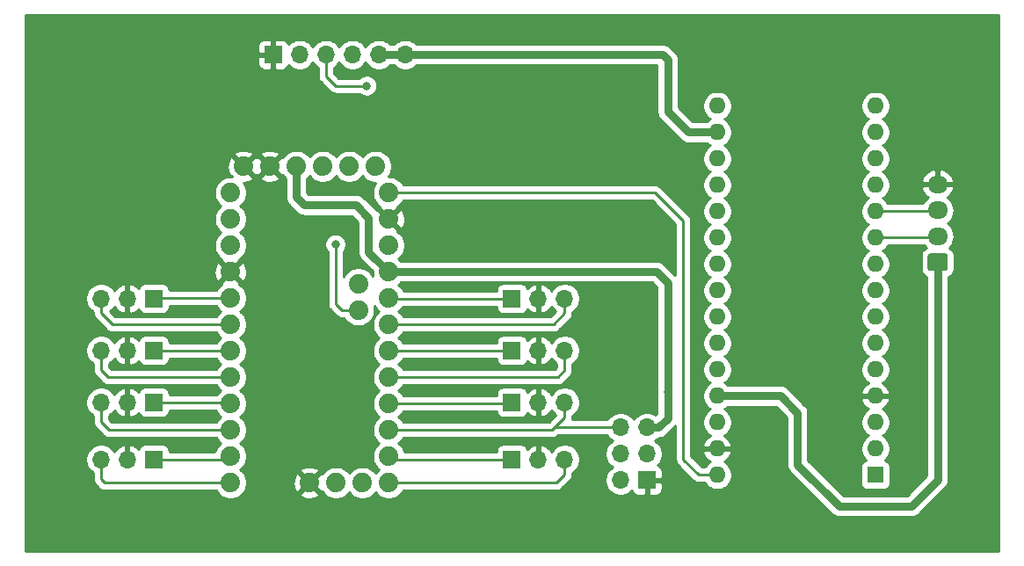
<source format=gbr>
G04 #@! TF.GenerationSoftware,KiCad,Pcbnew,5.1.10-88a1d61d58~90~ubuntu21.04.1*
G04 #@! TF.CreationDate,2021-10-08T15:30:08+02:00*
G04 #@! TF.ProjectId,BoardArduinos,426f6172-6441-4726-9475-696e6f732e6b,rev?*
G04 #@! TF.SameCoordinates,Original*
G04 #@! TF.FileFunction,Copper,L1,Top*
G04 #@! TF.FilePolarity,Positive*
%FSLAX46Y46*%
G04 Gerber Fmt 4.6, Leading zero omitted, Abs format (unit mm)*
G04 Created by KiCad (PCBNEW 5.1.10-88a1d61d58~90~ubuntu21.04.1) date 2021-10-08 15:30:08*
%MOMM*%
%LPD*%
G01*
G04 APERTURE LIST*
G04 #@! TA.AperFunction,ComponentPad*
%ADD10O,1.950000X1.700000*%
G04 #@! TD*
G04 #@! TA.AperFunction,ComponentPad*
%ADD11C,1.879600*%
G04 #@! TD*
G04 #@! TA.AperFunction,ComponentPad*
%ADD12O,1.700000X1.700000*%
G04 #@! TD*
G04 #@! TA.AperFunction,ComponentPad*
%ADD13R,1.700000X1.700000*%
G04 #@! TD*
G04 #@! TA.AperFunction,ComponentPad*
%ADD14O,1.600000X1.600000*%
G04 #@! TD*
G04 #@! TA.AperFunction,ComponentPad*
%ADD15R,1.600000X1.600000*%
G04 #@! TD*
G04 #@! TA.AperFunction,ViaPad*
%ADD16C,0.800000*%
G04 #@! TD*
G04 #@! TA.AperFunction,Conductor*
%ADD17C,0.250000*%
G04 #@! TD*
G04 #@! TA.AperFunction,Conductor*
%ADD18C,0.800000*%
G04 #@! TD*
G04 #@! TA.AperFunction,Conductor*
%ADD19C,0.254000*%
G04 #@! TD*
G04 #@! TA.AperFunction,Conductor*
%ADD20C,0.100000*%
G04 #@! TD*
G04 APERTURE END LIST*
D10*
X168500000Y-57000000D03*
X168500000Y-59500000D03*
X168500000Y-62000000D03*
G04 #@! TA.AperFunction,ComponentPad*
G36*
G01*
X169225000Y-65350000D02*
X167775000Y-65350000D01*
G75*
G02*
X167525000Y-65100000I0J250000D01*
G01*
X167525000Y-63900000D01*
G75*
G02*
X167775000Y-63650000I250000J0D01*
G01*
X169225000Y-63650000D01*
G75*
G02*
X169475000Y-63900000I0J-250000D01*
G01*
X169475000Y-65100000D01*
G75*
G02*
X169225000Y-65350000I-250000J0D01*
G01*
G37*
G04 #@! TD.AperFunction*
D11*
X108000000Y-85740000D03*
X100380000Y-57800000D03*
X100380000Y-60340000D03*
X100380000Y-62880000D03*
X100380000Y-65420000D03*
X100380000Y-67960000D03*
X100380000Y-70500000D03*
X100380000Y-73040000D03*
X100380000Y-75580000D03*
X100380000Y-78120000D03*
X100380000Y-80660000D03*
X100380000Y-83200000D03*
X100380000Y-85740000D03*
X115620000Y-85740000D03*
X115620000Y-83200000D03*
X115620000Y-80660000D03*
X115620000Y-78120000D03*
X115620000Y-75580000D03*
X115620000Y-73040000D03*
X115620000Y-70500000D03*
X115620000Y-67960000D03*
X115620000Y-65420000D03*
X115620000Y-62880000D03*
X115620000Y-60340000D03*
X115620000Y-57800000D03*
X110540000Y-85740000D03*
X113080000Y-85740000D03*
X112699000Y-66563000D03*
X112699000Y-69103000D03*
X101650000Y-55260000D03*
X104190000Y-55260000D03*
X106730000Y-55260000D03*
X109270000Y-55260000D03*
X111810000Y-55260000D03*
X114350000Y-55260000D03*
D12*
X117200000Y-44500000D03*
X114660000Y-44500000D03*
X112120000Y-44500000D03*
X109580000Y-44500000D03*
X107040000Y-44500000D03*
D13*
X104500000Y-44500000D03*
D12*
X87920000Y-83500000D03*
X90460000Y-83500000D03*
D13*
X93000000Y-83500000D03*
D12*
X87920000Y-78000000D03*
X90460000Y-78000000D03*
D13*
X93000000Y-78000000D03*
D12*
X87920000Y-73000000D03*
X90460000Y-73000000D03*
D13*
X93000000Y-73000000D03*
D12*
X87920000Y-68000000D03*
X90460000Y-68000000D03*
D13*
X93000000Y-68000000D03*
D12*
X132580000Y-73000000D03*
X130040000Y-73000000D03*
D13*
X127500000Y-73000000D03*
D12*
X132580000Y-68000000D03*
X130040000Y-68000000D03*
D13*
X127500000Y-68000000D03*
D12*
X132580000Y-78000000D03*
X130040000Y-78000000D03*
D13*
X127500000Y-78000000D03*
D12*
X132580000Y-83500000D03*
X130040000Y-83500000D03*
D13*
X127500000Y-83500000D03*
D12*
X137960000Y-80420000D03*
X140500000Y-80420000D03*
X137960000Y-82960000D03*
X140500000Y-82960000D03*
X137960000Y-85500000D03*
D13*
X140500000Y-85500000D03*
D14*
X147260000Y-49440000D03*
X162500000Y-49440000D03*
X147260000Y-85000000D03*
X162500000Y-51980000D03*
X147260000Y-82460000D03*
X162500000Y-54520000D03*
X147260000Y-79920000D03*
X162500000Y-57060000D03*
X147260000Y-77380000D03*
X162500000Y-59600000D03*
X147260000Y-74840000D03*
X162500000Y-62140000D03*
X147260000Y-72300000D03*
X162500000Y-64680000D03*
X147260000Y-69760000D03*
X162500000Y-67220000D03*
X147260000Y-67220000D03*
X162500000Y-69760000D03*
X147260000Y-64680000D03*
X162500000Y-72300000D03*
X147260000Y-62140000D03*
X162500000Y-74840000D03*
X147260000Y-59600000D03*
X162500000Y-77380000D03*
X147260000Y-57060000D03*
X162500000Y-79920000D03*
X147260000Y-54520000D03*
X162500000Y-82460000D03*
X147260000Y-51980000D03*
D15*
X162500000Y-85000000D03*
D16*
X142500000Y-77000000D03*
X113500000Y-47500000D03*
X110500000Y-62774990D03*
D17*
X145500000Y-85000000D02*
X147260000Y-85000000D01*
X144000000Y-83500000D02*
X145500000Y-85000000D01*
X144000000Y-60500000D02*
X144000000Y-83500000D01*
X141300000Y-57800000D02*
X144000000Y-60500000D01*
X115620000Y-57800000D02*
X141300000Y-57800000D01*
D18*
X115620000Y-65420000D02*
X141420000Y-65420000D01*
X142500000Y-66500000D02*
X142500000Y-77000000D01*
X141420000Y-65420000D02*
X142500000Y-66500000D01*
X142500000Y-77000000D02*
X142500000Y-79500000D01*
X141580000Y-80420000D02*
X140500000Y-80420000D01*
X142500000Y-79500000D02*
X141580000Y-80420000D01*
X113700000Y-63500000D02*
X115620000Y-65420000D01*
X113700000Y-60200000D02*
X113700000Y-63500000D01*
X112500000Y-59000000D02*
X113700000Y-60200000D01*
X107500000Y-59000000D02*
X112500000Y-59000000D01*
X106730000Y-58230000D02*
X107500000Y-59000000D01*
X106730000Y-55260000D02*
X106730000Y-58230000D01*
X168500000Y-64500000D02*
X168500000Y-85500000D01*
X168500000Y-85500000D02*
X166000000Y-88000000D01*
X166000000Y-88000000D02*
X159000000Y-88000000D01*
X159000000Y-88000000D02*
X155000000Y-84000000D01*
X155000000Y-84000000D02*
X155000000Y-79000000D01*
X153380000Y-77380000D02*
X147260000Y-77380000D01*
X155000000Y-79000000D02*
X153380000Y-77380000D01*
D17*
X168320000Y-59600000D02*
X168500000Y-59420000D01*
X162500000Y-59600000D02*
X168320000Y-59600000D01*
X168320000Y-62140000D02*
X168500000Y-61960000D01*
X162500000Y-62140000D02*
X168320000Y-62140000D01*
X113500000Y-47500000D02*
X110500000Y-47500000D01*
X109580000Y-46580000D02*
X109580000Y-44500000D01*
X110500000Y-47500000D02*
X109580000Y-46580000D01*
X110500000Y-68500000D02*
X110500000Y-62774990D01*
X111103000Y-69103000D02*
X110500000Y-68500000D01*
X112699000Y-69103000D02*
X111103000Y-69103000D01*
D18*
X114660000Y-44500000D02*
X117200000Y-44500000D01*
X147260000Y-51980000D02*
X144480000Y-51980000D01*
X144480000Y-51980000D02*
X142500000Y-50000000D01*
X142500000Y-50000000D02*
X142500000Y-45000000D01*
X142500000Y-45000000D02*
X142000000Y-44500000D01*
X117200000Y-44500000D02*
X142000000Y-44500000D01*
D17*
X127380000Y-78120000D02*
X127500000Y-78000000D01*
X115620000Y-78120000D02*
X127380000Y-78120000D01*
X132580000Y-78000000D02*
X132580000Y-79420000D01*
X131340000Y-80660000D02*
X115620000Y-80660000D01*
X137960000Y-80420000D02*
X131580000Y-80420000D01*
X131580000Y-80420000D02*
X131500000Y-80500000D01*
X131500000Y-80500000D02*
X131340000Y-80660000D01*
X132580000Y-79420000D02*
X131500000Y-80500000D01*
X115620000Y-85740000D02*
X131760000Y-85740000D01*
X132580000Y-84920000D02*
X132580000Y-83500000D01*
X131760000Y-85740000D02*
X132580000Y-84920000D01*
X115920000Y-83500000D02*
X115620000Y-83200000D01*
X127500000Y-83500000D02*
X115920000Y-83500000D01*
X132580000Y-68000000D02*
X132580000Y-69420000D01*
X131500000Y-70500000D02*
X115620000Y-70500000D01*
X132580000Y-69420000D02*
X131500000Y-70500000D01*
X115660000Y-68000000D02*
X115620000Y-67960000D01*
X127500000Y-68000000D02*
X115660000Y-68000000D01*
X132580000Y-73000000D02*
X132580000Y-74920000D01*
X131920000Y-75580000D02*
X115620000Y-75580000D01*
X132580000Y-74920000D02*
X131920000Y-75580000D01*
X115660000Y-73000000D02*
X115620000Y-73040000D01*
X127500000Y-73000000D02*
X115660000Y-73000000D01*
X87920000Y-68000000D02*
X87920000Y-69420000D01*
X89000000Y-70500000D02*
X100380000Y-70500000D01*
X87920000Y-69420000D02*
X89000000Y-70500000D01*
X93040000Y-67960000D02*
X93000000Y-68000000D01*
X100380000Y-67960000D02*
X93040000Y-67960000D01*
X87920000Y-73000000D02*
X87920000Y-74920000D01*
X88580000Y-75580000D02*
X100380000Y-75580000D01*
X87920000Y-74920000D02*
X88580000Y-75580000D01*
X100340000Y-73000000D02*
X100380000Y-73040000D01*
X93000000Y-73000000D02*
X100340000Y-73000000D01*
X87920000Y-78000000D02*
X87920000Y-79920000D01*
X88660000Y-80660000D02*
X100380000Y-80660000D01*
X87920000Y-79920000D02*
X88660000Y-80660000D01*
X100260000Y-78000000D02*
X100380000Y-78120000D01*
X93000000Y-78000000D02*
X100260000Y-78000000D01*
X87920000Y-83500000D02*
X87920000Y-85420000D01*
X88240000Y-85740000D02*
X100380000Y-85740000D01*
X87920000Y-85420000D02*
X88240000Y-85740000D01*
X100080000Y-83500000D02*
X100380000Y-83200000D01*
X93000000Y-83500000D02*
X100080000Y-83500000D01*
D19*
X174340000Y-92340000D02*
X80660000Y-92340000D01*
X80660000Y-67853740D01*
X86435000Y-67853740D01*
X86435000Y-68146260D01*
X86492068Y-68433158D01*
X86604010Y-68703411D01*
X86766525Y-68946632D01*
X86973368Y-69153475D01*
X87160001Y-69278179D01*
X87160001Y-69382668D01*
X87156324Y-69420000D01*
X87170998Y-69568985D01*
X87214454Y-69712246D01*
X87285026Y-69844276D01*
X87331854Y-69901335D01*
X87380000Y-69960001D01*
X87408998Y-69983799D01*
X88436201Y-71011003D01*
X88459999Y-71040001D01*
X88575724Y-71134974D01*
X88707753Y-71205546D01*
X88851014Y-71249003D01*
X88962667Y-71260000D01*
X88962675Y-71260000D01*
X89000000Y-71263676D01*
X89037325Y-71260000D01*
X98993819Y-71260000D01*
X99156773Y-71503877D01*
X99376123Y-71723227D01*
X99446124Y-71770000D01*
X99376123Y-71816773D01*
X99156773Y-72036123D01*
X99020546Y-72240000D01*
X94488072Y-72240000D01*
X94488072Y-72150000D01*
X94475812Y-72025518D01*
X94439502Y-71905820D01*
X94380537Y-71795506D01*
X94301185Y-71698815D01*
X94204494Y-71619463D01*
X94094180Y-71560498D01*
X93974482Y-71524188D01*
X93850000Y-71511928D01*
X92150000Y-71511928D01*
X92025518Y-71524188D01*
X91905820Y-71560498D01*
X91795506Y-71619463D01*
X91698815Y-71698815D01*
X91619463Y-71795506D01*
X91560498Y-71905820D01*
X91536034Y-71986466D01*
X91460269Y-71902412D01*
X91226920Y-71728359D01*
X90964099Y-71603175D01*
X90816890Y-71558524D01*
X90587000Y-71679845D01*
X90587000Y-72873000D01*
X90607000Y-72873000D01*
X90607000Y-73127000D01*
X90587000Y-73127000D01*
X90587000Y-74320155D01*
X90816890Y-74441476D01*
X90964099Y-74396825D01*
X91226920Y-74271641D01*
X91460269Y-74097588D01*
X91536034Y-74013534D01*
X91560498Y-74094180D01*
X91619463Y-74204494D01*
X91698815Y-74301185D01*
X91795506Y-74380537D01*
X91905820Y-74439502D01*
X92025518Y-74475812D01*
X92150000Y-74488072D01*
X93850000Y-74488072D01*
X93974482Y-74475812D01*
X94094180Y-74439502D01*
X94204494Y-74380537D01*
X94301185Y-74301185D01*
X94380537Y-74204494D01*
X94439502Y-74094180D01*
X94475812Y-73974482D01*
X94488072Y-73850000D01*
X94488072Y-73760000D01*
X98973682Y-73760000D01*
X98984430Y-73785948D01*
X99156773Y-74043877D01*
X99376123Y-74263227D01*
X99446124Y-74310000D01*
X99376123Y-74356773D01*
X99156773Y-74576123D01*
X98993819Y-74820000D01*
X88894802Y-74820000D01*
X88680000Y-74605199D01*
X88680000Y-74278178D01*
X88866632Y-74153475D01*
X89073475Y-73946632D01*
X89195195Y-73764466D01*
X89264822Y-73881355D01*
X89459731Y-74097588D01*
X89693080Y-74271641D01*
X89955901Y-74396825D01*
X90103110Y-74441476D01*
X90333000Y-74320155D01*
X90333000Y-73127000D01*
X90313000Y-73127000D01*
X90313000Y-72873000D01*
X90333000Y-72873000D01*
X90333000Y-71679845D01*
X90103110Y-71558524D01*
X89955901Y-71603175D01*
X89693080Y-71728359D01*
X89459731Y-71902412D01*
X89264822Y-72118645D01*
X89195195Y-72235534D01*
X89073475Y-72053368D01*
X88866632Y-71846525D01*
X88623411Y-71684010D01*
X88353158Y-71572068D01*
X88066260Y-71515000D01*
X87773740Y-71515000D01*
X87486842Y-71572068D01*
X87216589Y-71684010D01*
X86973368Y-71846525D01*
X86766525Y-72053368D01*
X86604010Y-72296589D01*
X86492068Y-72566842D01*
X86435000Y-72853740D01*
X86435000Y-73146260D01*
X86492068Y-73433158D01*
X86604010Y-73703411D01*
X86766525Y-73946632D01*
X86973368Y-74153475D01*
X87160001Y-74278179D01*
X87160001Y-74882668D01*
X87156324Y-74920000D01*
X87160001Y-74957333D01*
X87170998Y-75068986D01*
X87171002Y-75068998D01*
X87214454Y-75212246D01*
X87285026Y-75344276D01*
X87351190Y-75424896D01*
X87380000Y-75460001D01*
X87408998Y-75483799D01*
X88016200Y-76091002D01*
X88039999Y-76120001D01*
X88068997Y-76143799D01*
X88155723Y-76214974D01*
X88248574Y-76264604D01*
X88287753Y-76285546D01*
X88431014Y-76329003D01*
X88542667Y-76340000D01*
X88542677Y-76340000D01*
X88580000Y-76343676D01*
X88617323Y-76340000D01*
X98993819Y-76340000D01*
X99156773Y-76583877D01*
X99376123Y-76803227D01*
X99446124Y-76850000D01*
X99376123Y-76896773D01*
X99156773Y-77116123D01*
X99074001Y-77240000D01*
X94488072Y-77240000D01*
X94488072Y-77150000D01*
X94475812Y-77025518D01*
X94439502Y-76905820D01*
X94380537Y-76795506D01*
X94301185Y-76698815D01*
X94204494Y-76619463D01*
X94094180Y-76560498D01*
X93974482Y-76524188D01*
X93850000Y-76511928D01*
X92150000Y-76511928D01*
X92025518Y-76524188D01*
X91905820Y-76560498D01*
X91795506Y-76619463D01*
X91698815Y-76698815D01*
X91619463Y-76795506D01*
X91560498Y-76905820D01*
X91536034Y-76986466D01*
X91460269Y-76902412D01*
X91226920Y-76728359D01*
X90964099Y-76603175D01*
X90816890Y-76558524D01*
X90587000Y-76679845D01*
X90587000Y-77873000D01*
X90607000Y-77873000D01*
X90607000Y-78127000D01*
X90587000Y-78127000D01*
X90587000Y-79320155D01*
X90816890Y-79441476D01*
X90964099Y-79396825D01*
X91226920Y-79271641D01*
X91460269Y-79097588D01*
X91536034Y-79013534D01*
X91560498Y-79094180D01*
X91619463Y-79204494D01*
X91698815Y-79301185D01*
X91795506Y-79380537D01*
X91905820Y-79439502D01*
X92025518Y-79475812D01*
X92150000Y-79488072D01*
X93850000Y-79488072D01*
X93974482Y-79475812D01*
X94094180Y-79439502D01*
X94204494Y-79380537D01*
X94301185Y-79301185D01*
X94380537Y-79204494D01*
X94439502Y-79094180D01*
X94475812Y-78974482D01*
X94488072Y-78850000D01*
X94488072Y-78760000D01*
X98940545Y-78760000D01*
X98984430Y-78865948D01*
X99156773Y-79123877D01*
X99376123Y-79343227D01*
X99446124Y-79390000D01*
X99376123Y-79436773D01*
X99156773Y-79656123D01*
X98993819Y-79900000D01*
X88974802Y-79900000D01*
X88680000Y-79605199D01*
X88680000Y-79278178D01*
X88866632Y-79153475D01*
X89073475Y-78946632D01*
X89195195Y-78764466D01*
X89264822Y-78881355D01*
X89459731Y-79097588D01*
X89693080Y-79271641D01*
X89955901Y-79396825D01*
X90103110Y-79441476D01*
X90333000Y-79320155D01*
X90333000Y-78127000D01*
X90313000Y-78127000D01*
X90313000Y-77873000D01*
X90333000Y-77873000D01*
X90333000Y-76679845D01*
X90103110Y-76558524D01*
X89955901Y-76603175D01*
X89693080Y-76728359D01*
X89459731Y-76902412D01*
X89264822Y-77118645D01*
X89195195Y-77235534D01*
X89073475Y-77053368D01*
X88866632Y-76846525D01*
X88623411Y-76684010D01*
X88353158Y-76572068D01*
X88066260Y-76515000D01*
X87773740Y-76515000D01*
X87486842Y-76572068D01*
X87216589Y-76684010D01*
X86973368Y-76846525D01*
X86766525Y-77053368D01*
X86604010Y-77296589D01*
X86492068Y-77566842D01*
X86435000Y-77853740D01*
X86435000Y-78146260D01*
X86492068Y-78433158D01*
X86604010Y-78703411D01*
X86766525Y-78946632D01*
X86973368Y-79153475D01*
X87160001Y-79278179D01*
X87160001Y-79882668D01*
X87156324Y-79920000D01*
X87160001Y-79957333D01*
X87170245Y-80061335D01*
X87170998Y-80068985D01*
X87214454Y-80212246D01*
X87285026Y-80344276D01*
X87347172Y-80420000D01*
X87380000Y-80460001D01*
X87408998Y-80483799D01*
X88096201Y-81171002D01*
X88119999Y-81200001D01*
X88148997Y-81223799D01*
X88235723Y-81294974D01*
X88329994Y-81345363D01*
X88367753Y-81365546D01*
X88511014Y-81409003D01*
X88622667Y-81420000D01*
X88622676Y-81420000D01*
X88659999Y-81423676D01*
X88697322Y-81420000D01*
X98993819Y-81420000D01*
X99156773Y-81663877D01*
X99376123Y-81883227D01*
X99446124Y-81930000D01*
X99376123Y-81976773D01*
X99156773Y-82196123D01*
X98984430Y-82454052D01*
X98865986Y-82740000D01*
X94488072Y-82740000D01*
X94488072Y-82650000D01*
X94475812Y-82525518D01*
X94439502Y-82405820D01*
X94380537Y-82295506D01*
X94301185Y-82198815D01*
X94204494Y-82119463D01*
X94094180Y-82060498D01*
X93974482Y-82024188D01*
X93850000Y-82011928D01*
X92150000Y-82011928D01*
X92025518Y-82024188D01*
X91905820Y-82060498D01*
X91795506Y-82119463D01*
X91698815Y-82198815D01*
X91619463Y-82295506D01*
X91560498Y-82405820D01*
X91536034Y-82486466D01*
X91460269Y-82402412D01*
X91226920Y-82228359D01*
X90964099Y-82103175D01*
X90816890Y-82058524D01*
X90587000Y-82179845D01*
X90587000Y-83373000D01*
X90607000Y-83373000D01*
X90607000Y-83627000D01*
X90587000Y-83627000D01*
X90587000Y-83647000D01*
X90333000Y-83647000D01*
X90333000Y-83627000D01*
X90313000Y-83627000D01*
X90313000Y-83373000D01*
X90333000Y-83373000D01*
X90333000Y-82179845D01*
X90103110Y-82058524D01*
X89955901Y-82103175D01*
X89693080Y-82228359D01*
X89459731Y-82402412D01*
X89264822Y-82618645D01*
X89195195Y-82735534D01*
X89073475Y-82553368D01*
X88866632Y-82346525D01*
X88623411Y-82184010D01*
X88353158Y-82072068D01*
X88066260Y-82015000D01*
X87773740Y-82015000D01*
X87486842Y-82072068D01*
X87216589Y-82184010D01*
X86973368Y-82346525D01*
X86766525Y-82553368D01*
X86604010Y-82796589D01*
X86492068Y-83066842D01*
X86435000Y-83353740D01*
X86435000Y-83646260D01*
X86492068Y-83933158D01*
X86604010Y-84203411D01*
X86766525Y-84446632D01*
X86973368Y-84653475D01*
X87160001Y-84778179D01*
X87160001Y-85382668D01*
X87156324Y-85420000D01*
X87170998Y-85568985D01*
X87214454Y-85712246D01*
X87285026Y-85844276D01*
X87326740Y-85895104D01*
X87380000Y-85960001D01*
X87408998Y-85983799D01*
X87676196Y-86250997D01*
X87699999Y-86280001D01*
X87815724Y-86374974D01*
X87947753Y-86445546D01*
X88091014Y-86489003D01*
X88202667Y-86500000D01*
X88202676Y-86500000D01*
X88239999Y-86503676D01*
X88277322Y-86500000D01*
X98993819Y-86500000D01*
X99156773Y-86743877D01*
X99376123Y-86963227D01*
X99634052Y-87135570D01*
X99920648Y-87254282D01*
X100224896Y-87314800D01*
X100535104Y-87314800D01*
X100839352Y-87254282D01*
X101125948Y-87135570D01*
X101383877Y-86963227D01*
X101514628Y-86832476D01*
X107087129Y-86832476D01*
X107175623Y-87090723D01*
X107454976Y-87225597D01*
X107755275Y-87303381D01*
X108064977Y-87321084D01*
X108372184Y-87278027D01*
X108665086Y-87175865D01*
X108824377Y-87090723D01*
X108912871Y-86832476D01*
X108000000Y-85919605D01*
X107087129Y-86832476D01*
X101514628Y-86832476D01*
X101603227Y-86743877D01*
X101775570Y-86485948D01*
X101894282Y-86199352D01*
X101954800Y-85895104D01*
X101954800Y-85804977D01*
X106418916Y-85804977D01*
X106461973Y-86112184D01*
X106564135Y-86405086D01*
X106649277Y-86564377D01*
X106907524Y-86652871D01*
X107820395Y-85740000D01*
X106907524Y-84827129D01*
X106649277Y-84915623D01*
X106514403Y-85194976D01*
X106436619Y-85495275D01*
X106418916Y-85804977D01*
X101954800Y-85804977D01*
X101954800Y-85584896D01*
X101894282Y-85280648D01*
X101775570Y-84994052D01*
X101603227Y-84736123D01*
X101514628Y-84647524D01*
X107087129Y-84647524D01*
X108000000Y-85560395D01*
X108912871Y-84647524D01*
X108824377Y-84389277D01*
X108545024Y-84254403D01*
X108244725Y-84176619D01*
X107935023Y-84158916D01*
X107627816Y-84201973D01*
X107334914Y-84304135D01*
X107175623Y-84389277D01*
X107087129Y-84647524D01*
X101514628Y-84647524D01*
X101383877Y-84516773D01*
X101313876Y-84470000D01*
X101383877Y-84423227D01*
X101603227Y-84203877D01*
X101775570Y-83945948D01*
X101894282Y-83659352D01*
X101954800Y-83355104D01*
X101954800Y-83044896D01*
X101894282Y-82740648D01*
X101775570Y-82454052D01*
X101603227Y-82196123D01*
X101383877Y-81976773D01*
X101313876Y-81930000D01*
X101383877Y-81883227D01*
X101603227Y-81663877D01*
X101775570Y-81405948D01*
X101894282Y-81119352D01*
X101954800Y-80815104D01*
X101954800Y-80504896D01*
X101894282Y-80200648D01*
X101775570Y-79914052D01*
X101603227Y-79656123D01*
X101383877Y-79436773D01*
X101313876Y-79390000D01*
X101383877Y-79343227D01*
X101603227Y-79123877D01*
X101775570Y-78865948D01*
X101894282Y-78579352D01*
X101954800Y-78275104D01*
X101954800Y-77964896D01*
X101894282Y-77660648D01*
X101775570Y-77374052D01*
X101603227Y-77116123D01*
X101383877Y-76896773D01*
X101313876Y-76850000D01*
X101383877Y-76803227D01*
X101603227Y-76583877D01*
X101775570Y-76325948D01*
X101894282Y-76039352D01*
X101954800Y-75735104D01*
X101954800Y-75424896D01*
X101894282Y-75120648D01*
X101775570Y-74834052D01*
X101603227Y-74576123D01*
X101383877Y-74356773D01*
X101313876Y-74310000D01*
X101383877Y-74263227D01*
X101603227Y-74043877D01*
X101775570Y-73785948D01*
X101894282Y-73499352D01*
X101954800Y-73195104D01*
X101954800Y-72884896D01*
X101894282Y-72580648D01*
X101775570Y-72294052D01*
X101603227Y-72036123D01*
X101383877Y-71816773D01*
X101313876Y-71770000D01*
X101383877Y-71723227D01*
X101603227Y-71503877D01*
X101775570Y-71245948D01*
X101894282Y-70959352D01*
X101954800Y-70655104D01*
X101954800Y-70344896D01*
X101894282Y-70040648D01*
X101775570Y-69754052D01*
X101603227Y-69496123D01*
X101383877Y-69276773D01*
X101313876Y-69230000D01*
X101383877Y-69183227D01*
X101603227Y-68963877D01*
X101775570Y-68705948D01*
X101894282Y-68419352D01*
X101954800Y-68115104D01*
X101954800Y-67804896D01*
X101894282Y-67500648D01*
X101775570Y-67214052D01*
X101603227Y-66956123D01*
X101383877Y-66736773D01*
X101247286Y-66645505D01*
X101292871Y-66512476D01*
X100380000Y-65599605D01*
X99467129Y-66512476D01*
X99512714Y-66645505D01*
X99376123Y-66736773D01*
X99156773Y-66956123D01*
X98993819Y-67200000D01*
X94488072Y-67200000D01*
X94488072Y-67150000D01*
X94475812Y-67025518D01*
X94439502Y-66905820D01*
X94380537Y-66795506D01*
X94301185Y-66698815D01*
X94204494Y-66619463D01*
X94094180Y-66560498D01*
X93974482Y-66524188D01*
X93850000Y-66511928D01*
X92150000Y-66511928D01*
X92025518Y-66524188D01*
X91905820Y-66560498D01*
X91795506Y-66619463D01*
X91698815Y-66698815D01*
X91619463Y-66795506D01*
X91560498Y-66905820D01*
X91536034Y-66986466D01*
X91460269Y-66902412D01*
X91226920Y-66728359D01*
X90964099Y-66603175D01*
X90816890Y-66558524D01*
X90587000Y-66679845D01*
X90587000Y-67873000D01*
X90607000Y-67873000D01*
X90607000Y-68127000D01*
X90587000Y-68127000D01*
X90587000Y-69320155D01*
X90816890Y-69441476D01*
X90964099Y-69396825D01*
X91226920Y-69271641D01*
X91460269Y-69097588D01*
X91536034Y-69013534D01*
X91560498Y-69094180D01*
X91619463Y-69204494D01*
X91698815Y-69301185D01*
X91795506Y-69380537D01*
X91905820Y-69439502D01*
X92025518Y-69475812D01*
X92150000Y-69488072D01*
X93850000Y-69488072D01*
X93974482Y-69475812D01*
X94094180Y-69439502D01*
X94204494Y-69380537D01*
X94301185Y-69301185D01*
X94380537Y-69204494D01*
X94439502Y-69094180D01*
X94475812Y-68974482D01*
X94488072Y-68850000D01*
X94488072Y-68720000D01*
X98993819Y-68720000D01*
X99156773Y-68963877D01*
X99376123Y-69183227D01*
X99446124Y-69230000D01*
X99376123Y-69276773D01*
X99156773Y-69496123D01*
X98993819Y-69740000D01*
X89314802Y-69740000D01*
X88783694Y-69208892D01*
X88866632Y-69153475D01*
X89073475Y-68946632D01*
X89195195Y-68764466D01*
X89264822Y-68881355D01*
X89459731Y-69097588D01*
X89693080Y-69271641D01*
X89955901Y-69396825D01*
X90103110Y-69441476D01*
X90333000Y-69320155D01*
X90333000Y-68127000D01*
X90313000Y-68127000D01*
X90313000Y-67873000D01*
X90333000Y-67873000D01*
X90333000Y-66679845D01*
X90103110Y-66558524D01*
X89955901Y-66603175D01*
X89693080Y-66728359D01*
X89459731Y-66902412D01*
X89264822Y-67118645D01*
X89195195Y-67235534D01*
X89073475Y-67053368D01*
X88866632Y-66846525D01*
X88623411Y-66684010D01*
X88353158Y-66572068D01*
X88066260Y-66515000D01*
X87773740Y-66515000D01*
X87486842Y-66572068D01*
X87216589Y-66684010D01*
X86973368Y-66846525D01*
X86766525Y-67053368D01*
X86604010Y-67296589D01*
X86492068Y-67566842D01*
X86435000Y-67853740D01*
X80660000Y-67853740D01*
X80660000Y-65484977D01*
X98798916Y-65484977D01*
X98841973Y-65792184D01*
X98944135Y-66085086D01*
X99029277Y-66244377D01*
X99287524Y-66332871D01*
X100200395Y-65420000D01*
X100559605Y-65420000D01*
X101472476Y-66332871D01*
X101730723Y-66244377D01*
X101865597Y-65965024D01*
X101943381Y-65664725D01*
X101961084Y-65355023D01*
X101918027Y-65047816D01*
X101815865Y-64754914D01*
X101730723Y-64595623D01*
X101472476Y-64507129D01*
X100559605Y-65420000D01*
X100200395Y-65420000D01*
X99287524Y-64507129D01*
X99029277Y-64595623D01*
X98894403Y-64874976D01*
X98816619Y-65175275D01*
X98798916Y-65484977D01*
X80660000Y-65484977D01*
X80660000Y-57644896D01*
X98805200Y-57644896D01*
X98805200Y-57955104D01*
X98865718Y-58259352D01*
X98984430Y-58545948D01*
X99156773Y-58803877D01*
X99376123Y-59023227D01*
X99446124Y-59070000D01*
X99376123Y-59116773D01*
X99156773Y-59336123D01*
X98984430Y-59594052D01*
X98865718Y-59880648D01*
X98805200Y-60184896D01*
X98805200Y-60495104D01*
X98865718Y-60799352D01*
X98984430Y-61085948D01*
X99156773Y-61343877D01*
X99376123Y-61563227D01*
X99446124Y-61610000D01*
X99376123Y-61656773D01*
X99156773Y-61876123D01*
X98984430Y-62134052D01*
X98865718Y-62420648D01*
X98805200Y-62724896D01*
X98805200Y-63035104D01*
X98865718Y-63339352D01*
X98984430Y-63625948D01*
X99156773Y-63883877D01*
X99376123Y-64103227D01*
X99512714Y-64194495D01*
X99467129Y-64327524D01*
X100380000Y-65240395D01*
X101292871Y-64327524D01*
X101247286Y-64194495D01*
X101383877Y-64103227D01*
X101603227Y-63883877D01*
X101775570Y-63625948D01*
X101894282Y-63339352D01*
X101954800Y-63035104D01*
X101954800Y-62724896D01*
X101894282Y-62420648D01*
X101775570Y-62134052D01*
X101603227Y-61876123D01*
X101383877Y-61656773D01*
X101313876Y-61610000D01*
X101383877Y-61563227D01*
X101603227Y-61343877D01*
X101775570Y-61085948D01*
X101894282Y-60799352D01*
X101954800Y-60495104D01*
X101954800Y-60184896D01*
X101894282Y-59880648D01*
X101775570Y-59594052D01*
X101603227Y-59336123D01*
X101383877Y-59116773D01*
X101313876Y-59070000D01*
X101383877Y-59023227D01*
X101603227Y-58803877D01*
X101775570Y-58545948D01*
X101894282Y-58259352D01*
X101954800Y-57955104D01*
X101954800Y-57644896D01*
X101894282Y-57340648D01*
X101775570Y-57054052D01*
X101630024Y-56836228D01*
X101714977Y-56841084D01*
X102022184Y-56798027D01*
X102315086Y-56695865D01*
X102474377Y-56610723D01*
X102562871Y-56352476D01*
X103277129Y-56352476D01*
X103365623Y-56610723D01*
X103644976Y-56745597D01*
X103945275Y-56823381D01*
X104254977Y-56841084D01*
X104562184Y-56798027D01*
X104855086Y-56695865D01*
X105014377Y-56610723D01*
X105102871Y-56352476D01*
X104190000Y-55439605D01*
X103277129Y-56352476D01*
X102562871Y-56352476D01*
X101650000Y-55439605D01*
X101635858Y-55453748D01*
X101456253Y-55274143D01*
X101470395Y-55260000D01*
X101829605Y-55260000D01*
X102742476Y-56172871D01*
X102920000Y-56112039D01*
X103097524Y-56172871D01*
X104010395Y-55260000D01*
X104369605Y-55260000D01*
X105282476Y-56172871D01*
X105415505Y-56127286D01*
X105506773Y-56263877D01*
X105695000Y-56452104D01*
X105695001Y-58179162D01*
X105689994Y-58230000D01*
X105709977Y-58432895D01*
X105769160Y-58627993D01*
X105865266Y-58807797D01*
X105962197Y-58925907D01*
X105994605Y-58965396D01*
X106034092Y-58997802D01*
X106732196Y-59695907D01*
X106764604Y-59735396D01*
X106804092Y-59767803D01*
X106922202Y-59864734D01*
X106973674Y-59892246D01*
X107102007Y-59960841D01*
X107297105Y-60020024D01*
X107449162Y-60035000D01*
X107449171Y-60035000D01*
X107499999Y-60040006D01*
X107550827Y-60035000D01*
X112071290Y-60035000D01*
X112665000Y-60628711D01*
X112665001Y-63449162D01*
X112659994Y-63500000D01*
X112679977Y-63702895D01*
X112739160Y-63897993D01*
X112835266Y-64077797D01*
X112932197Y-64195907D01*
X112964605Y-64235396D01*
X113004092Y-64267802D01*
X114045200Y-65308911D01*
X114045200Y-65575104D01*
X114092799Y-65814401D01*
X113922227Y-65559123D01*
X113702877Y-65339773D01*
X113444948Y-65167430D01*
X113158352Y-65048718D01*
X112854104Y-64988200D01*
X112543896Y-64988200D01*
X112239648Y-65048718D01*
X111953052Y-65167430D01*
X111695123Y-65339773D01*
X111475773Y-65559123D01*
X111303430Y-65817052D01*
X111260000Y-65921901D01*
X111260000Y-63478701D01*
X111303937Y-63434764D01*
X111417205Y-63265246D01*
X111495226Y-63076888D01*
X111535000Y-62876929D01*
X111535000Y-62673051D01*
X111495226Y-62473092D01*
X111417205Y-62284734D01*
X111303937Y-62115216D01*
X111159774Y-61971053D01*
X110990256Y-61857785D01*
X110801898Y-61779764D01*
X110601939Y-61739990D01*
X110398061Y-61739990D01*
X110198102Y-61779764D01*
X110009744Y-61857785D01*
X109840226Y-61971053D01*
X109696063Y-62115216D01*
X109582795Y-62284734D01*
X109504774Y-62473092D01*
X109465000Y-62673051D01*
X109465000Y-62876929D01*
X109504774Y-63076888D01*
X109582795Y-63265246D01*
X109696063Y-63434764D01*
X109740001Y-63478702D01*
X109740000Y-68462677D01*
X109736324Y-68500000D01*
X109740000Y-68537322D01*
X109740000Y-68537332D01*
X109750997Y-68648985D01*
X109785788Y-68763676D01*
X109794454Y-68792246D01*
X109865026Y-68924276D01*
X109884411Y-68947896D01*
X109959999Y-69040001D01*
X109989002Y-69063803D01*
X110539200Y-69614002D01*
X110562999Y-69643001D01*
X110678724Y-69737974D01*
X110810753Y-69808546D01*
X110954014Y-69852003D01*
X111065667Y-69863000D01*
X111065675Y-69863000D01*
X111103000Y-69866676D01*
X111140325Y-69863000D01*
X111312819Y-69863000D01*
X111475773Y-70106877D01*
X111695123Y-70326227D01*
X111953052Y-70498570D01*
X112239648Y-70617282D01*
X112543896Y-70677800D01*
X112854104Y-70677800D01*
X113158352Y-70617282D01*
X113444948Y-70498570D01*
X113702877Y-70326227D01*
X113922227Y-70106877D01*
X114094570Y-69848948D01*
X114213282Y-69562352D01*
X114273800Y-69258104D01*
X114273800Y-68947896D01*
X114226201Y-68708599D01*
X114396773Y-68963877D01*
X114616123Y-69183227D01*
X114686124Y-69230000D01*
X114616123Y-69276773D01*
X114396773Y-69496123D01*
X114224430Y-69754052D01*
X114105718Y-70040648D01*
X114045200Y-70344896D01*
X114045200Y-70655104D01*
X114105718Y-70959352D01*
X114224430Y-71245948D01*
X114396773Y-71503877D01*
X114616123Y-71723227D01*
X114686124Y-71770000D01*
X114616123Y-71816773D01*
X114396773Y-72036123D01*
X114224430Y-72294052D01*
X114105718Y-72580648D01*
X114045200Y-72884896D01*
X114045200Y-73195104D01*
X114105718Y-73499352D01*
X114224430Y-73785948D01*
X114396773Y-74043877D01*
X114616123Y-74263227D01*
X114686124Y-74310000D01*
X114616123Y-74356773D01*
X114396773Y-74576123D01*
X114224430Y-74834052D01*
X114105718Y-75120648D01*
X114045200Y-75424896D01*
X114045200Y-75735104D01*
X114105718Y-76039352D01*
X114224430Y-76325948D01*
X114396773Y-76583877D01*
X114616123Y-76803227D01*
X114686124Y-76850000D01*
X114616123Y-76896773D01*
X114396773Y-77116123D01*
X114224430Y-77374052D01*
X114105718Y-77660648D01*
X114045200Y-77964896D01*
X114045200Y-78275104D01*
X114105718Y-78579352D01*
X114224430Y-78865948D01*
X114396773Y-79123877D01*
X114616123Y-79343227D01*
X114686124Y-79390000D01*
X114616123Y-79436773D01*
X114396773Y-79656123D01*
X114224430Y-79914052D01*
X114105718Y-80200648D01*
X114045200Y-80504896D01*
X114045200Y-80815104D01*
X114105718Y-81119352D01*
X114224430Y-81405948D01*
X114396773Y-81663877D01*
X114616123Y-81883227D01*
X114686124Y-81930000D01*
X114616123Y-81976773D01*
X114396773Y-82196123D01*
X114224430Y-82454052D01*
X114105718Y-82740648D01*
X114045200Y-83044896D01*
X114045200Y-83355104D01*
X114105718Y-83659352D01*
X114224430Y-83945948D01*
X114396773Y-84203877D01*
X114616123Y-84423227D01*
X114686124Y-84470000D01*
X114616123Y-84516773D01*
X114396773Y-84736123D01*
X114350000Y-84806124D01*
X114303227Y-84736123D01*
X114083877Y-84516773D01*
X113825948Y-84344430D01*
X113539352Y-84225718D01*
X113235104Y-84165200D01*
X112924896Y-84165200D01*
X112620648Y-84225718D01*
X112334052Y-84344430D01*
X112076123Y-84516773D01*
X111856773Y-84736123D01*
X111810000Y-84806124D01*
X111763227Y-84736123D01*
X111543877Y-84516773D01*
X111285948Y-84344430D01*
X110999352Y-84225718D01*
X110695104Y-84165200D01*
X110384896Y-84165200D01*
X110080648Y-84225718D01*
X109794052Y-84344430D01*
X109536123Y-84516773D01*
X109316773Y-84736123D01*
X109225505Y-84872714D01*
X109092476Y-84827129D01*
X108179605Y-85740000D01*
X109092476Y-86652871D01*
X109225505Y-86607286D01*
X109316773Y-86743877D01*
X109536123Y-86963227D01*
X109794052Y-87135570D01*
X110080648Y-87254282D01*
X110384896Y-87314800D01*
X110695104Y-87314800D01*
X110999352Y-87254282D01*
X111285948Y-87135570D01*
X111543877Y-86963227D01*
X111763227Y-86743877D01*
X111810000Y-86673876D01*
X111856773Y-86743877D01*
X112076123Y-86963227D01*
X112334052Y-87135570D01*
X112620648Y-87254282D01*
X112924896Y-87314800D01*
X113235104Y-87314800D01*
X113539352Y-87254282D01*
X113825948Y-87135570D01*
X114083877Y-86963227D01*
X114303227Y-86743877D01*
X114350000Y-86673876D01*
X114396773Y-86743877D01*
X114616123Y-86963227D01*
X114874052Y-87135570D01*
X115160648Y-87254282D01*
X115464896Y-87314800D01*
X115775104Y-87314800D01*
X116079352Y-87254282D01*
X116365948Y-87135570D01*
X116623877Y-86963227D01*
X116843227Y-86743877D01*
X117006181Y-86500000D01*
X131722678Y-86500000D01*
X131760000Y-86503676D01*
X131797322Y-86500000D01*
X131797333Y-86500000D01*
X131908986Y-86489003D01*
X132052247Y-86445546D01*
X132184276Y-86374974D01*
X132300001Y-86280001D01*
X132323803Y-86250998D01*
X133091004Y-85483798D01*
X133120001Y-85460001D01*
X133191401Y-85373000D01*
X133214974Y-85344277D01*
X133285546Y-85212247D01*
X133290785Y-85194976D01*
X133329003Y-85068986D01*
X133340000Y-84957333D01*
X133340000Y-84957324D01*
X133343676Y-84920001D01*
X133340000Y-84882678D01*
X133340000Y-84778178D01*
X133526632Y-84653475D01*
X133733475Y-84446632D01*
X133895990Y-84203411D01*
X134007932Y-83933158D01*
X134065000Y-83646260D01*
X134065000Y-83353740D01*
X134007932Y-83066842D01*
X133895990Y-82796589D01*
X133733475Y-82553368D01*
X133526632Y-82346525D01*
X133283411Y-82184010D01*
X133013158Y-82072068D01*
X132726260Y-82015000D01*
X132433740Y-82015000D01*
X132146842Y-82072068D01*
X131876589Y-82184010D01*
X131633368Y-82346525D01*
X131426525Y-82553368D01*
X131304805Y-82735534D01*
X131235178Y-82618645D01*
X131040269Y-82402412D01*
X130806920Y-82228359D01*
X130544099Y-82103175D01*
X130396890Y-82058524D01*
X130167000Y-82179845D01*
X130167000Y-83373000D01*
X130187000Y-83373000D01*
X130187000Y-83627000D01*
X130167000Y-83627000D01*
X130167000Y-83647000D01*
X129913000Y-83647000D01*
X129913000Y-83627000D01*
X129893000Y-83627000D01*
X129893000Y-83373000D01*
X129913000Y-83373000D01*
X129913000Y-82179845D01*
X129683110Y-82058524D01*
X129535901Y-82103175D01*
X129273080Y-82228359D01*
X129039731Y-82402412D01*
X128963966Y-82486466D01*
X128939502Y-82405820D01*
X128880537Y-82295506D01*
X128801185Y-82198815D01*
X128704494Y-82119463D01*
X128594180Y-82060498D01*
X128474482Y-82024188D01*
X128350000Y-82011928D01*
X126650000Y-82011928D01*
X126525518Y-82024188D01*
X126405820Y-82060498D01*
X126295506Y-82119463D01*
X126198815Y-82198815D01*
X126119463Y-82295506D01*
X126060498Y-82405820D01*
X126024188Y-82525518D01*
X126011928Y-82650000D01*
X126011928Y-82740000D01*
X117134014Y-82740000D01*
X117015570Y-82454052D01*
X116843227Y-82196123D01*
X116623877Y-81976773D01*
X116553876Y-81930000D01*
X116623877Y-81883227D01*
X116843227Y-81663877D01*
X117006181Y-81420000D01*
X131302678Y-81420000D01*
X131340000Y-81423676D01*
X131377322Y-81420000D01*
X131377333Y-81420000D01*
X131488986Y-81409003D01*
X131632247Y-81365546D01*
X131764276Y-81294974D01*
X131880001Y-81200001D01*
X131896415Y-81180000D01*
X136681822Y-81180000D01*
X136806525Y-81366632D01*
X137013368Y-81573475D01*
X137187760Y-81690000D01*
X137013368Y-81806525D01*
X136806525Y-82013368D01*
X136644010Y-82256589D01*
X136532068Y-82526842D01*
X136475000Y-82813740D01*
X136475000Y-83106260D01*
X136532068Y-83393158D01*
X136644010Y-83663411D01*
X136806525Y-83906632D01*
X137013368Y-84113475D01*
X137187760Y-84230000D01*
X137013368Y-84346525D01*
X136806525Y-84553368D01*
X136644010Y-84796589D01*
X136532068Y-85066842D01*
X136475000Y-85353740D01*
X136475000Y-85646260D01*
X136532068Y-85933158D01*
X136644010Y-86203411D01*
X136806525Y-86446632D01*
X137013368Y-86653475D01*
X137256589Y-86815990D01*
X137526842Y-86927932D01*
X137813740Y-86985000D01*
X138106260Y-86985000D01*
X138393158Y-86927932D01*
X138663411Y-86815990D01*
X138906632Y-86653475D01*
X139038487Y-86521620D01*
X139060498Y-86594180D01*
X139119463Y-86704494D01*
X139198815Y-86801185D01*
X139295506Y-86880537D01*
X139405820Y-86939502D01*
X139525518Y-86975812D01*
X139650000Y-86988072D01*
X140214250Y-86985000D01*
X140373000Y-86826250D01*
X140373000Y-85627000D01*
X140627000Y-85627000D01*
X140627000Y-86826250D01*
X140785750Y-86985000D01*
X141350000Y-86988072D01*
X141474482Y-86975812D01*
X141594180Y-86939502D01*
X141704494Y-86880537D01*
X141801185Y-86801185D01*
X141880537Y-86704494D01*
X141939502Y-86594180D01*
X141975812Y-86474482D01*
X141988072Y-86350000D01*
X141985000Y-85785750D01*
X141826250Y-85627000D01*
X140627000Y-85627000D01*
X140373000Y-85627000D01*
X140353000Y-85627000D01*
X140353000Y-85373000D01*
X140373000Y-85373000D01*
X140373000Y-85353000D01*
X140627000Y-85353000D01*
X140627000Y-85373000D01*
X141826250Y-85373000D01*
X141985000Y-85214250D01*
X141988072Y-84650000D01*
X141975812Y-84525518D01*
X141939502Y-84405820D01*
X141880537Y-84295506D01*
X141801185Y-84198815D01*
X141704494Y-84119463D01*
X141594180Y-84060498D01*
X141521620Y-84038487D01*
X141653475Y-83906632D01*
X141815990Y-83663411D01*
X141927932Y-83393158D01*
X141985000Y-83106260D01*
X141985000Y-82813740D01*
X141927932Y-82526842D01*
X141815990Y-82256589D01*
X141653475Y-82013368D01*
X141446632Y-81806525D01*
X141272240Y-81690000D01*
X141446632Y-81573475D01*
X141561885Y-81458222D01*
X141580000Y-81460006D01*
X141630828Y-81455000D01*
X141630838Y-81455000D01*
X141782895Y-81440024D01*
X141977993Y-81380841D01*
X142157797Y-81284734D01*
X142315396Y-81155396D01*
X142347807Y-81115903D01*
X143195908Y-80267803D01*
X143235396Y-80235396D01*
X143240001Y-80229785D01*
X143240001Y-83462667D01*
X143236324Y-83500000D01*
X143240001Y-83537333D01*
X143250998Y-83648986D01*
X143255374Y-83663411D01*
X143294454Y-83792246D01*
X143365026Y-83924276D01*
X143390914Y-83955820D01*
X143460000Y-84040001D01*
X143488998Y-84063799D01*
X144936201Y-85511003D01*
X144959999Y-85540001D01*
X145075724Y-85634974D01*
X145207753Y-85705546D01*
X145351014Y-85749003D01*
X145462667Y-85760000D01*
X145462676Y-85760000D01*
X145499999Y-85763676D01*
X145537322Y-85760000D01*
X146041957Y-85760000D01*
X146145363Y-85914759D01*
X146345241Y-86114637D01*
X146580273Y-86271680D01*
X146841426Y-86379853D01*
X147118665Y-86435000D01*
X147401335Y-86435000D01*
X147678574Y-86379853D01*
X147939727Y-86271680D01*
X148174759Y-86114637D01*
X148374637Y-85914759D01*
X148531680Y-85679727D01*
X148639853Y-85418574D01*
X148695000Y-85141335D01*
X148695000Y-84858665D01*
X148639853Y-84581426D01*
X148531680Y-84320273D01*
X148374637Y-84085241D01*
X148174759Y-83885363D01*
X147939727Y-83728320D01*
X147929135Y-83723933D01*
X148115131Y-83612385D01*
X148323519Y-83423414D01*
X148491037Y-83197420D01*
X148611246Y-82943087D01*
X148651904Y-82809039D01*
X148529915Y-82587000D01*
X147387000Y-82587000D01*
X147387000Y-82607000D01*
X147133000Y-82607000D01*
X147133000Y-82587000D01*
X145990085Y-82587000D01*
X145868096Y-82809039D01*
X145908754Y-82943087D01*
X146028963Y-83197420D01*
X146196481Y-83423414D01*
X146404869Y-83612385D01*
X146590865Y-83723933D01*
X146580273Y-83728320D01*
X146345241Y-83885363D01*
X146145363Y-84085241D01*
X146041957Y-84240000D01*
X145814802Y-84240000D01*
X144760000Y-83185199D01*
X144760000Y-60537333D01*
X144763677Y-60500000D01*
X144749003Y-60351014D01*
X144705546Y-60207753D01*
X144634974Y-60075724D01*
X144563799Y-59988997D01*
X144540001Y-59959999D01*
X144511004Y-59936202D01*
X141863804Y-57289003D01*
X141840001Y-57259999D01*
X141724276Y-57165026D01*
X141592247Y-57094454D01*
X141448986Y-57050997D01*
X141337333Y-57040000D01*
X141337322Y-57040000D01*
X141300000Y-57036324D01*
X141262678Y-57040000D01*
X117006181Y-57040000D01*
X116843227Y-56796123D01*
X116623877Y-56576773D01*
X116365948Y-56404430D01*
X116079352Y-56285718D01*
X115775104Y-56225200D01*
X115599070Y-56225200D01*
X115745570Y-56005948D01*
X115864282Y-55719352D01*
X115924800Y-55415104D01*
X115924800Y-55104896D01*
X115864282Y-54800648D01*
X115745570Y-54514052D01*
X115573227Y-54256123D01*
X115353877Y-54036773D01*
X115095948Y-53864430D01*
X114809352Y-53745718D01*
X114505104Y-53685200D01*
X114194896Y-53685200D01*
X113890648Y-53745718D01*
X113604052Y-53864430D01*
X113346123Y-54036773D01*
X113126773Y-54256123D01*
X113080000Y-54326124D01*
X113033227Y-54256123D01*
X112813877Y-54036773D01*
X112555948Y-53864430D01*
X112269352Y-53745718D01*
X111965104Y-53685200D01*
X111654896Y-53685200D01*
X111350648Y-53745718D01*
X111064052Y-53864430D01*
X110806123Y-54036773D01*
X110586773Y-54256123D01*
X110540000Y-54326124D01*
X110493227Y-54256123D01*
X110273877Y-54036773D01*
X110015948Y-53864430D01*
X109729352Y-53745718D01*
X109425104Y-53685200D01*
X109114896Y-53685200D01*
X108810648Y-53745718D01*
X108524052Y-53864430D01*
X108266123Y-54036773D01*
X108046773Y-54256123D01*
X108000000Y-54326124D01*
X107953227Y-54256123D01*
X107733877Y-54036773D01*
X107475948Y-53864430D01*
X107189352Y-53745718D01*
X106885104Y-53685200D01*
X106574896Y-53685200D01*
X106270648Y-53745718D01*
X105984052Y-53864430D01*
X105726123Y-54036773D01*
X105506773Y-54256123D01*
X105415505Y-54392714D01*
X105282476Y-54347129D01*
X104369605Y-55260000D01*
X104010395Y-55260000D01*
X103097524Y-54347129D01*
X102920000Y-54407961D01*
X102742476Y-54347129D01*
X101829605Y-55260000D01*
X101470395Y-55260000D01*
X100557524Y-54347129D01*
X100299277Y-54435623D01*
X100164403Y-54714976D01*
X100086619Y-55015275D01*
X100068916Y-55324977D01*
X100111973Y-55632184D01*
X100214135Y-55925086D01*
X100299277Y-56084377D01*
X100557522Y-56172870D01*
X100505192Y-56225200D01*
X100224896Y-56225200D01*
X99920648Y-56285718D01*
X99634052Y-56404430D01*
X99376123Y-56576773D01*
X99156773Y-56796123D01*
X98984430Y-57054052D01*
X98865718Y-57340648D01*
X98805200Y-57644896D01*
X80660000Y-57644896D01*
X80660000Y-54167524D01*
X100737129Y-54167524D01*
X101650000Y-55080395D01*
X102562871Y-54167524D01*
X103277129Y-54167524D01*
X104190000Y-55080395D01*
X105102871Y-54167524D01*
X105014377Y-53909277D01*
X104735024Y-53774403D01*
X104434725Y-53696619D01*
X104125023Y-53678916D01*
X103817816Y-53721973D01*
X103524914Y-53824135D01*
X103365623Y-53909277D01*
X103277129Y-54167524D01*
X102562871Y-54167524D01*
X102474377Y-53909277D01*
X102195024Y-53774403D01*
X101894725Y-53696619D01*
X101585023Y-53678916D01*
X101277816Y-53721973D01*
X100984914Y-53824135D01*
X100825623Y-53909277D01*
X100737129Y-54167524D01*
X80660000Y-54167524D01*
X80660000Y-45350000D01*
X103011928Y-45350000D01*
X103024188Y-45474482D01*
X103060498Y-45594180D01*
X103119463Y-45704494D01*
X103198815Y-45801185D01*
X103295506Y-45880537D01*
X103405820Y-45939502D01*
X103525518Y-45975812D01*
X103650000Y-45988072D01*
X104214250Y-45985000D01*
X104373000Y-45826250D01*
X104373000Y-44627000D01*
X103173750Y-44627000D01*
X103015000Y-44785750D01*
X103011928Y-45350000D01*
X80660000Y-45350000D01*
X80660000Y-43650000D01*
X103011928Y-43650000D01*
X103015000Y-44214250D01*
X103173750Y-44373000D01*
X104373000Y-44373000D01*
X104373000Y-43173750D01*
X104627000Y-43173750D01*
X104627000Y-44373000D01*
X104647000Y-44373000D01*
X104647000Y-44627000D01*
X104627000Y-44627000D01*
X104627000Y-45826250D01*
X104785750Y-45985000D01*
X105350000Y-45988072D01*
X105474482Y-45975812D01*
X105594180Y-45939502D01*
X105704494Y-45880537D01*
X105801185Y-45801185D01*
X105880537Y-45704494D01*
X105939502Y-45594180D01*
X105961513Y-45521620D01*
X106093368Y-45653475D01*
X106336589Y-45815990D01*
X106606842Y-45927932D01*
X106893740Y-45985000D01*
X107186260Y-45985000D01*
X107473158Y-45927932D01*
X107743411Y-45815990D01*
X107986632Y-45653475D01*
X108193475Y-45446632D01*
X108310000Y-45272240D01*
X108426525Y-45446632D01*
X108633368Y-45653475D01*
X108820000Y-45778179D01*
X108820000Y-46542677D01*
X108816324Y-46580000D01*
X108820000Y-46617322D01*
X108820000Y-46617332D01*
X108830997Y-46728985D01*
X108864741Y-46840226D01*
X108874454Y-46872246D01*
X108945026Y-47004276D01*
X108949514Y-47009744D01*
X109039999Y-47120001D01*
X109069002Y-47143803D01*
X109936205Y-48011008D01*
X109959999Y-48040001D01*
X109988992Y-48063795D01*
X109988996Y-48063799D01*
X110059685Y-48121811D01*
X110075724Y-48134974D01*
X110207753Y-48205546D01*
X110351014Y-48249003D01*
X110462667Y-48260000D01*
X110462676Y-48260000D01*
X110499999Y-48263676D01*
X110537322Y-48260000D01*
X112796289Y-48260000D01*
X112840226Y-48303937D01*
X113009744Y-48417205D01*
X113198102Y-48495226D01*
X113398061Y-48535000D01*
X113601939Y-48535000D01*
X113801898Y-48495226D01*
X113990256Y-48417205D01*
X114159774Y-48303937D01*
X114303937Y-48159774D01*
X114417205Y-47990256D01*
X114495226Y-47801898D01*
X114535000Y-47601939D01*
X114535000Y-47398061D01*
X114495226Y-47198102D01*
X114417205Y-47009744D01*
X114303937Y-46840226D01*
X114159774Y-46696063D01*
X113990256Y-46582795D01*
X113801898Y-46504774D01*
X113601939Y-46465000D01*
X113398061Y-46465000D01*
X113198102Y-46504774D01*
X113009744Y-46582795D01*
X112840226Y-46696063D01*
X112796289Y-46740000D01*
X110814802Y-46740000D01*
X110340000Y-46265198D01*
X110340000Y-45778178D01*
X110526632Y-45653475D01*
X110733475Y-45446632D01*
X110850000Y-45272240D01*
X110966525Y-45446632D01*
X111173368Y-45653475D01*
X111416589Y-45815990D01*
X111686842Y-45927932D01*
X111973740Y-45985000D01*
X112266260Y-45985000D01*
X112553158Y-45927932D01*
X112823411Y-45815990D01*
X113066632Y-45653475D01*
X113273475Y-45446632D01*
X113390000Y-45272240D01*
X113506525Y-45446632D01*
X113713368Y-45653475D01*
X113956589Y-45815990D01*
X114226842Y-45927932D01*
X114513740Y-45985000D01*
X114806260Y-45985000D01*
X115093158Y-45927932D01*
X115363411Y-45815990D01*
X115606632Y-45653475D01*
X115725107Y-45535000D01*
X116134893Y-45535000D01*
X116253368Y-45653475D01*
X116496589Y-45815990D01*
X116766842Y-45927932D01*
X117053740Y-45985000D01*
X117346260Y-45985000D01*
X117633158Y-45927932D01*
X117903411Y-45815990D01*
X118146632Y-45653475D01*
X118265107Y-45535000D01*
X141465001Y-45535000D01*
X141465000Y-49949172D01*
X141459994Y-50000000D01*
X141465000Y-50050828D01*
X141465000Y-50050837D01*
X141479976Y-50202894D01*
X141539159Y-50397992D01*
X141635266Y-50577797D01*
X141764604Y-50735396D01*
X141804097Y-50767807D01*
X143712197Y-52675908D01*
X143744604Y-52715396D01*
X143784092Y-52747803D01*
X143902202Y-52844734D01*
X143995793Y-52894759D01*
X144082007Y-52940841D01*
X144277105Y-53000024D01*
X144429162Y-53015000D01*
X144429165Y-53015000D01*
X144480000Y-53020007D01*
X144530835Y-53015000D01*
X146265604Y-53015000D01*
X146345241Y-53094637D01*
X146577759Y-53250000D01*
X146345241Y-53405363D01*
X146145363Y-53605241D01*
X145988320Y-53840273D01*
X145880147Y-54101426D01*
X145825000Y-54378665D01*
X145825000Y-54661335D01*
X145880147Y-54938574D01*
X145988320Y-55199727D01*
X146145363Y-55434759D01*
X146345241Y-55634637D01*
X146577759Y-55790000D01*
X146345241Y-55945363D01*
X146145363Y-56145241D01*
X145988320Y-56380273D01*
X145880147Y-56641426D01*
X145825000Y-56918665D01*
X145825000Y-57201335D01*
X145880147Y-57478574D01*
X145988320Y-57739727D01*
X146145363Y-57974759D01*
X146345241Y-58174637D01*
X146577759Y-58330000D01*
X146345241Y-58485363D01*
X146145363Y-58685241D01*
X145988320Y-58920273D01*
X145880147Y-59181426D01*
X145825000Y-59458665D01*
X145825000Y-59741335D01*
X145880147Y-60018574D01*
X145988320Y-60279727D01*
X146145363Y-60514759D01*
X146345241Y-60714637D01*
X146577759Y-60870000D01*
X146345241Y-61025363D01*
X146145363Y-61225241D01*
X145988320Y-61460273D01*
X145880147Y-61721426D01*
X145825000Y-61998665D01*
X145825000Y-62281335D01*
X145880147Y-62558574D01*
X145988320Y-62819727D01*
X146145363Y-63054759D01*
X146345241Y-63254637D01*
X146577759Y-63410000D01*
X146345241Y-63565363D01*
X146145363Y-63765241D01*
X145988320Y-64000273D01*
X145880147Y-64261426D01*
X145825000Y-64538665D01*
X145825000Y-64821335D01*
X145880147Y-65098574D01*
X145988320Y-65359727D01*
X146145363Y-65594759D01*
X146345241Y-65794637D01*
X146577759Y-65950000D01*
X146345241Y-66105363D01*
X146145363Y-66305241D01*
X145988320Y-66540273D01*
X145880147Y-66801426D01*
X145825000Y-67078665D01*
X145825000Y-67361335D01*
X145880147Y-67638574D01*
X145988320Y-67899727D01*
X146145363Y-68134759D01*
X146345241Y-68334637D01*
X146577759Y-68490000D01*
X146345241Y-68645363D01*
X146145363Y-68845241D01*
X145988320Y-69080273D01*
X145880147Y-69341426D01*
X145825000Y-69618665D01*
X145825000Y-69901335D01*
X145880147Y-70178574D01*
X145988320Y-70439727D01*
X146145363Y-70674759D01*
X146345241Y-70874637D01*
X146577759Y-71030000D01*
X146345241Y-71185363D01*
X146145363Y-71385241D01*
X145988320Y-71620273D01*
X145880147Y-71881426D01*
X145825000Y-72158665D01*
X145825000Y-72441335D01*
X145880147Y-72718574D01*
X145988320Y-72979727D01*
X146145363Y-73214759D01*
X146345241Y-73414637D01*
X146577759Y-73570000D01*
X146345241Y-73725363D01*
X146145363Y-73925241D01*
X145988320Y-74160273D01*
X145880147Y-74421426D01*
X145825000Y-74698665D01*
X145825000Y-74981335D01*
X145880147Y-75258574D01*
X145988320Y-75519727D01*
X146145363Y-75754759D01*
X146345241Y-75954637D01*
X146577759Y-76110000D01*
X146345241Y-76265363D01*
X146145363Y-76465241D01*
X145988320Y-76700273D01*
X145880147Y-76961426D01*
X145825000Y-77238665D01*
X145825000Y-77521335D01*
X145880147Y-77798574D01*
X145988320Y-78059727D01*
X146145363Y-78294759D01*
X146345241Y-78494637D01*
X146577759Y-78650000D01*
X146345241Y-78805363D01*
X146145363Y-79005241D01*
X145988320Y-79240273D01*
X145880147Y-79501426D01*
X145825000Y-79778665D01*
X145825000Y-80061335D01*
X145880147Y-80338574D01*
X145988320Y-80599727D01*
X146145363Y-80834759D01*
X146345241Y-81034637D01*
X146580273Y-81191680D01*
X146590865Y-81196067D01*
X146404869Y-81307615D01*
X146196481Y-81496586D01*
X146028963Y-81722580D01*
X145908754Y-81976913D01*
X145868096Y-82110961D01*
X145990085Y-82333000D01*
X147133000Y-82333000D01*
X147133000Y-82313000D01*
X147387000Y-82313000D01*
X147387000Y-82333000D01*
X148529915Y-82333000D01*
X148651904Y-82110961D01*
X148611246Y-81976913D01*
X148491037Y-81722580D01*
X148323519Y-81496586D01*
X148115131Y-81307615D01*
X147929135Y-81196067D01*
X147939727Y-81191680D01*
X148174759Y-81034637D01*
X148374637Y-80834759D01*
X148531680Y-80599727D01*
X148639853Y-80338574D01*
X148695000Y-80061335D01*
X148695000Y-79778665D01*
X148639853Y-79501426D01*
X148531680Y-79240273D01*
X148374637Y-79005241D01*
X148174759Y-78805363D01*
X147942241Y-78650000D01*
X148174759Y-78494637D01*
X148254396Y-78415000D01*
X152951290Y-78415000D01*
X153965001Y-79428712D01*
X153965000Y-83949172D01*
X153959994Y-84000000D01*
X153965000Y-84050828D01*
X153965000Y-84050837D01*
X153979976Y-84202894D01*
X154039159Y-84397992D01*
X154135266Y-84577797D01*
X154264604Y-84735396D01*
X154304097Y-84767807D01*
X158232197Y-88695908D01*
X158264604Y-88735396D01*
X158304092Y-88767803D01*
X158422202Y-88864734D01*
X158518309Y-88916104D01*
X158602007Y-88960841D01*
X158797105Y-89020024D01*
X158949162Y-89035000D01*
X158949171Y-89035000D01*
X158999999Y-89040006D01*
X159050827Y-89035000D01*
X165949172Y-89035000D01*
X166000000Y-89040006D01*
X166050828Y-89035000D01*
X166050838Y-89035000D01*
X166202895Y-89020024D01*
X166397993Y-88960841D01*
X166577797Y-88864734D01*
X166735396Y-88735396D01*
X166767807Y-88695903D01*
X169195908Y-86267803D01*
X169235396Y-86235396D01*
X169277841Y-86183677D01*
X169364734Y-86077798D01*
X169460840Y-85897994D01*
X169460841Y-85897993D01*
X169520024Y-85702895D01*
X169535000Y-85550838D01*
X169535000Y-85550836D01*
X169540007Y-85500000D01*
X169535000Y-85449165D01*
X169535000Y-65929527D01*
X169564850Y-65920472D01*
X169718386Y-65838405D01*
X169852962Y-65727962D01*
X169963405Y-65593386D01*
X170045472Y-65439850D01*
X170096008Y-65273254D01*
X170113072Y-65100000D01*
X170113072Y-63900000D01*
X170096008Y-63726746D01*
X170045472Y-63560150D01*
X169963405Y-63406614D01*
X169852962Y-63272038D01*
X169718386Y-63161595D01*
X169616663Y-63107223D01*
X169680134Y-63055134D01*
X169865706Y-62829014D01*
X170003599Y-62571034D01*
X170088513Y-62291111D01*
X170117185Y-62000000D01*
X170088513Y-61708889D01*
X170003599Y-61428966D01*
X169865706Y-61170986D01*
X169680134Y-60944866D01*
X169454014Y-60759294D01*
X169436626Y-60750000D01*
X169454014Y-60740706D01*
X169680134Y-60555134D01*
X169865706Y-60329014D01*
X170003599Y-60071034D01*
X170088513Y-59791111D01*
X170117185Y-59500000D01*
X170088513Y-59208889D01*
X170003599Y-58928966D01*
X169865706Y-58670986D01*
X169680134Y-58444866D01*
X169454014Y-58259294D01*
X169428278Y-58245538D01*
X169634429Y-58089049D01*
X169827496Y-57871193D01*
X169974352Y-57619858D01*
X170066476Y-57356890D01*
X169945155Y-57127000D01*
X168627000Y-57127000D01*
X168627000Y-57147000D01*
X168373000Y-57147000D01*
X168373000Y-57127000D01*
X167054845Y-57127000D01*
X166933524Y-57356890D01*
X167025648Y-57619858D01*
X167172504Y-57871193D01*
X167365571Y-58089049D01*
X167571722Y-58245538D01*
X167545986Y-58259294D01*
X167319866Y-58444866D01*
X167134294Y-58670986D01*
X167043954Y-58840000D01*
X163718043Y-58840000D01*
X163614637Y-58685241D01*
X163414759Y-58485363D01*
X163182241Y-58330000D01*
X163414759Y-58174637D01*
X163614637Y-57974759D01*
X163771680Y-57739727D01*
X163879853Y-57478574D01*
X163935000Y-57201335D01*
X163935000Y-56918665D01*
X163880188Y-56643110D01*
X166933524Y-56643110D01*
X167054845Y-56873000D01*
X168373000Y-56873000D01*
X168373000Y-55673835D01*
X168627000Y-55673835D01*
X168627000Y-56873000D01*
X169945155Y-56873000D01*
X170066476Y-56643110D01*
X169974352Y-56380142D01*
X169827496Y-56128807D01*
X169634429Y-55910951D01*
X169402570Y-55734947D01*
X169140830Y-55607558D01*
X168859267Y-55533680D01*
X168627000Y-55673835D01*
X168373000Y-55673835D01*
X168140733Y-55533680D01*
X167859170Y-55607558D01*
X167597430Y-55734947D01*
X167365571Y-55910951D01*
X167172504Y-56128807D01*
X167025648Y-56380142D01*
X166933524Y-56643110D01*
X163880188Y-56643110D01*
X163879853Y-56641426D01*
X163771680Y-56380273D01*
X163614637Y-56145241D01*
X163414759Y-55945363D01*
X163182241Y-55790000D01*
X163414759Y-55634637D01*
X163614637Y-55434759D01*
X163771680Y-55199727D01*
X163879853Y-54938574D01*
X163935000Y-54661335D01*
X163935000Y-54378665D01*
X163879853Y-54101426D01*
X163771680Y-53840273D01*
X163614637Y-53605241D01*
X163414759Y-53405363D01*
X163182241Y-53250000D01*
X163414759Y-53094637D01*
X163614637Y-52894759D01*
X163771680Y-52659727D01*
X163879853Y-52398574D01*
X163935000Y-52121335D01*
X163935000Y-51838665D01*
X163879853Y-51561426D01*
X163771680Y-51300273D01*
X163614637Y-51065241D01*
X163414759Y-50865363D01*
X163182241Y-50710000D01*
X163414759Y-50554637D01*
X163614637Y-50354759D01*
X163771680Y-50119727D01*
X163879853Y-49858574D01*
X163935000Y-49581335D01*
X163935000Y-49298665D01*
X163879853Y-49021426D01*
X163771680Y-48760273D01*
X163614637Y-48525241D01*
X163414759Y-48325363D01*
X163179727Y-48168320D01*
X162918574Y-48060147D01*
X162641335Y-48005000D01*
X162358665Y-48005000D01*
X162081426Y-48060147D01*
X161820273Y-48168320D01*
X161585241Y-48325363D01*
X161385363Y-48525241D01*
X161228320Y-48760273D01*
X161120147Y-49021426D01*
X161065000Y-49298665D01*
X161065000Y-49581335D01*
X161120147Y-49858574D01*
X161228320Y-50119727D01*
X161385363Y-50354759D01*
X161585241Y-50554637D01*
X161817759Y-50710000D01*
X161585241Y-50865363D01*
X161385363Y-51065241D01*
X161228320Y-51300273D01*
X161120147Y-51561426D01*
X161065000Y-51838665D01*
X161065000Y-52121335D01*
X161120147Y-52398574D01*
X161228320Y-52659727D01*
X161385363Y-52894759D01*
X161585241Y-53094637D01*
X161817759Y-53250000D01*
X161585241Y-53405363D01*
X161385363Y-53605241D01*
X161228320Y-53840273D01*
X161120147Y-54101426D01*
X161065000Y-54378665D01*
X161065000Y-54661335D01*
X161120147Y-54938574D01*
X161228320Y-55199727D01*
X161385363Y-55434759D01*
X161585241Y-55634637D01*
X161817759Y-55790000D01*
X161585241Y-55945363D01*
X161385363Y-56145241D01*
X161228320Y-56380273D01*
X161120147Y-56641426D01*
X161065000Y-56918665D01*
X161065000Y-57201335D01*
X161120147Y-57478574D01*
X161228320Y-57739727D01*
X161385363Y-57974759D01*
X161585241Y-58174637D01*
X161817759Y-58330000D01*
X161585241Y-58485363D01*
X161385363Y-58685241D01*
X161228320Y-58920273D01*
X161120147Y-59181426D01*
X161065000Y-59458665D01*
X161065000Y-59741335D01*
X161120147Y-60018574D01*
X161228320Y-60279727D01*
X161385363Y-60514759D01*
X161585241Y-60714637D01*
X161817759Y-60870000D01*
X161585241Y-61025363D01*
X161385363Y-61225241D01*
X161228320Y-61460273D01*
X161120147Y-61721426D01*
X161065000Y-61998665D01*
X161065000Y-62281335D01*
X161120147Y-62558574D01*
X161228320Y-62819727D01*
X161385363Y-63054759D01*
X161585241Y-63254637D01*
X161817759Y-63410000D01*
X161585241Y-63565363D01*
X161385363Y-63765241D01*
X161228320Y-64000273D01*
X161120147Y-64261426D01*
X161065000Y-64538665D01*
X161065000Y-64821335D01*
X161120147Y-65098574D01*
X161228320Y-65359727D01*
X161385363Y-65594759D01*
X161585241Y-65794637D01*
X161817759Y-65950000D01*
X161585241Y-66105363D01*
X161385363Y-66305241D01*
X161228320Y-66540273D01*
X161120147Y-66801426D01*
X161065000Y-67078665D01*
X161065000Y-67361335D01*
X161120147Y-67638574D01*
X161228320Y-67899727D01*
X161385363Y-68134759D01*
X161585241Y-68334637D01*
X161817759Y-68490000D01*
X161585241Y-68645363D01*
X161385363Y-68845241D01*
X161228320Y-69080273D01*
X161120147Y-69341426D01*
X161065000Y-69618665D01*
X161065000Y-69901335D01*
X161120147Y-70178574D01*
X161228320Y-70439727D01*
X161385363Y-70674759D01*
X161585241Y-70874637D01*
X161817759Y-71030000D01*
X161585241Y-71185363D01*
X161385363Y-71385241D01*
X161228320Y-71620273D01*
X161120147Y-71881426D01*
X161065000Y-72158665D01*
X161065000Y-72441335D01*
X161120147Y-72718574D01*
X161228320Y-72979727D01*
X161385363Y-73214759D01*
X161585241Y-73414637D01*
X161817759Y-73570000D01*
X161585241Y-73725363D01*
X161385363Y-73925241D01*
X161228320Y-74160273D01*
X161120147Y-74421426D01*
X161065000Y-74698665D01*
X161065000Y-74981335D01*
X161120147Y-75258574D01*
X161228320Y-75519727D01*
X161385363Y-75754759D01*
X161585241Y-75954637D01*
X161820273Y-76111680D01*
X161830865Y-76116067D01*
X161644869Y-76227615D01*
X161436481Y-76416586D01*
X161268963Y-76642580D01*
X161148754Y-76896913D01*
X161108096Y-77030961D01*
X161230085Y-77253000D01*
X162373000Y-77253000D01*
X162373000Y-77233000D01*
X162627000Y-77233000D01*
X162627000Y-77253000D01*
X163769915Y-77253000D01*
X163891904Y-77030961D01*
X163851246Y-76896913D01*
X163731037Y-76642580D01*
X163563519Y-76416586D01*
X163355131Y-76227615D01*
X163169135Y-76116067D01*
X163179727Y-76111680D01*
X163414759Y-75954637D01*
X163614637Y-75754759D01*
X163771680Y-75519727D01*
X163879853Y-75258574D01*
X163935000Y-74981335D01*
X163935000Y-74698665D01*
X163879853Y-74421426D01*
X163771680Y-74160273D01*
X163614637Y-73925241D01*
X163414759Y-73725363D01*
X163182241Y-73570000D01*
X163414759Y-73414637D01*
X163614637Y-73214759D01*
X163771680Y-72979727D01*
X163879853Y-72718574D01*
X163935000Y-72441335D01*
X163935000Y-72158665D01*
X163879853Y-71881426D01*
X163771680Y-71620273D01*
X163614637Y-71385241D01*
X163414759Y-71185363D01*
X163182241Y-71030000D01*
X163414759Y-70874637D01*
X163614637Y-70674759D01*
X163771680Y-70439727D01*
X163879853Y-70178574D01*
X163935000Y-69901335D01*
X163935000Y-69618665D01*
X163879853Y-69341426D01*
X163771680Y-69080273D01*
X163614637Y-68845241D01*
X163414759Y-68645363D01*
X163182241Y-68490000D01*
X163414759Y-68334637D01*
X163614637Y-68134759D01*
X163771680Y-67899727D01*
X163879853Y-67638574D01*
X163935000Y-67361335D01*
X163935000Y-67078665D01*
X163879853Y-66801426D01*
X163771680Y-66540273D01*
X163614637Y-66305241D01*
X163414759Y-66105363D01*
X163182241Y-65950000D01*
X163414759Y-65794637D01*
X163614637Y-65594759D01*
X163771680Y-65359727D01*
X163879853Y-65098574D01*
X163935000Y-64821335D01*
X163935000Y-64538665D01*
X163879853Y-64261426D01*
X163771680Y-64000273D01*
X163614637Y-63765241D01*
X163414759Y-63565363D01*
X163182241Y-63410000D01*
X163414759Y-63254637D01*
X163614637Y-63054759D01*
X163718043Y-62900000D01*
X167192551Y-62900000D01*
X167319866Y-63055134D01*
X167383337Y-63107223D01*
X167281614Y-63161595D01*
X167147038Y-63272038D01*
X167036595Y-63406614D01*
X166954528Y-63560150D01*
X166903992Y-63726746D01*
X166886928Y-63900000D01*
X166886928Y-65100000D01*
X166903992Y-65273254D01*
X166954528Y-65439850D01*
X167036595Y-65593386D01*
X167147038Y-65727962D01*
X167281614Y-65838405D01*
X167435150Y-65920472D01*
X167465000Y-65929527D01*
X167465001Y-85071288D01*
X165571290Y-86965000D01*
X159428711Y-86965000D01*
X156663711Y-84200000D01*
X161061928Y-84200000D01*
X161061928Y-85800000D01*
X161074188Y-85924482D01*
X161110498Y-86044180D01*
X161169463Y-86154494D01*
X161248815Y-86251185D01*
X161345506Y-86330537D01*
X161455820Y-86389502D01*
X161575518Y-86425812D01*
X161700000Y-86438072D01*
X163300000Y-86438072D01*
X163424482Y-86425812D01*
X163544180Y-86389502D01*
X163654494Y-86330537D01*
X163751185Y-86251185D01*
X163830537Y-86154494D01*
X163889502Y-86044180D01*
X163925812Y-85924482D01*
X163938072Y-85800000D01*
X163938072Y-84200000D01*
X163925812Y-84075518D01*
X163889502Y-83955820D01*
X163830537Y-83845506D01*
X163751185Y-83748815D01*
X163654494Y-83669463D01*
X163544180Y-83610498D01*
X163424482Y-83574188D01*
X163416039Y-83573357D01*
X163614637Y-83374759D01*
X163771680Y-83139727D01*
X163879853Y-82878574D01*
X163935000Y-82601335D01*
X163935000Y-82318665D01*
X163879853Y-82041426D01*
X163771680Y-81780273D01*
X163614637Y-81545241D01*
X163414759Y-81345363D01*
X163182241Y-81190000D01*
X163414759Y-81034637D01*
X163614637Y-80834759D01*
X163771680Y-80599727D01*
X163879853Y-80338574D01*
X163935000Y-80061335D01*
X163935000Y-79778665D01*
X163879853Y-79501426D01*
X163771680Y-79240273D01*
X163614637Y-79005241D01*
X163414759Y-78805363D01*
X163179727Y-78648320D01*
X163169135Y-78643933D01*
X163355131Y-78532385D01*
X163563519Y-78343414D01*
X163731037Y-78117420D01*
X163851246Y-77863087D01*
X163891904Y-77729039D01*
X163769915Y-77507000D01*
X162627000Y-77507000D01*
X162627000Y-77527000D01*
X162373000Y-77527000D01*
X162373000Y-77507000D01*
X161230085Y-77507000D01*
X161108096Y-77729039D01*
X161148754Y-77863087D01*
X161268963Y-78117420D01*
X161436481Y-78343414D01*
X161644869Y-78532385D01*
X161830865Y-78643933D01*
X161820273Y-78648320D01*
X161585241Y-78805363D01*
X161385363Y-79005241D01*
X161228320Y-79240273D01*
X161120147Y-79501426D01*
X161065000Y-79778665D01*
X161065000Y-80061335D01*
X161120147Y-80338574D01*
X161228320Y-80599727D01*
X161385363Y-80834759D01*
X161585241Y-81034637D01*
X161817759Y-81190000D01*
X161585241Y-81345363D01*
X161385363Y-81545241D01*
X161228320Y-81780273D01*
X161120147Y-82041426D01*
X161065000Y-82318665D01*
X161065000Y-82601335D01*
X161120147Y-82878574D01*
X161228320Y-83139727D01*
X161385363Y-83374759D01*
X161583961Y-83573357D01*
X161575518Y-83574188D01*
X161455820Y-83610498D01*
X161345506Y-83669463D01*
X161248815Y-83748815D01*
X161169463Y-83845506D01*
X161110498Y-83955820D01*
X161074188Y-84075518D01*
X161061928Y-84200000D01*
X156663711Y-84200000D01*
X156035000Y-83571290D01*
X156035000Y-79050835D01*
X156040007Y-79000000D01*
X156033605Y-78935000D01*
X156020024Y-78797105D01*
X155960841Y-78602007D01*
X155870590Y-78433158D01*
X155864734Y-78422202D01*
X155767803Y-78304092D01*
X155735396Y-78264604D01*
X155695908Y-78232197D01*
X154147807Y-76684097D01*
X154115396Y-76644604D01*
X153957797Y-76515266D01*
X153777993Y-76419159D01*
X153582895Y-76359976D01*
X153430838Y-76345000D01*
X153430828Y-76345000D01*
X153380000Y-76339994D01*
X153329172Y-76345000D01*
X148254396Y-76345000D01*
X148174759Y-76265363D01*
X147942241Y-76110000D01*
X148174759Y-75954637D01*
X148374637Y-75754759D01*
X148531680Y-75519727D01*
X148639853Y-75258574D01*
X148695000Y-74981335D01*
X148695000Y-74698665D01*
X148639853Y-74421426D01*
X148531680Y-74160273D01*
X148374637Y-73925241D01*
X148174759Y-73725363D01*
X147942241Y-73570000D01*
X148174759Y-73414637D01*
X148374637Y-73214759D01*
X148531680Y-72979727D01*
X148639853Y-72718574D01*
X148695000Y-72441335D01*
X148695000Y-72158665D01*
X148639853Y-71881426D01*
X148531680Y-71620273D01*
X148374637Y-71385241D01*
X148174759Y-71185363D01*
X147942241Y-71030000D01*
X148174759Y-70874637D01*
X148374637Y-70674759D01*
X148531680Y-70439727D01*
X148639853Y-70178574D01*
X148695000Y-69901335D01*
X148695000Y-69618665D01*
X148639853Y-69341426D01*
X148531680Y-69080273D01*
X148374637Y-68845241D01*
X148174759Y-68645363D01*
X147942241Y-68490000D01*
X148174759Y-68334637D01*
X148374637Y-68134759D01*
X148531680Y-67899727D01*
X148639853Y-67638574D01*
X148695000Y-67361335D01*
X148695000Y-67078665D01*
X148639853Y-66801426D01*
X148531680Y-66540273D01*
X148374637Y-66305241D01*
X148174759Y-66105363D01*
X147942241Y-65950000D01*
X148174759Y-65794637D01*
X148374637Y-65594759D01*
X148531680Y-65359727D01*
X148639853Y-65098574D01*
X148695000Y-64821335D01*
X148695000Y-64538665D01*
X148639853Y-64261426D01*
X148531680Y-64000273D01*
X148374637Y-63765241D01*
X148174759Y-63565363D01*
X147942241Y-63410000D01*
X148174759Y-63254637D01*
X148374637Y-63054759D01*
X148531680Y-62819727D01*
X148639853Y-62558574D01*
X148695000Y-62281335D01*
X148695000Y-61998665D01*
X148639853Y-61721426D01*
X148531680Y-61460273D01*
X148374637Y-61225241D01*
X148174759Y-61025363D01*
X147942241Y-60870000D01*
X148174759Y-60714637D01*
X148374637Y-60514759D01*
X148531680Y-60279727D01*
X148639853Y-60018574D01*
X148695000Y-59741335D01*
X148695000Y-59458665D01*
X148639853Y-59181426D01*
X148531680Y-58920273D01*
X148374637Y-58685241D01*
X148174759Y-58485363D01*
X147942241Y-58330000D01*
X148174759Y-58174637D01*
X148374637Y-57974759D01*
X148531680Y-57739727D01*
X148639853Y-57478574D01*
X148695000Y-57201335D01*
X148695000Y-56918665D01*
X148639853Y-56641426D01*
X148531680Y-56380273D01*
X148374637Y-56145241D01*
X148174759Y-55945363D01*
X147942241Y-55790000D01*
X148174759Y-55634637D01*
X148374637Y-55434759D01*
X148531680Y-55199727D01*
X148639853Y-54938574D01*
X148695000Y-54661335D01*
X148695000Y-54378665D01*
X148639853Y-54101426D01*
X148531680Y-53840273D01*
X148374637Y-53605241D01*
X148174759Y-53405363D01*
X147942241Y-53250000D01*
X148174759Y-53094637D01*
X148374637Y-52894759D01*
X148531680Y-52659727D01*
X148639853Y-52398574D01*
X148695000Y-52121335D01*
X148695000Y-51838665D01*
X148639853Y-51561426D01*
X148531680Y-51300273D01*
X148374637Y-51065241D01*
X148174759Y-50865363D01*
X147942241Y-50710000D01*
X148174759Y-50554637D01*
X148374637Y-50354759D01*
X148531680Y-50119727D01*
X148639853Y-49858574D01*
X148695000Y-49581335D01*
X148695000Y-49298665D01*
X148639853Y-49021426D01*
X148531680Y-48760273D01*
X148374637Y-48525241D01*
X148174759Y-48325363D01*
X147939727Y-48168320D01*
X147678574Y-48060147D01*
X147401335Y-48005000D01*
X147118665Y-48005000D01*
X146841426Y-48060147D01*
X146580273Y-48168320D01*
X146345241Y-48325363D01*
X146145363Y-48525241D01*
X145988320Y-48760273D01*
X145880147Y-49021426D01*
X145825000Y-49298665D01*
X145825000Y-49581335D01*
X145880147Y-49858574D01*
X145988320Y-50119727D01*
X146145363Y-50354759D01*
X146345241Y-50554637D01*
X146577759Y-50710000D01*
X146345241Y-50865363D01*
X146265604Y-50945000D01*
X144908711Y-50945000D01*
X143535000Y-49571290D01*
X143535000Y-45050835D01*
X143540007Y-45000000D01*
X143535000Y-44949162D01*
X143520024Y-44797105D01*
X143460841Y-44602007D01*
X143364734Y-44422203D01*
X143235396Y-44264604D01*
X143195903Y-44232193D01*
X142767807Y-43804097D01*
X142735396Y-43764604D01*
X142577797Y-43635266D01*
X142397993Y-43539159D01*
X142202895Y-43479976D01*
X142050838Y-43465000D01*
X142050828Y-43465000D01*
X142000000Y-43459994D01*
X141949172Y-43465000D01*
X118265107Y-43465000D01*
X118146632Y-43346525D01*
X117903411Y-43184010D01*
X117633158Y-43072068D01*
X117346260Y-43015000D01*
X117053740Y-43015000D01*
X116766842Y-43072068D01*
X116496589Y-43184010D01*
X116253368Y-43346525D01*
X116134893Y-43465000D01*
X115725107Y-43465000D01*
X115606632Y-43346525D01*
X115363411Y-43184010D01*
X115093158Y-43072068D01*
X114806260Y-43015000D01*
X114513740Y-43015000D01*
X114226842Y-43072068D01*
X113956589Y-43184010D01*
X113713368Y-43346525D01*
X113506525Y-43553368D01*
X113390000Y-43727760D01*
X113273475Y-43553368D01*
X113066632Y-43346525D01*
X112823411Y-43184010D01*
X112553158Y-43072068D01*
X112266260Y-43015000D01*
X111973740Y-43015000D01*
X111686842Y-43072068D01*
X111416589Y-43184010D01*
X111173368Y-43346525D01*
X110966525Y-43553368D01*
X110850000Y-43727760D01*
X110733475Y-43553368D01*
X110526632Y-43346525D01*
X110283411Y-43184010D01*
X110013158Y-43072068D01*
X109726260Y-43015000D01*
X109433740Y-43015000D01*
X109146842Y-43072068D01*
X108876589Y-43184010D01*
X108633368Y-43346525D01*
X108426525Y-43553368D01*
X108310000Y-43727760D01*
X108193475Y-43553368D01*
X107986632Y-43346525D01*
X107743411Y-43184010D01*
X107473158Y-43072068D01*
X107186260Y-43015000D01*
X106893740Y-43015000D01*
X106606842Y-43072068D01*
X106336589Y-43184010D01*
X106093368Y-43346525D01*
X105961513Y-43478380D01*
X105939502Y-43405820D01*
X105880537Y-43295506D01*
X105801185Y-43198815D01*
X105704494Y-43119463D01*
X105594180Y-43060498D01*
X105474482Y-43024188D01*
X105350000Y-43011928D01*
X104785750Y-43015000D01*
X104627000Y-43173750D01*
X104373000Y-43173750D01*
X104214250Y-43015000D01*
X103650000Y-43011928D01*
X103525518Y-43024188D01*
X103405820Y-43060498D01*
X103295506Y-43119463D01*
X103198815Y-43198815D01*
X103119463Y-43295506D01*
X103060498Y-43405820D01*
X103024188Y-43525518D01*
X103011928Y-43650000D01*
X80660000Y-43650000D01*
X80660000Y-40660000D01*
X174340001Y-40660000D01*
X174340000Y-92340000D01*
G04 #@! TA.AperFunction,Conductor*
D20*
G36*
X174340000Y-92340000D02*
G01*
X80660000Y-92340000D01*
X80660000Y-67853740D01*
X86435000Y-67853740D01*
X86435000Y-68146260D01*
X86492068Y-68433158D01*
X86604010Y-68703411D01*
X86766525Y-68946632D01*
X86973368Y-69153475D01*
X87160001Y-69278179D01*
X87160001Y-69382668D01*
X87156324Y-69420000D01*
X87170998Y-69568985D01*
X87214454Y-69712246D01*
X87285026Y-69844276D01*
X87331854Y-69901335D01*
X87380000Y-69960001D01*
X87408998Y-69983799D01*
X88436201Y-71011003D01*
X88459999Y-71040001D01*
X88575724Y-71134974D01*
X88707753Y-71205546D01*
X88851014Y-71249003D01*
X88962667Y-71260000D01*
X88962675Y-71260000D01*
X89000000Y-71263676D01*
X89037325Y-71260000D01*
X98993819Y-71260000D01*
X99156773Y-71503877D01*
X99376123Y-71723227D01*
X99446124Y-71770000D01*
X99376123Y-71816773D01*
X99156773Y-72036123D01*
X99020546Y-72240000D01*
X94488072Y-72240000D01*
X94488072Y-72150000D01*
X94475812Y-72025518D01*
X94439502Y-71905820D01*
X94380537Y-71795506D01*
X94301185Y-71698815D01*
X94204494Y-71619463D01*
X94094180Y-71560498D01*
X93974482Y-71524188D01*
X93850000Y-71511928D01*
X92150000Y-71511928D01*
X92025518Y-71524188D01*
X91905820Y-71560498D01*
X91795506Y-71619463D01*
X91698815Y-71698815D01*
X91619463Y-71795506D01*
X91560498Y-71905820D01*
X91536034Y-71986466D01*
X91460269Y-71902412D01*
X91226920Y-71728359D01*
X90964099Y-71603175D01*
X90816890Y-71558524D01*
X90587000Y-71679845D01*
X90587000Y-72873000D01*
X90607000Y-72873000D01*
X90607000Y-73127000D01*
X90587000Y-73127000D01*
X90587000Y-74320155D01*
X90816890Y-74441476D01*
X90964099Y-74396825D01*
X91226920Y-74271641D01*
X91460269Y-74097588D01*
X91536034Y-74013534D01*
X91560498Y-74094180D01*
X91619463Y-74204494D01*
X91698815Y-74301185D01*
X91795506Y-74380537D01*
X91905820Y-74439502D01*
X92025518Y-74475812D01*
X92150000Y-74488072D01*
X93850000Y-74488072D01*
X93974482Y-74475812D01*
X94094180Y-74439502D01*
X94204494Y-74380537D01*
X94301185Y-74301185D01*
X94380537Y-74204494D01*
X94439502Y-74094180D01*
X94475812Y-73974482D01*
X94488072Y-73850000D01*
X94488072Y-73760000D01*
X98973682Y-73760000D01*
X98984430Y-73785948D01*
X99156773Y-74043877D01*
X99376123Y-74263227D01*
X99446124Y-74310000D01*
X99376123Y-74356773D01*
X99156773Y-74576123D01*
X98993819Y-74820000D01*
X88894802Y-74820000D01*
X88680000Y-74605199D01*
X88680000Y-74278178D01*
X88866632Y-74153475D01*
X89073475Y-73946632D01*
X89195195Y-73764466D01*
X89264822Y-73881355D01*
X89459731Y-74097588D01*
X89693080Y-74271641D01*
X89955901Y-74396825D01*
X90103110Y-74441476D01*
X90333000Y-74320155D01*
X90333000Y-73127000D01*
X90313000Y-73127000D01*
X90313000Y-72873000D01*
X90333000Y-72873000D01*
X90333000Y-71679845D01*
X90103110Y-71558524D01*
X89955901Y-71603175D01*
X89693080Y-71728359D01*
X89459731Y-71902412D01*
X89264822Y-72118645D01*
X89195195Y-72235534D01*
X89073475Y-72053368D01*
X88866632Y-71846525D01*
X88623411Y-71684010D01*
X88353158Y-71572068D01*
X88066260Y-71515000D01*
X87773740Y-71515000D01*
X87486842Y-71572068D01*
X87216589Y-71684010D01*
X86973368Y-71846525D01*
X86766525Y-72053368D01*
X86604010Y-72296589D01*
X86492068Y-72566842D01*
X86435000Y-72853740D01*
X86435000Y-73146260D01*
X86492068Y-73433158D01*
X86604010Y-73703411D01*
X86766525Y-73946632D01*
X86973368Y-74153475D01*
X87160001Y-74278179D01*
X87160001Y-74882668D01*
X87156324Y-74920000D01*
X87160001Y-74957333D01*
X87170998Y-75068986D01*
X87171002Y-75068998D01*
X87214454Y-75212246D01*
X87285026Y-75344276D01*
X87351190Y-75424896D01*
X87380000Y-75460001D01*
X87408998Y-75483799D01*
X88016200Y-76091002D01*
X88039999Y-76120001D01*
X88068997Y-76143799D01*
X88155723Y-76214974D01*
X88248574Y-76264604D01*
X88287753Y-76285546D01*
X88431014Y-76329003D01*
X88542667Y-76340000D01*
X88542677Y-76340000D01*
X88580000Y-76343676D01*
X88617323Y-76340000D01*
X98993819Y-76340000D01*
X99156773Y-76583877D01*
X99376123Y-76803227D01*
X99446124Y-76850000D01*
X99376123Y-76896773D01*
X99156773Y-77116123D01*
X99074001Y-77240000D01*
X94488072Y-77240000D01*
X94488072Y-77150000D01*
X94475812Y-77025518D01*
X94439502Y-76905820D01*
X94380537Y-76795506D01*
X94301185Y-76698815D01*
X94204494Y-76619463D01*
X94094180Y-76560498D01*
X93974482Y-76524188D01*
X93850000Y-76511928D01*
X92150000Y-76511928D01*
X92025518Y-76524188D01*
X91905820Y-76560498D01*
X91795506Y-76619463D01*
X91698815Y-76698815D01*
X91619463Y-76795506D01*
X91560498Y-76905820D01*
X91536034Y-76986466D01*
X91460269Y-76902412D01*
X91226920Y-76728359D01*
X90964099Y-76603175D01*
X90816890Y-76558524D01*
X90587000Y-76679845D01*
X90587000Y-77873000D01*
X90607000Y-77873000D01*
X90607000Y-78127000D01*
X90587000Y-78127000D01*
X90587000Y-79320155D01*
X90816890Y-79441476D01*
X90964099Y-79396825D01*
X91226920Y-79271641D01*
X91460269Y-79097588D01*
X91536034Y-79013534D01*
X91560498Y-79094180D01*
X91619463Y-79204494D01*
X91698815Y-79301185D01*
X91795506Y-79380537D01*
X91905820Y-79439502D01*
X92025518Y-79475812D01*
X92150000Y-79488072D01*
X93850000Y-79488072D01*
X93974482Y-79475812D01*
X94094180Y-79439502D01*
X94204494Y-79380537D01*
X94301185Y-79301185D01*
X94380537Y-79204494D01*
X94439502Y-79094180D01*
X94475812Y-78974482D01*
X94488072Y-78850000D01*
X94488072Y-78760000D01*
X98940545Y-78760000D01*
X98984430Y-78865948D01*
X99156773Y-79123877D01*
X99376123Y-79343227D01*
X99446124Y-79390000D01*
X99376123Y-79436773D01*
X99156773Y-79656123D01*
X98993819Y-79900000D01*
X88974802Y-79900000D01*
X88680000Y-79605199D01*
X88680000Y-79278178D01*
X88866632Y-79153475D01*
X89073475Y-78946632D01*
X89195195Y-78764466D01*
X89264822Y-78881355D01*
X89459731Y-79097588D01*
X89693080Y-79271641D01*
X89955901Y-79396825D01*
X90103110Y-79441476D01*
X90333000Y-79320155D01*
X90333000Y-78127000D01*
X90313000Y-78127000D01*
X90313000Y-77873000D01*
X90333000Y-77873000D01*
X90333000Y-76679845D01*
X90103110Y-76558524D01*
X89955901Y-76603175D01*
X89693080Y-76728359D01*
X89459731Y-76902412D01*
X89264822Y-77118645D01*
X89195195Y-77235534D01*
X89073475Y-77053368D01*
X88866632Y-76846525D01*
X88623411Y-76684010D01*
X88353158Y-76572068D01*
X88066260Y-76515000D01*
X87773740Y-76515000D01*
X87486842Y-76572068D01*
X87216589Y-76684010D01*
X86973368Y-76846525D01*
X86766525Y-77053368D01*
X86604010Y-77296589D01*
X86492068Y-77566842D01*
X86435000Y-77853740D01*
X86435000Y-78146260D01*
X86492068Y-78433158D01*
X86604010Y-78703411D01*
X86766525Y-78946632D01*
X86973368Y-79153475D01*
X87160001Y-79278179D01*
X87160001Y-79882668D01*
X87156324Y-79920000D01*
X87160001Y-79957333D01*
X87170245Y-80061335D01*
X87170998Y-80068985D01*
X87214454Y-80212246D01*
X87285026Y-80344276D01*
X87347172Y-80420000D01*
X87380000Y-80460001D01*
X87408998Y-80483799D01*
X88096201Y-81171002D01*
X88119999Y-81200001D01*
X88148997Y-81223799D01*
X88235723Y-81294974D01*
X88329994Y-81345363D01*
X88367753Y-81365546D01*
X88511014Y-81409003D01*
X88622667Y-81420000D01*
X88622676Y-81420000D01*
X88659999Y-81423676D01*
X88697322Y-81420000D01*
X98993819Y-81420000D01*
X99156773Y-81663877D01*
X99376123Y-81883227D01*
X99446124Y-81930000D01*
X99376123Y-81976773D01*
X99156773Y-82196123D01*
X98984430Y-82454052D01*
X98865986Y-82740000D01*
X94488072Y-82740000D01*
X94488072Y-82650000D01*
X94475812Y-82525518D01*
X94439502Y-82405820D01*
X94380537Y-82295506D01*
X94301185Y-82198815D01*
X94204494Y-82119463D01*
X94094180Y-82060498D01*
X93974482Y-82024188D01*
X93850000Y-82011928D01*
X92150000Y-82011928D01*
X92025518Y-82024188D01*
X91905820Y-82060498D01*
X91795506Y-82119463D01*
X91698815Y-82198815D01*
X91619463Y-82295506D01*
X91560498Y-82405820D01*
X91536034Y-82486466D01*
X91460269Y-82402412D01*
X91226920Y-82228359D01*
X90964099Y-82103175D01*
X90816890Y-82058524D01*
X90587000Y-82179845D01*
X90587000Y-83373000D01*
X90607000Y-83373000D01*
X90607000Y-83627000D01*
X90587000Y-83627000D01*
X90587000Y-83647000D01*
X90333000Y-83647000D01*
X90333000Y-83627000D01*
X90313000Y-83627000D01*
X90313000Y-83373000D01*
X90333000Y-83373000D01*
X90333000Y-82179845D01*
X90103110Y-82058524D01*
X89955901Y-82103175D01*
X89693080Y-82228359D01*
X89459731Y-82402412D01*
X89264822Y-82618645D01*
X89195195Y-82735534D01*
X89073475Y-82553368D01*
X88866632Y-82346525D01*
X88623411Y-82184010D01*
X88353158Y-82072068D01*
X88066260Y-82015000D01*
X87773740Y-82015000D01*
X87486842Y-82072068D01*
X87216589Y-82184010D01*
X86973368Y-82346525D01*
X86766525Y-82553368D01*
X86604010Y-82796589D01*
X86492068Y-83066842D01*
X86435000Y-83353740D01*
X86435000Y-83646260D01*
X86492068Y-83933158D01*
X86604010Y-84203411D01*
X86766525Y-84446632D01*
X86973368Y-84653475D01*
X87160001Y-84778179D01*
X87160001Y-85382668D01*
X87156324Y-85420000D01*
X87170998Y-85568985D01*
X87214454Y-85712246D01*
X87285026Y-85844276D01*
X87326740Y-85895104D01*
X87380000Y-85960001D01*
X87408998Y-85983799D01*
X87676196Y-86250997D01*
X87699999Y-86280001D01*
X87815724Y-86374974D01*
X87947753Y-86445546D01*
X88091014Y-86489003D01*
X88202667Y-86500000D01*
X88202676Y-86500000D01*
X88239999Y-86503676D01*
X88277322Y-86500000D01*
X98993819Y-86500000D01*
X99156773Y-86743877D01*
X99376123Y-86963227D01*
X99634052Y-87135570D01*
X99920648Y-87254282D01*
X100224896Y-87314800D01*
X100535104Y-87314800D01*
X100839352Y-87254282D01*
X101125948Y-87135570D01*
X101383877Y-86963227D01*
X101514628Y-86832476D01*
X107087129Y-86832476D01*
X107175623Y-87090723D01*
X107454976Y-87225597D01*
X107755275Y-87303381D01*
X108064977Y-87321084D01*
X108372184Y-87278027D01*
X108665086Y-87175865D01*
X108824377Y-87090723D01*
X108912871Y-86832476D01*
X108000000Y-85919605D01*
X107087129Y-86832476D01*
X101514628Y-86832476D01*
X101603227Y-86743877D01*
X101775570Y-86485948D01*
X101894282Y-86199352D01*
X101954800Y-85895104D01*
X101954800Y-85804977D01*
X106418916Y-85804977D01*
X106461973Y-86112184D01*
X106564135Y-86405086D01*
X106649277Y-86564377D01*
X106907524Y-86652871D01*
X107820395Y-85740000D01*
X106907524Y-84827129D01*
X106649277Y-84915623D01*
X106514403Y-85194976D01*
X106436619Y-85495275D01*
X106418916Y-85804977D01*
X101954800Y-85804977D01*
X101954800Y-85584896D01*
X101894282Y-85280648D01*
X101775570Y-84994052D01*
X101603227Y-84736123D01*
X101514628Y-84647524D01*
X107087129Y-84647524D01*
X108000000Y-85560395D01*
X108912871Y-84647524D01*
X108824377Y-84389277D01*
X108545024Y-84254403D01*
X108244725Y-84176619D01*
X107935023Y-84158916D01*
X107627816Y-84201973D01*
X107334914Y-84304135D01*
X107175623Y-84389277D01*
X107087129Y-84647524D01*
X101514628Y-84647524D01*
X101383877Y-84516773D01*
X101313876Y-84470000D01*
X101383877Y-84423227D01*
X101603227Y-84203877D01*
X101775570Y-83945948D01*
X101894282Y-83659352D01*
X101954800Y-83355104D01*
X101954800Y-83044896D01*
X101894282Y-82740648D01*
X101775570Y-82454052D01*
X101603227Y-82196123D01*
X101383877Y-81976773D01*
X101313876Y-81930000D01*
X101383877Y-81883227D01*
X101603227Y-81663877D01*
X101775570Y-81405948D01*
X101894282Y-81119352D01*
X101954800Y-80815104D01*
X101954800Y-80504896D01*
X101894282Y-80200648D01*
X101775570Y-79914052D01*
X101603227Y-79656123D01*
X101383877Y-79436773D01*
X101313876Y-79390000D01*
X101383877Y-79343227D01*
X101603227Y-79123877D01*
X101775570Y-78865948D01*
X101894282Y-78579352D01*
X101954800Y-78275104D01*
X101954800Y-77964896D01*
X101894282Y-77660648D01*
X101775570Y-77374052D01*
X101603227Y-77116123D01*
X101383877Y-76896773D01*
X101313876Y-76850000D01*
X101383877Y-76803227D01*
X101603227Y-76583877D01*
X101775570Y-76325948D01*
X101894282Y-76039352D01*
X101954800Y-75735104D01*
X101954800Y-75424896D01*
X101894282Y-75120648D01*
X101775570Y-74834052D01*
X101603227Y-74576123D01*
X101383877Y-74356773D01*
X101313876Y-74310000D01*
X101383877Y-74263227D01*
X101603227Y-74043877D01*
X101775570Y-73785948D01*
X101894282Y-73499352D01*
X101954800Y-73195104D01*
X101954800Y-72884896D01*
X101894282Y-72580648D01*
X101775570Y-72294052D01*
X101603227Y-72036123D01*
X101383877Y-71816773D01*
X101313876Y-71770000D01*
X101383877Y-71723227D01*
X101603227Y-71503877D01*
X101775570Y-71245948D01*
X101894282Y-70959352D01*
X101954800Y-70655104D01*
X101954800Y-70344896D01*
X101894282Y-70040648D01*
X101775570Y-69754052D01*
X101603227Y-69496123D01*
X101383877Y-69276773D01*
X101313876Y-69230000D01*
X101383877Y-69183227D01*
X101603227Y-68963877D01*
X101775570Y-68705948D01*
X101894282Y-68419352D01*
X101954800Y-68115104D01*
X101954800Y-67804896D01*
X101894282Y-67500648D01*
X101775570Y-67214052D01*
X101603227Y-66956123D01*
X101383877Y-66736773D01*
X101247286Y-66645505D01*
X101292871Y-66512476D01*
X100380000Y-65599605D01*
X99467129Y-66512476D01*
X99512714Y-66645505D01*
X99376123Y-66736773D01*
X99156773Y-66956123D01*
X98993819Y-67200000D01*
X94488072Y-67200000D01*
X94488072Y-67150000D01*
X94475812Y-67025518D01*
X94439502Y-66905820D01*
X94380537Y-66795506D01*
X94301185Y-66698815D01*
X94204494Y-66619463D01*
X94094180Y-66560498D01*
X93974482Y-66524188D01*
X93850000Y-66511928D01*
X92150000Y-66511928D01*
X92025518Y-66524188D01*
X91905820Y-66560498D01*
X91795506Y-66619463D01*
X91698815Y-66698815D01*
X91619463Y-66795506D01*
X91560498Y-66905820D01*
X91536034Y-66986466D01*
X91460269Y-66902412D01*
X91226920Y-66728359D01*
X90964099Y-66603175D01*
X90816890Y-66558524D01*
X90587000Y-66679845D01*
X90587000Y-67873000D01*
X90607000Y-67873000D01*
X90607000Y-68127000D01*
X90587000Y-68127000D01*
X90587000Y-69320155D01*
X90816890Y-69441476D01*
X90964099Y-69396825D01*
X91226920Y-69271641D01*
X91460269Y-69097588D01*
X91536034Y-69013534D01*
X91560498Y-69094180D01*
X91619463Y-69204494D01*
X91698815Y-69301185D01*
X91795506Y-69380537D01*
X91905820Y-69439502D01*
X92025518Y-69475812D01*
X92150000Y-69488072D01*
X93850000Y-69488072D01*
X93974482Y-69475812D01*
X94094180Y-69439502D01*
X94204494Y-69380537D01*
X94301185Y-69301185D01*
X94380537Y-69204494D01*
X94439502Y-69094180D01*
X94475812Y-68974482D01*
X94488072Y-68850000D01*
X94488072Y-68720000D01*
X98993819Y-68720000D01*
X99156773Y-68963877D01*
X99376123Y-69183227D01*
X99446124Y-69230000D01*
X99376123Y-69276773D01*
X99156773Y-69496123D01*
X98993819Y-69740000D01*
X89314802Y-69740000D01*
X88783694Y-69208892D01*
X88866632Y-69153475D01*
X89073475Y-68946632D01*
X89195195Y-68764466D01*
X89264822Y-68881355D01*
X89459731Y-69097588D01*
X89693080Y-69271641D01*
X89955901Y-69396825D01*
X90103110Y-69441476D01*
X90333000Y-69320155D01*
X90333000Y-68127000D01*
X90313000Y-68127000D01*
X90313000Y-67873000D01*
X90333000Y-67873000D01*
X90333000Y-66679845D01*
X90103110Y-66558524D01*
X89955901Y-66603175D01*
X89693080Y-66728359D01*
X89459731Y-66902412D01*
X89264822Y-67118645D01*
X89195195Y-67235534D01*
X89073475Y-67053368D01*
X88866632Y-66846525D01*
X88623411Y-66684010D01*
X88353158Y-66572068D01*
X88066260Y-66515000D01*
X87773740Y-66515000D01*
X87486842Y-66572068D01*
X87216589Y-66684010D01*
X86973368Y-66846525D01*
X86766525Y-67053368D01*
X86604010Y-67296589D01*
X86492068Y-67566842D01*
X86435000Y-67853740D01*
X80660000Y-67853740D01*
X80660000Y-65484977D01*
X98798916Y-65484977D01*
X98841973Y-65792184D01*
X98944135Y-66085086D01*
X99029277Y-66244377D01*
X99287524Y-66332871D01*
X100200395Y-65420000D01*
X100559605Y-65420000D01*
X101472476Y-66332871D01*
X101730723Y-66244377D01*
X101865597Y-65965024D01*
X101943381Y-65664725D01*
X101961084Y-65355023D01*
X101918027Y-65047816D01*
X101815865Y-64754914D01*
X101730723Y-64595623D01*
X101472476Y-64507129D01*
X100559605Y-65420000D01*
X100200395Y-65420000D01*
X99287524Y-64507129D01*
X99029277Y-64595623D01*
X98894403Y-64874976D01*
X98816619Y-65175275D01*
X98798916Y-65484977D01*
X80660000Y-65484977D01*
X80660000Y-57644896D01*
X98805200Y-57644896D01*
X98805200Y-57955104D01*
X98865718Y-58259352D01*
X98984430Y-58545948D01*
X99156773Y-58803877D01*
X99376123Y-59023227D01*
X99446124Y-59070000D01*
X99376123Y-59116773D01*
X99156773Y-59336123D01*
X98984430Y-59594052D01*
X98865718Y-59880648D01*
X98805200Y-60184896D01*
X98805200Y-60495104D01*
X98865718Y-60799352D01*
X98984430Y-61085948D01*
X99156773Y-61343877D01*
X99376123Y-61563227D01*
X99446124Y-61610000D01*
X99376123Y-61656773D01*
X99156773Y-61876123D01*
X98984430Y-62134052D01*
X98865718Y-62420648D01*
X98805200Y-62724896D01*
X98805200Y-63035104D01*
X98865718Y-63339352D01*
X98984430Y-63625948D01*
X99156773Y-63883877D01*
X99376123Y-64103227D01*
X99512714Y-64194495D01*
X99467129Y-64327524D01*
X100380000Y-65240395D01*
X101292871Y-64327524D01*
X101247286Y-64194495D01*
X101383877Y-64103227D01*
X101603227Y-63883877D01*
X101775570Y-63625948D01*
X101894282Y-63339352D01*
X101954800Y-63035104D01*
X101954800Y-62724896D01*
X101894282Y-62420648D01*
X101775570Y-62134052D01*
X101603227Y-61876123D01*
X101383877Y-61656773D01*
X101313876Y-61610000D01*
X101383877Y-61563227D01*
X101603227Y-61343877D01*
X101775570Y-61085948D01*
X101894282Y-60799352D01*
X101954800Y-60495104D01*
X101954800Y-60184896D01*
X101894282Y-59880648D01*
X101775570Y-59594052D01*
X101603227Y-59336123D01*
X101383877Y-59116773D01*
X101313876Y-59070000D01*
X101383877Y-59023227D01*
X101603227Y-58803877D01*
X101775570Y-58545948D01*
X101894282Y-58259352D01*
X101954800Y-57955104D01*
X101954800Y-57644896D01*
X101894282Y-57340648D01*
X101775570Y-57054052D01*
X101630024Y-56836228D01*
X101714977Y-56841084D01*
X102022184Y-56798027D01*
X102315086Y-56695865D01*
X102474377Y-56610723D01*
X102562871Y-56352476D01*
X103277129Y-56352476D01*
X103365623Y-56610723D01*
X103644976Y-56745597D01*
X103945275Y-56823381D01*
X104254977Y-56841084D01*
X104562184Y-56798027D01*
X104855086Y-56695865D01*
X105014377Y-56610723D01*
X105102871Y-56352476D01*
X104190000Y-55439605D01*
X103277129Y-56352476D01*
X102562871Y-56352476D01*
X101650000Y-55439605D01*
X101635858Y-55453748D01*
X101456253Y-55274143D01*
X101470395Y-55260000D01*
X101829605Y-55260000D01*
X102742476Y-56172871D01*
X102920000Y-56112039D01*
X103097524Y-56172871D01*
X104010395Y-55260000D01*
X104369605Y-55260000D01*
X105282476Y-56172871D01*
X105415505Y-56127286D01*
X105506773Y-56263877D01*
X105695000Y-56452104D01*
X105695001Y-58179162D01*
X105689994Y-58230000D01*
X105709977Y-58432895D01*
X105769160Y-58627993D01*
X105865266Y-58807797D01*
X105962197Y-58925907D01*
X105994605Y-58965396D01*
X106034092Y-58997802D01*
X106732196Y-59695907D01*
X106764604Y-59735396D01*
X106804092Y-59767803D01*
X106922202Y-59864734D01*
X106973674Y-59892246D01*
X107102007Y-59960841D01*
X107297105Y-60020024D01*
X107449162Y-60035000D01*
X107449171Y-60035000D01*
X107499999Y-60040006D01*
X107550827Y-60035000D01*
X112071290Y-60035000D01*
X112665000Y-60628711D01*
X112665001Y-63449162D01*
X112659994Y-63500000D01*
X112679977Y-63702895D01*
X112739160Y-63897993D01*
X112835266Y-64077797D01*
X112932197Y-64195907D01*
X112964605Y-64235396D01*
X113004092Y-64267802D01*
X114045200Y-65308911D01*
X114045200Y-65575104D01*
X114092799Y-65814401D01*
X113922227Y-65559123D01*
X113702877Y-65339773D01*
X113444948Y-65167430D01*
X113158352Y-65048718D01*
X112854104Y-64988200D01*
X112543896Y-64988200D01*
X112239648Y-65048718D01*
X111953052Y-65167430D01*
X111695123Y-65339773D01*
X111475773Y-65559123D01*
X111303430Y-65817052D01*
X111260000Y-65921901D01*
X111260000Y-63478701D01*
X111303937Y-63434764D01*
X111417205Y-63265246D01*
X111495226Y-63076888D01*
X111535000Y-62876929D01*
X111535000Y-62673051D01*
X111495226Y-62473092D01*
X111417205Y-62284734D01*
X111303937Y-62115216D01*
X111159774Y-61971053D01*
X110990256Y-61857785D01*
X110801898Y-61779764D01*
X110601939Y-61739990D01*
X110398061Y-61739990D01*
X110198102Y-61779764D01*
X110009744Y-61857785D01*
X109840226Y-61971053D01*
X109696063Y-62115216D01*
X109582795Y-62284734D01*
X109504774Y-62473092D01*
X109465000Y-62673051D01*
X109465000Y-62876929D01*
X109504774Y-63076888D01*
X109582795Y-63265246D01*
X109696063Y-63434764D01*
X109740001Y-63478702D01*
X109740000Y-68462677D01*
X109736324Y-68500000D01*
X109740000Y-68537322D01*
X109740000Y-68537332D01*
X109750997Y-68648985D01*
X109785788Y-68763676D01*
X109794454Y-68792246D01*
X109865026Y-68924276D01*
X109884411Y-68947896D01*
X109959999Y-69040001D01*
X109989002Y-69063803D01*
X110539200Y-69614002D01*
X110562999Y-69643001D01*
X110678724Y-69737974D01*
X110810753Y-69808546D01*
X110954014Y-69852003D01*
X111065667Y-69863000D01*
X111065675Y-69863000D01*
X111103000Y-69866676D01*
X111140325Y-69863000D01*
X111312819Y-69863000D01*
X111475773Y-70106877D01*
X111695123Y-70326227D01*
X111953052Y-70498570D01*
X112239648Y-70617282D01*
X112543896Y-70677800D01*
X112854104Y-70677800D01*
X113158352Y-70617282D01*
X113444948Y-70498570D01*
X113702877Y-70326227D01*
X113922227Y-70106877D01*
X114094570Y-69848948D01*
X114213282Y-69562352D01*
X114273800Y-69258104D01*
X114273800Y-68947896D01*
X114226201Y-68708599D01*
X114396773Y-68963877D01*
X114616123Y-69183227D01*
X114686124Y-69230000D01*
X114616123Y-69276773D01*
X114396773Y-69496123D01*
X114224430Y-69754052D01*
X114105718Y-70040648D01*
X114045200Y-70344896D01*
X114045200Y-70655104D01*
X114105718Y-70959352D01*
X114224430Y-71245948D01*
X114396773Y-71503877D01*
X114616123Y-71723227D01*
X114686124Y-71770000D01*
X114616123Y-71816773D01*
X114396773Y-72036123D01*
X114224430Y-72294052D01*
X114105718Y-72580648D01*
X114045200Y-72884896D01*
X114045200Y-73195104D01*
X114105718Y-73499352D01*
X114224430Y-73785948D01*
X114396773Y-74043877D01*
X114616123Y-74263227D01*
X114686124Y-74310000D01*
X114616123Y-74356773D01*
X114396773Y-74576123D01*
X114224430Y-74834052D01*
X114105718Y-75120648D01*
X114045200Y-75424896D01*
X114045200Y-75735104D01*
X114105718Y-76039352D01*
X114224430Y-76325948D01*
X114396773Y-76583877D01*
X114616123Y-76803227D01*
X114686124Y-76850000D01*
X114616123Y-76896773D01*
X114396773Y-77116123D01*
X114224430Y-77374052D01*
X114105718Y-77660648D01*
X114045200Y-77964896D01*
X114045200Y-78275104D01*
X114105718Y-78579352D01*
X114224430Y-78865948D01*
X114396773Y-79123877D01*
X114616123Y-79343227D01*
X114686124Y-79390000D01*
X114616123Y-79436773D01*
X114396773Y-79656123D01*
X114224430Y-79914052D01*
X114105718Y-80200648D01*
X114045200Y-80504896D01*
X114045200Y-80815104D01*
X114105718Y-81119352D01*
X114224430Y-81405948D01*
X114396773Y-81663877D01*
X114616123Y-81883227D01*
X114686124Y-81930000D01*
X114616123Y-81976773D01*
X114396773Y-82196123D01*
X114224430Y-82454052D01*
X114105718Y-82740648D01*
X114045200Y-83044896D01*
X114045200Y-83355104D01*
X114105718Y-83659352D01*
X114224430Y-83945948D01*
X114396773Y-84203877D01*
X114616123Y-84423227D01*
X114686124Y-84470000D01*
X114616123Y-84516773D01*
X114396773Y-84736123D01*
X114350000Y-84806124D01*
X114303227Y-84736123D01*
X114083877Y-84516773D01*
X113825948Y-84344430D01*
X113539352Y-84225718D01*
X113235104Y-84165200D01*
X112924896Y-84165200D01*
X112620648Y-84225718D01*
X112334052Y-84344430D01*
X112076123Y-84516773D01*
X111856773Y-84736123D01*
X111810000Y-84806124D01*
X111763227Y-84736123D01*
X111543877Y-84516773D01*
X111285948Y-84344430D01*
X110999352Y-84225718D01*
X110695104Y-84165200D01*
X110384896Y-84165200D01*
X110080648Y-84225718D01*
X109794052Y-84344430D01*
X109536123Y-84516773D01*
X109316773Y-84736123D01*
X109225505Y-84872714D01*
X109092476Y-84827129D01*
X108179605Y-85740000D01*
X109092476Y-86652871D01*
X109225505Y-86607286D01*
X109316773Y-86743877D01*
X109536123Y-86963227D01*
X109794052Y-87135570D01*
X110080648Y-87254282D01*
X110384896Y-87314800D01*
X110695104Y-87314800D01*
X110999352Y-87254282D01*
X111285948Y-87135570D01*
X111543877Y-86963227D01*
X111763227Y-86743877D01*
X111810000Y-86673876D01*
X111856773Y-86743877D01*
X112076123Y-86963227D01*
X112334052Y-87135570D01*
X112620648Y-87254282D01*
X112924896Y-87314800D01*
X113235104Y-87314800D01*
X113539352Y-87254282D01*
X113825948Y-87135570D01*
X114083877Y-86963227D01*
X114303227Y-86743877D01*
X114350000Y-86673876D01*
X114396773Y-86743877D01*
X114616123Y-86963227D01*
X114874052Y-87135570D01*
X115160648Y-87254282D01*
X115464896Y-87314800D01*
X115775104Y-87314800D01*
X116079352Y-87254282D01*
X116365948Y-87135570D01*
X116623877Y-86963227D01*
X116843227Y-86743877D01*
X117006181Y-86500000D01*
X131722678Y-86500000D01*
X131760000Y-86503676D01*
X131797322Y-86500000D01*
X131797333Y-86500000D01*
X131908986Y-86489003D01*
X132052247Y-86445546D01*
X132184276Y-86374974D01*
X132300001Y-86280001D01*
X132323803Y-86250998D01*
X133091004Y-85483798D01*
X133120001Y-85460001D01*
X133191401Y-85373000D01*
X133214974Y-85344277D01*
X133285546Y-85212247D01*
X133290785Y-85194976D01*
X133329003Y-85068986D01*
X133340000Y-84957333D01*
X133340000Y-84957324D01*
X133343676Y-84920001D01*
X133340000Y-84882678D01*
X133340000Y-84778178D01*
X133526632Y-84653475D01*
X133733475Y-84446632D01*
X133895990Y-84203411D01*
X134007932Y-83933158D01*
X134065000Y-83646260D01*
X134065000Y-83353740D01*
X134007932Y-83066842D01*
X133895990Y-82796589D01*
X133733475Y-82553368D01*
X133526632Y-82346525D01*
X133283411Y-82184010D01*
X133013158Y-82072068D01*
X132726260Y-82015000D01*
X132433740Y-82015000D01*
X132146842Y-82072068D01*
X131876589Y-82184010D01*
X131633368Y-82346525D01*
X131426525Y-82553368D01*
X131304805Y-82735534D01*
X131235178Y-82618645D01*
X131040269Y-82402412D01*
X130806920Y-82228359D01*
X130544099Y-82103175D01*
X130396890Y-82058524D01*
X130167000Y-82179845D01*
X130167000Y-83373000D01*
X130187000Y-83373000D01*
X130187000Y-83627000D01*
X130167000Y-83627000D01*
X130167000Y-83647000D01*
X129913000Y-83647000D01*
X129913000Y-83627000D01*
X129893000Y-83627000D01*
X129893000Y-83373000D01*
X129913000Y-83373000D01*
X129913000Y-82179845D01*
X129683110Y-82058524D01*
X129535901Y-82103175D01*
X129273080Y-82228359D01*
X129039731Y-82402412D01*
X128963966Y-82486466D01*
X128939502Y-82405820D01*
X128880537Y-82295506D01*
X128801185Y-82198815D01*
X128704494Y-82119463D01*
X128594180Y-82060498D01*
X128474482Y-82024188D01*
X128350000Y-82011928D01*
X126650000Y-82011928D01*
X126525518Y-82024188D01*
X126405820Y-82060498D01*
X126295506Y-82119463D01*
X126198815Y-82198815D01*
X126119463Y-82295506D01*
X126060498Y-82405820D01*
X126024188Y-82525518D01*
X126011928Y-82650000D01*
X126011928Y-82740000D01*
X117134014Y-82740000D01*
X117015570Y-82454052D01*
X116843227Y-82196123D01*
X116623877Y-81976773D01*
X116553876Y-81930000D01*
X116623877Y-81883227D01*
X116843227Y-81663877D01*
X117006181Y-81420000D01*
X131302678Y-81420000D01*
X131340000Y-81423676D01*
X131377322Y-81420000D01*
X131377333Y-81420000D01*
X131488986Y-81409003D01*
X131632247Y-81365546D01*
X131764276Y-81294974D01*
X131880001Y-81200001D01*
X131896415Y-81180000D01*
X136681822Y-81180000D01*
X136806525Y-81366632D01*
X137013368Y-81573475D01*
X137187760Y-81690000D01*
X137013368Y-81806525D01*
X136806525Y-82013368D01*
X136644010Y-82256589D01*
X136532068Y-82526842D01*
X136475000Y-82813740D01*
X136475000Y-83106260D01*
X136532068Y-83393158D01*
X136644010Y-83663411D01*
X136806525Y-83906632D01*
X137013368Y-84113475D01*
X137187760Y-84230000D01*
X137013368Y-84346525D01*
X136806525Y-84553368D01*
X136644010Y-84796589D01*
X136532068Y-85066842D01*
X136475000Y-85353740D01*
X136475000Y-85646260D01*
X136532068Y-85933158D01*
X136644010Y-86203411D01*
X136806525Y-86446632D01*
X137013368Y-86653475D01*
X137256589Y-86815990D01*
X137526842Y-86927932D01*
X137813740Y-86985000D01*
X138106260Y-86985000D01*
X138393158Y-86927932D01*
X138663411Y-86815990D01*
X138906632Y-86653475D01*
X139038487Y-86521620D01*
X139060498Y-86594180D01*
X139119463Y-86704494D01*
X139198815Y-86801185D01*
X139295506Y-86880537D01*
X139405820Y-86939502D01*
X139525518Y-86975812D01*
X139650000Y-86988072D01*
X140214250Y-86985000D01*
X140373000Y-86826250D01*
X140373000Y-85627000D01*
X140627000Y-85627000D01*
X140627000Y-86826250D01*
X140785750Y-86985000D01*
X141350000Y-86988072D01*
X141474482Y-86975812D01*
X141594180Y-86939502D01*
X141704494Y-86880537D01*
X141801185Y-86801185D01*
X141880537Y-86704494D01*
X141939502Y-86594180D01*
X141975812Y-86474482D01*
X141988072Y-86350000D01*
X141985000Y-85785750D01*
X141826250Y-85627000D01*
X140627000Y-85627000D01*
X140373000Y-85627000D01*
X140353000Y-85627000D01*
X140353000Y-85373000D01*
X140373000Y-85373000D01*
X140373000Y-85353000D01*
X140627000Y-85353000D01*
X140627000Y-85373000D01*
X141826250Y-85373000D01*
X141985000Y-85214250D01*
X141988072Y-84650000D01*
X141975812Y-84525518D01*
X141939502Y-84405820D01*
X141880537Y-84295506D01*
X141801185Y-84198815D01*
X141704494Y-84119463D01*
X141594180Y-84060498D01*
X141521620Y-84038487D01*
X141653475Y-83906632D01*
X141815990Y-83663411D01*
X141927932Y-83393158D01*
X141985000Y-83106260D01*
X141985000Y-82813740D01*
X141927932Y-82526842D01*
X141815990Y-82256589D01*
X141653475Y-82013368D01*
X141446632Y-81806525D01*
X141272240Y-81690000D01*
X141446632Y-81573475D01*
X141561885Y-81458222D01*
X141580000Y-81460006D01*
X141630828Y-81455000D01*
X141630838Y-81455000D01*
X141782895Y-81440024D01*
X141977993Y-81380841D01*
X142157797Y-81284734D01*
X142315396Y-81155396D01*
X142347807Y-81115903D01*
X143195908Y-80267803D01*
X143235396Y-80235396D01*
X143240001Y-80229785D01*
X143240001Y-83462667D01*
X143236324Y-83500000D01*
X143240001Y-83537333D01*
X143250998Y-83648986D01*
X143255374Y-83663411D01*
X143294454Y-83792246D01*
X143365026Y-83924276D01*
X143390914Y-83955820D01*
X143460000Y-84040001D01*
X143488998Y-84063799D01*
X144936201Y-85511003D01*
X144959999Y-85540001D01*
X145075724Y-85634974D01*
X145207753Y-85705546D01*
X145351014Y-85749003D01*
X145462667Y-85760000D01*
X145462676Y-85760000D01*
X145499999Y-85763676D01*
X145537322Y-85760000D01*
X146041957Y-85760000D01*
X146145363Y-85914759D01*
X146345241Y-86114637D01*
X146580273Y-86271680D01*
X146841426Y-86379853D01*
X147118665Y-86435000D01*
X147401335Y-86435000D01*
X147678574Y-86379853D01*
X147939727Y-86271680D01*
X148174759Y-86114637D01*
X148374637Y-85914759D01*
X148531680Y-85679727D01*
X148639853Y-85418574D01*
X148695000Y-85141335D01*
X148695000Y-84858665D01*
X148639853Y-84581426D01*
X148531680Y-84320273D01*
X148374637Y-84085241D01*
X148174759Y-83885363D01*
X147939727Y-83728320D01*
X147929135Y-83723933D01*
X148115131Y-83612385D01*
X148323519Y-83423414D01*
X148491037Y-83197420D01*
X148611246Y-82943087D01*
X148651904Y-82809039D01*
X148529915Y-82587000D01*
X147387000Y-82587000D01*
X147387000Y-82607000D01*
X147133000Y-82607000D01*
X147133000Y-82587000D01*
X145990085Y-82587000D01*
X145868096Y-82809039D01*
X145908754Y-82943087D01*
X146028963Y-83197420D01*
X146196481Y-83423414D01*
X146404869Y-83612385D01*
X146590865Y-83723933D01*
X146580273Y-83728320D01*
X146345241Y-83885363D01*
X146145363Y-84085241D01*
X146041957Y-84240000D01*
X145814802Y-84240000D01*
X144760000Y-83185199D01*
X144760000Y-60537333D01*
X144763677Y-60500000D01*
X144749003Y-60351014D01*
X144705546Y-60207753D01*
X144634974Y-60075724D01*
X144563799Y-59988997D01*
X144540001Y-59959999D01*
X144511004Y-59936202D01*
X141863804Y-57289003D01*
X141840001Y-57259999D01*
X141724276Y-57165026D01*
X141592247Y-57094454D01*
X141448986Y-57050997D01*
X141337333Y-57040000D01*
X141337322Y-57040000D01*
X141300000Y-57036324D01*
X141262678Y-57040000D01*
X117006181Y-57040000D01*
X116843227Y-56796123D01*
X116623877Y-56576773D01*
X116365948Y-56404430D01*
X116079352Y-56285718D01*
X115775104Y-56225200D01*
X115599070Y-56225200D01*
X115745570Y-56005948D01*
X115864282Y-55719352D01*
X115924800Y-55415104D01*
X115924800Y-55104896D01*
X115864282Y-54800648D01*
X115745570Y-54514052D01*
X115573227Y-54256123D01*
X115353877Y-54036773D01*
X115095948Y-53864430D01*
X114809352Y-53745718D01*
X114505104Y-53685200D01*
X114194896Y-53685200D01*
X113890648Y-53745718D01*
X113604052Y-53864430D01*
X113346123Y-54036773D01*
X113126773Y-54256123D01*
X113080000Y-54326124D01*
X113033227Y-54256123D01*
X112813877Y-54036773D01*
X112555948Y-53864430D01*
X112269352Y-53745718D01*
X111965104Y-53685200D01*
X111654896Y-53685200D01*
X111350648Y-53745718D01*
X111064052Y-53864430D01*
X110806123Y-54036773D01*
X110586773Y-54256123D01*
X110540000Y-54326124D01*
X110493227Y-54256123D01*
X110273877Y-54036773D01*
X110015948Y-53864430D01*
X109729352Y-53745718D01*
X109425104Y-53685200D01*
X109114896Y-53685200D01*
X108810648Y-53745718D01*
X108524052Y-53864430D01*
X108266123Y-54036773D01*
X108046773Y-54256123D01*
X108000000Y-54326124D01*
X107953227Y-54256123D01*
X107733877Y-54036773D01*
X107475948Y-53864430D01*
X107189352Y-53745718D01*
X106885104Y-53685200D01*
X106574896Y-53685200D01*
X106270648Y-53745718D01*
X105984052Y-53864430D01*
X105726123Y-54036773D01*
X105506773Y-54256123D01*
X105415505Y-54392714D01*
X105282476Y-54347129D01*
X104369605Y-55260000D01*
X104010395Y-55260000D01*
X103097524Y-54347129D01*
X102920000Y-54407961D01*
X102742476Y-54347129D01*
X101829605Y-55260000D01*
X101470395Y-55260000D01*
X100557524Y-54347129D01*
X100299277Y-54435623D01*
X100164403Y-54714976D01*
X100086619Y-55015275D01*
X100068916Y-55324977D01*
X100111973Y-55632184D01*
X100214135Y-55925086D01*
X100299277Y-56084377D01*
X100557522Y-56172870D01*
X100505192Y-56225200D01*
X100224896Y-56225200D01*
X99920648Y-56285718D01*
X99634052Y-56404430D01*
X99376123Y-56576773D01*
X99156773Y-56796123D01*
X98984430Y-57054052D01*
X98865718Y-57340648D01*
X98805200Y-57644896D01*
X80660000Y-57644896D01*
X80660000Y-54167524D01*
X100737129Y-54167524D01*
X101650000Y-55080395D01*
X102562871Y-54167524D01*
X103277129Y-54167524D01*
X104190000Y-55080395D01*
X105102871Y-54167524D01*
X105014377Y-53909277D01*
X104735024Y-53774403D01*
X104434725Y-53696619D01*
X104125023Y-53678916D01*
X103817816Y-53721973D01*
X103524914Y-53824135D01*
X103365623Y-53909277D01*
X103277129Y-54167524D01*
X102562871Y-54167524D01*
X102474377Y-53909277D01*
X102195024Y-53774403D01*
X101894725Y-53696619D01*
X101585023Y-53678916D01*
X101277816Y-53721973D01*
X100984914Y-53824135D01*
X100825623Y-53909277D01*
X100737129Y-54167524D01*
X80660000Y-54167524D01*
X80660000Y-45350000D01*
X103011928Y-45350000D01*
X103024188Y-45474482D01*
X103060498Y-45594180D01*
X103119463Y-45704494D01*
X103198815Y-45801185D01*
X103295506Y-45880537D01*
X103405820Y-45939502D01*
X103525518Y-45975812D01*
X103650000Y-45988072D01*
X104214250Y-45985000D01*
X104373000Y-45826250D01*
X104373000Y-44627000D01*
X103173750Y-44627000D01*
X103015000Y-44785750D01*
X103011928Y-45350000D01*
X80660000Y-45350000D01*
X80660000Y-43650000D01*
X103011928Y-43650000D01*
X103015000Y-44214250D01*
X103173750Y-44373000D01*
X104373000Y-44373000D01*
X104373000Y-43173750D01*
X104627000Y-43173750D01*
X104627000Y-44373000D01*
X104647000Y-44373000D01*
X104647000Y-44627000D01*
X104627000Y-44627000D01*
X104627000Y-45826250D01*
X104785750Y-45985000D01*
X105350000Y-45988072D01*
X105474482Y-45975812D01*
X105594180Y-45939502D01*
X105704494Y-45880537D01*
X105801185Y-45801185D01*
X105880537Y-45704494D01*
X105939502Y-45594180D01*
X105961513Y-45521620D01*
X106093368Y-45653475D01*
X106336589Y-45815990D01*
X106606842Y-45927932D01*
X106893740Y-45985000D01*
X107186260Y-45985000D01*
X107473158Y-45927932D01*
X107743411Y-45815990D01*
X107986632Y-45653475D01*
X108193475Y-45446632D01*
X108310000Y-45272240D01*
X108426525Y-45446632D01*
X108633368Y-45653475D01*
X108820000Y-45778179D01*
X108820000Y-46542677D01*
X108816324Y-46580000D01*
X108820000Y-46617322D01*
X108820000Y-46617332D01*
X108830997Y-46728985D01*
X108864741Y-46840226D01*
X108874454Y-46872246D01*
X108945026Y-47004276D01*
X108949514Y-47009744D01*
X109039999Y-47120001D01*
X109069002Y-47143803D01*
X109936205Y-48011008D01*
X109959999Y-48040001D01*
X109988992Y-48063795D01*
X109988996Y-48063799D01*
X110059685Y-48121811D01*
X110075724Y-48134974D01*
X110207753Y-48205546D01*
X110351014Y-48249003D01*
X110462667Y-48260000D01*
X110462676Y-48260000D01*
X110499999Y-48263676D01*
X110537322Y-48260000D01*
X112796289Y-48260000D01*
X112840226Y-48303937D01*
X113009744Y-48417205D01*
X113198102Y-48495226D01*
X113398061Y-48535000D01*
X113601939Y-48535000D01*
X113801898Y-48495226D01*
X113990256Y-48417205D01*
X114159774Y-48303937D01*
X114303937Y-48159774D01*
X114417205Y-47990256D01*
X114495226Y-47801898D01*
X114535000Y-47601939D01*
X114535000Y-47398061D01*
X114495226Y-47198102D01*
X114417205Y-47009744D01*
X114303937Y-46840226D01*
X114159774Y-46696063D01*
X113990256Y-46582795D01*
X113801898Y-46504774D01*
X113601939Y-46465000D01*
X113398061Y-46465000D01*
X113198102Y-46504774D01*
X113009744Y-46582795D01*
X112840226Y-46696063D01*
X112796289Y-46740000D01*
X110814802Y-46740000D01*
X110340000Y-46265198D01*
X110340000Y-45778178D01*
X110526632Y-45653475D01*
X110733475Y-45446632D01*
X110850000Y-45272240D01*
X110966525Y-45446632D01*
X111173368Y-45653475D01*
X111416589Y-45815990D01*
X111686842Y-45927932D01*
X111973740Y-45985000D01*
X112266260Y-45985000D01*
X112553158Y-45927932D01*
X112823411Y-45815990D01*
X113066632Y-45653475D01*
X113273475Y-45446632D01*
X113390000Y-45272240D01*
X113506525Y-45446632D01*
X113713368Y-45653475D01*
X113956589Y-45815990D01*
X114226842Y-45927932D01*
X114513740Y-45985000D01*
X114806260Y-45985000D01*
X115093158Y-45927932D01*
X115363411Y-45815990D01*
X115606632Y-45653475D01*
X115725107Y-45535000D01*
X116134893Y-45535000D01*
X116253368Y-45653475D01*
X116496589Y-45815990D01*
X116766842Y-45927932D01*
X117053740Y-45985000D01*
X117346260Y-45985000D01*
X117633158Y-45927932D01*
X117903411Y-45815990D01*
X118146632Y-45653475D01*
X118265107Y-45535000D01*
X141465001Y-45535000D01*
X141465000Y-49949172D01*
X141459994Y-50000000D01*
X141465000Y-50050828D01*
X141465000Y-50050837D01*
X141479976Y-50202894D01*
X141539159Y-50397992D01*
X141635266Y-50577797D01*
X141764604Y-50735396D01*
X141804097Y-50767807D01*
X143712197Y-52675908D01*
X143744604Y-52715396D01*
X143784092Y-52747803D01*
X143902202Y-52844734D01*
X143995793Y-52894759D01*
X144082007Y-52940841D01*
X144277105Y-53000024D01*
X144429162Y-53015000D01*
X144429165Y-53015000D01*
X144480000Y-53020007D01*
X144530835Y-53015000D01*
X146265604Y-53015000D01*
X146345241Y-53094637D01*
X146577759Y-53250000D01*
X146345241Y-53405363D01*
X146145363Y-53605241D01*
X145988320Y-53840273D01*
X145880147Y-54101426D01*
X145825000Y-54378665D01*
X145825000Y-54661335D01*
X145880147Y-54938574D01*
X145988320Y-55199727D01*
X146145363Y-55434759D01*
X146345241Y-55634637D01*
X146577759Y-55790000D01*
X146345241Y-55945363D01*
X146145363Y-56145241D01*
X145988320Y-56380273D01*
X145880147Y-56641426D01*
X145825000Y-56918665D01*
X145825000Y-57201335D01*
X145880147Y-57478574D01*
X145988320Y-57739727D01*
X146145363Y-57974759D01*
X146345241Y-58174637D01*
X146577759Y-58330000D01*
X146345241Y-58485363D01*
X146145363Y-58685241D01*
X145988320Y-58920273D01*
X145880147Y-59181426D01*
X145825000Y-59458665D01*
X145825000Y-59741335D01*
X145880147Y-60018574D01*
X145988320Y-60279727D01*
X146145363Y-60514759D01*
X146345241Y-60714637D01*
X146577759Y-60870000D01*
X146345241Y-61025363D01*
X146145363Y-61225241D01*
X145988320Y-61460273D01*
X145880147Y-61721426D01*
X145825000Y-61998665D01*
X145825000Y-62281335D01*
X145880147Y-62558574D01*
X145988320Y-62819727D01*
X146145363Y-63054759D01*
X146345241Y-63254637D01*
X146577759Y-63410000D01*
X146345241Y-63565363D01*
X146145363Y-63765241D01*
X145988320Y-64000273D01*
X145880147Y-64261426D01*
X145825000Y-64538665D01*
X145825000Y-64821335D01*
X145880147Y-65098574D01*
X145988320Y-65359727D01*
X146145363Y-65594759D01*
X146345241Y-65794637D01*
X146577759Y-65950000D01*
X146345241Y-66105363D01*
X146145363Y-66305241D01*
X145988320Y-66540273D01*
X145880147Y-66801426D01*
X145825000Y-67078665D01*
X145825000Y-67361335D01*
X145880147Y-67638574D01*
X145988320Y-67899727D01*
X146145363Y-68134759D01*
X146345241Y-68334637D01*
X146577759Y-68490000D01*
X146345241Y-68645363D01*
X146145363Y-68845241D01*
X145988320Y-69080273D01*
X145880147Y-69341426D01*
X145825000Y-69618665D01*
X145825000Y-69901335D01*
X145880147Y-70178574D01*
X145988320Y-70439727D01*
X146145363Y-70674759D01*
X146345241Y-70874637D01*
X146577759Y-71030000D01*
X146345241Y-71185363D01*
X146145363Y-71385241D01*
X145988320Y-71620273D01*
X145880147Y-71881426D01*
X145825000Y-72158665D01*
X145825000Y-72441335D01*
X145880147Y-72718574D01*
X145988320Y-72979727D01*
X146145363Y-73214759D01*
X146345241Y-73414637D01*
X146577759Y-73570000D01*
X146345241Y-73725363D01*
X146145363Y-73925241D01*
X145988320Y-74160273D01*
X145880147Y-74421426D01*
X145825000Y-74698665D01*
X145825000Y-74981335D01*
X145880147Y-75258574D01*
X145988320Y-75519727D01*
X146145363Y-75754759D01*
X146345241Y-75954637D01*
X146577759Y-76110000D01*
X146345241Y-76265363D01*
X146145363Y-76465241D01*
X145988320Y-76700273D01*
X145880147Y-76961426D01*
X145825000Y-77238665D01*
X145825000Y-77521335D01*
X145880147Y-77798574D01*
X145988320Y-78059727D01*
X146145363Y-78294759D01*
X146345241Y-78494637D01*
X146577759Y-78650000D01*
X146345241Y-78805363D01*
X146145363Y-79005241D01*
X145988320Y-79240273D01*
X145880147Y-79501426D01*
X145825000Y-79778665D01*
X145825000Y-80061335D01*
X145880147Y-80338574D01*
X145988320Y-80599727D01*
X146145363Y-80834759D01*
X146345241Y-81034637D01*
X146580273Y-81191680D01*
X146590865Y-81196067D01*
X146404869Y-81307615D01*
X146196481Y-81496586D01*
X146028963Y-81722580D01*
X145908754Y-81976913D01*
X145868096Y-82110961D01*
X145990085Y-82333000D01*
X147133000Y-82333000D01*
X147133000Y-82313000D01*
X147387000Y-82313000D01*
X147387000Y-82333000D01*
X148529915Y-82333000D01*
X148651904Y-82110961D01*
X148611246Y-81976913D01*
X148491037Y-81722580D01*
X148323519Y-81496586D01*
X148115131Y-81307615D01*
X147929135Y-81196067D01*
X147939727Y-81191680D01*
X148174759Y-81034637D01*
X148374637Y-80834759D01*
X148531680Y-80599727D01*
X148639853Y-80338574D01*
X148695000Y-80061335D01*
X148695000Y-79778665D01*
X148639853Y-79501426D01*
X148531680Y-79240273D01*
X148374637Y-79005241D01*
X148174759Y-78805363D01*
X147942241Y-78650000D01*
X148174759Y-78494637D01*
X148254396Y-78415000D01*
X152951290Y-78415000D01*
X153965001Y-79428712D01*
X153965000Y-83949172D01*
X153959994Y-84000000D01*
X153965000Y-84050828D01*
X153965000Y-84050837D01*
X153979976Y-84202894D01*
X154039159Y-84397992D01*
X154135266Y-84577797D01*
X154264604Y-84735396D01*
X154304097Y-84767807D01*
X158232197Y-88695908D01*
X158264604Y-88735396D01*
X158304092Y-88767803D01*
X158422202Y-88864734D01*
X158518309Y-88916104D01*
X158602007Y-88960841D01*
X158797105Y-89020024D01*
X158949162Y-89035000D01*
X158949171Y-89035000D01*
X158999999Y-89040006D01*
X159050827Y-89035000D01*
X165949172Y-89035000D01*
X166000000Y-89040006D01*
X166050828Y-89035000D01*
X166050838Y-89035000D01*
X166202895Y-89020024D01*
X166397993Y-88960841D01*
X166577797Y-88864734D01*
X166735396Y-88735396D01*
X166767807Y-88695903D01*
X169195908Y-86267803D01*
X169235396Y-86235396D01*
X169277841Y-86183677D01*
X169364734Y-86077798D01*
X169460840Y-85897994D01*
X169460841Y-85897993D01*
X169520024Y-85702895D01*
X169535000Y-85550838D01*
X169535000Y-85550836D01*
X169540007Y-85500000D01*
X169535000Y-85449165D01*
X169535000Y-65929527D01*
X169564850Y-65920472D01*
X169718386Y-65838405D01*
X169852962Y-65727962D01*
X169963405Y-65593386D01*
X170045472Y-65439850D01*
X170096008Y-65273254D01*
X170113072Y-65100000D01*
X170113072Y-63900000D01*
X170096008Y-63726746D01*
X170045472Y-63560150D01*
X169963405Y-63406614D01*
X169852962Y-63272038D01*
X169718386Y-63161595D01*
X169616663Y-63107223D01*
X169680134Y-63055134D01*
X169865706Y-62829014D01*
X170003599Y-62571034D01*
X170088513Y-62291111D01*
X170117185Y-62000000D01*
X170088513Y-61708889D01*
X170003599Y-61428966D01*
X169865706Y-61170986D01*
X169680134Y-60944866D01*
X169454014Y-60759294D01*
X169436626Y-60750000D01*
X169454014Y-60740706D01*
X169680134Y-60555134D01*
X169865706Y-60329014D01*
X170003599Y-60071034D01*
X170088513Y-59791111D01*
X170117185Y-59500000D01*
X170088513Y-59208889D01*
X170003599Y-58928966D01*
X169865706Y-58670986D01*
X169680134Y-58444866D01*
X169454014Y-58259294D01*
X169428278Y-58245538D01*
X169634429Y-58089049D01*
X169827496Y-57871193D01*
X169974352Y-57619858D01*
X170066476Y-57356890D01*
X169945155Y-57127000D01*
X168627000Y-57127000D01*
X168627000Y-57147000D01*
X168373000Y-57147000D01*
X168373000Y-57127000D01*
X167054845Y-57127000D01*
X166933524Y-57356890D01*
X167025648Y-57619858D01*
X167172504Y-57871193D01*
X167365571Y-58089049D01*
X167571722Y-58245538D01*
X167545986Y-58259294D01*
X167319866Y-58444866D01*
X167134294Y-58670986D01*
X167043954Y-58840000D01*
X163718043Y-58840000D01*
X163614637Y-58685241D01*
X163414759Y-58485363D01*
X163182241Y-58330000D01*
X163414759Y-58174637D01*
X163614637Y-57974759D01*
X163771680Y-57739727D01*
X163879853Y-57478574D01*
X163935000Y-57201335D01*
X163935000Y-56918665D01*
X163880188Y-56643110D01*
X166933524Y-56643110D01*
X167054845Y-56873000D01*
X168373000Y-56873000D01*
X168373000Y-55673835D01*
X168627000Y-55673835D01*
X168627000Y-56873000D01*
X169945155Y-56873000D01*
X170066476Y-56643110D01*
X169974352Y-56380142D01*
X169827496Y-56128807D01*
X169634429Y-55910951D01*
X169402570Y-55734947D01*
X169140830Y-55607558D01*
X168859267Y-55533680D01*
X168627000Y-55673835D01*
X168373000Y-55673835D01*
X168140733Y-55533680D01*
X167859170Y-55607558D01*
X167597430Y-55734947D01*
X167365571Y-55910951D01*
X167172504Y-56128807D01*
X167025648Y-56380142D01*
X166933524Y-56643110D01*
X163880188Y-56643110D01*
X163879853Y-56641426D01*
X163771680Y-56380273D01*
X163614637Y-56145241D01*
X163414759Y-55945363D01*
X163182241Y-55790000D01*
X163414759Y-55634637D01*
X163614637Y-55434759D01*
X163771680Y-55199727D01*
X163879853Y-54938574D01*
X163935000Y-54661335D01*
X163935000Y-54378665D01*
X163879853Y-54101426D01*
X163771680Y-53840273D01*
X163614637Y-53605241D01*
X163414759Y-53405363D01*
X163182241Y-53250000D01*
X163414759Y-53094637D01*
X163614637Y-52894759D01*
X163771680Y-52659727D01*
X163879853Y-52398574D01*
X163935000Y-52121335D01*
X163935000Y-51838665D01*
X163879853Y-51561426D01*
X163771680Y-51300273D01*
X163614637Y-51065241D01*
X163414759Y-50865363D01*
X163182241Y-50710000D01*
X163414759Y-50554637D01*
X163614637Y-50354759D01*
X163771680Y-50119727D01*
X163879853Y-49858574D01*
X163935000Y-49581335D01*
X163935000Y-49298665D01*
X163879853Y-49021426D01*
X163771680Y-48760273D01*
X163614637Y-48525241D01*
X163414759Y-48325363D01*
X163179727Y-48168320D01*
X162918574Y-48060147D01*
X162641335Y-48005000D01*
X162358665Y-48005000D01*
X162081426Y-48060147D01*
X161820273Y-48168320D01*
X161585241Y-48325363D01*
X161385363Y-48525241D01*
X161228320Y-48760273D01*
X161120147Y-49021426D01*
X161065000Y-49298665D01*
X161065000Y-49581335D01*
X161120147Y-49858574D01*
X161228320Y-50119727D01*
X161385363Y-50354759D01*
X161585241Y-50554637D01*
X161817759Y-50710000D01*
X161585241Y-50865363D01*
X161385363Y-51065241D01*
X161228320Y-51300273D01*
X161120147Y-51561426D01*
X161065000Y-51838665D01*
X161065000Y-52121335D01*
X161120147Y-52398574D01*
X161228320Y-52659727D01*
X161385363Y-52894759D01*
X161585241Y-53094637D01*
X161817759Y-53250000D01*
X161585241Y-53405363D01*
X161385363Y-53605241D01*
X161228320Y-53840273D01*
X161120147Y-54101426D01*
X161065000Y-54378665D01*
X161065000Y-54661335D01*
X161120147Y-54938574D01*
X161228320Y-55199727D01*
X161385363Y-55434759D01*
X161585241Y-55634637D01*
X161817759Y-55790000D01*
X161585241Y-55945363D01*
X161385363Y-56145241D01*
X161228320Y-56380273D01*
X161120147Y-56641426D01*
X161065000Y-56918665D01*
X161065000Y-57201335D01*
X161120147Y-57478574D01*
X161228320Y-57739727D01*
X161385363Y-57974759D01*
X161585241Y-58174637D01*
X161817759Y-58330000D01*
X161585241Y-58485363D01*
X161385363Y-58685241D01*
X161228320Y-58920273D01*
X161120147Y-59181426D01*
X161065000Y-59458665D01*
X161065000Y-59741335D01*
X161120147Y-60018574D01*
X161228320Y-60279727D01*
X161385363Y-60514759D01*
X161585241Y-60714637D01*
X161817759Y-60870000D01*
X161585241Y-61025363D01*
X161385363Y-61225241D01*
X161228320Y-61460273D01*
X161120147Y-61721426D01*
X161065000Y-61998665D01*
X161065000Y-62281335D01*
X161120147Y-62558574D01*
X161228320Y-62819727D01*
X161385363Y-63054759D01*
X161585241Y-63254637D01*
X161817759Y-63410000D01*
X161585241Y-63565363D01*
X161385363Y-63765241D01*
X161228320Y-64000273D01*
X161120147Y-64261426D01*
X161065000Y-64538665D01*
X161065000Y-64821335D01*
X161120147Y-65098574D01*
X161228320Y-65359727D01*
X161385363Y-65594759D01*
X161585241Y-65794637D01*
X161817759Y-65950000D01*
X161585241Y-66105363D01*
X161385363Y-66305241D01*
X161228320Y-66540273D01*
X161120147Y-66801426D01*
X161065000Y-67078665D01*
X161065000Y-67361335D01*
X161120147Y-67638574D01*
X161228320Y-67899727D01*
X161385363Y-68134759D01*
X161585241Y-68334637D01*
X161817759Y-68490000D01*
X161585241Y-68645363D01*
X161385363Y-68845241D01*
X161228320Y-69080273D01*
X161120147Y-69341426D01*
X161065000Y-69618665D01*
X161065000Y-69901335D01*
X161120147Y-70178574D01*
X161228320Y-70439727D01*
X161385363Y-70674759D01*
X161585241Y-70874637D01*
X161817759Y-71030000D01*
X161585241Y-71185363D01*
X161385363Y-71385241D01*
X161228320Y-71620273D01*
X161120147Y-71881426D01*
X161065000Y-72158665D01*
X161065000Y-72441335D01*
X161120147Y-72718574D01*
X161228320Y-72979727D01*
X161385363Y-73214759D01*
X161585241Y-73414637D01*
X161817759Y-73570000D01*
X161585241Y-73725363D01*
X161385363Y-73925241D01*
X161228320Y-74160273D01*
X161120147Y-74421426D01*
X161065000Y-74698665D01*
X161065000Y-74981335D01*
X161120147Y-75258574D01*
X161228320Y-75519727D01*
X161385363Y-75754759D01*
X161585241Y-75954637D01*
X161820273Y-76111680D01*
X161830865Y-76116067D01*
X161644869Y-76227615D01*
X161436481Y-76416586D01*
X161268963Y-76642580D01*
X161148754Y-76896913D01*
X161108096Y-77030961D01*
X161230085Y-77253000D01*
X162373000Y-77253000D01*
X162373000Y-77233000D01*
X162627000Y-77233000D01*
X162627000Y-77253000D01*
X163769915Y-77253000D01*
X163891904Y-77030961D01*
X163851246Y-76896913D01*
X163731037Y-76642580D01*
X163563519Y-76416586D01*
X163355131Y-76227615D01*
X163169135Y-76116067D01*
X163179727Y-76111680D01*
X163414759Y-75954637D01*
X163614637Y-75754759D01*
X163771680Y-75519727D01*
X163879853Y-75258574D01*
X163935000Y-74981335D01*
X163935000Y-74698665D01*
X163879853Y-74421426D01*
X163771680Y-74160273D01*
X163614637Y-73925241D01*
X163414759Y-73725363D01*
X163182241Y-73570000D01*
X163414759Y-73414637D01*
X163614637Y-73214759D01*
X163771680Y-72979727D01*
X163879853Y-72718574D01*
X163935000Y-72441335D01*
X163935000Y-72158665D01*
X163879853Y-71881426D01*
X163771680Y-71620273D01*
X163614637Y-71385241D01*
X163414759Y-71185363D01*
X163182241Y-71030000D01*
X163414759Y-70874637D01*
X163614637Y-70674759D01*
X163771680Y-70439727D01*
X163879853Y-70178574D01*
X163935000Y-69901335D01*
X163935000Y-69618665D01*
X163879853Y-69341426D01*
X163771680Y-69080273D01*
X163614637Y-68845241D01*
X163414759Y-68645363D01*
X163182241Y-68490000D01*
X163414759Y-68334637D01*
X163614637Y-68134759D01*
X163771680Y-67899727D01*
X163879853Y-67638574D01*
X163935000Y-67361335D01*
X163935000Y-67078665D01*
X163879853Y-66801426D01*
X163771680Y-66540273D01*
X163614637Y-66305241D01*
X163414759Y-66105363D01*
X163182241Y-65950000D01*
X163414759Y-65794637D01*
X163614637Y-65594759D01*
X163771680Y-65359727D01*
X163879853Y-65098574D01*
X163935000Y-64821335D01*
X163935000Y-64538665D01*
X163879853Y-64261426D01*
X163771680Y-64000273D01*
X163614637Y-63765241D01*
X163414759Y-63565363D01*
X163182241Y-63410000D01*
X163414759Y-63254637D01*
X163614637Y-63054759D01*
X163718043Y-62900000D01*
X167192551Y-62900000D01*
X167319866Y-63055134D01*
X167383337Y-63107223D01*
X167281614Y-63161595D01*
X167147038Y-63272038D01*
X167036595Y-63406614D01*
X166954528Y-63560150D01*
X166903992Y-63726746D01*
X166886928Y-63900000D01*
X166886928Y-65100000D01*
X166903992Y-65273254D01*
X166954528Y-65439850D01*
X167036595Y-65593386D01*
X167147038Y-65727962D01*
X167281614Y-65838405D01*
X167435150Y-65920472D01*
X167465000Y-65929527D01*
X167465001Y-85071288D01*
X165571290Y-86965000D01*
X159428711Y-86965000D01*
X156663711Y-84200000D01*
X161061928Y-84200000D01*
X161061928Y-85800000D01*
X161074188Y-85924482D01*
X161110498Y-86044180D01*
X161169463Y-86154494D01*
X161248815Y-86251185D01*
X161345506Y-86330537D01*
X161455820Y-86389502D01*
X161575518Y-86425812D01*
X161700000Y-86438072D01*
X163300000Y-86438072D01*
X163424482Y-86425812D01*
X163544180Y-86389502D01*
X163654494Y-86330537D01*
X163751185Y-86251185D01*
X163830537Y-86154494D01*
X163889502Y-86044180D01*
X163925812Y-85924482D01*
X163938072Y-85800000D01*
X163938072Y-84200000D01*
X163925812Y-84075518D01*
X163889502Y-83955820D01*
X163830537Y-83845506D01*
X163751185Y-83748815D01*
X163654494Y-83669463D01*
X163544180Y-83610498D01*
X163424482Y-83574188D01*
X163416039Y-83573357D01*
X163614637Y-83374759D01*
X163771680Y-83139727D01*
X163879853Y-82878574D01*
X163935000Y-82601335D01*
X163935000Y-82318665D01*
X163879853Y-82041426D01*
X163771680Y-81780273D01*
X163614637Y-81545241D01*
X163414759Y-81345363D01*
X163182241Y-81190000D01*
X163414759Y-81034637D01*
X163614637Y-80834759D01*
X163771680Y-80599727D01*
X163879853Y-80338574D01*
X163935000Y-80061335D01*
X163935000Y-79778665D01*
X163879853Y-79501426D01*
X163771680Y-79240273D01*
X163614637Y-79005241D01*
X163414759Y-78805363D01*
X163179727Y-78648320D01*
X163169135Y-78643933D01*
X163355131Y-78532385D01*
X163563519Y-78343414D01*
X163731037Y-78117420D01*
X163851246Y-77863087D01*
X163891904Y-77729039D01*
X163769915Y-77507000D01*
X162627000Y-77507000D01*
X162627000Y-77527000D01*
X162373000Y-77527000D01*
X162373000Y-77507000D01*
X161230085Y-77507000D01*
X161108096Y-77729039D01*
X161148754Y-77863087D01*
X161268963Y-78117420D01*
X161436481Y-78343414D01*
X161644869Y-78532385D01*
X161830865Y-78643933D01*
X161820273Y-78648320D01*
X161585241Y-78805363D01*
X161385363Y-79005241D01*
X161228320Y-79240273D01*
X161120147Y-79501426D01*
X161065000Y-79778665D01*
X161065000Y-80061335D01*
X161120147Y-80338574D01*
X161228320Y-80599727D01*
X161385363Y-80834759D01*
X161585241Y-81034637D01*
X161817759Y-81190000D01*
X161585241Y-81345363D01*
X161385363Y-81545241D01*
X161228320Y-81780273D01*
X161120147Y-82041426D01*
X161065000Y-82318665D01*
X161065000Y-82601335D01*
X161120147Y-82878574D01*
X161228320Y-83139727D01*
X161385363Y-83374759D01*
X161583961Y-83573357D01*
X161575518Y-83574188D01*
X161455820Y-83610498D01*
X161345506Y-83669463D01*
X161248815Y-83748815D01*
X161169463Y-83845506D01*
X161110498Y-83955820D01*
X161074188Y-84075518D01*
X161061928Y-84200000D01*
X156663711Y-84200000D01*
X156035000Y-83571290D01*
X156035000Y-79050835D01*
X156040007Y-79000000D01*
X156033605Y-78935000D01*
X156020024Y-78797105D01*
X155960841Y-78602007D01*
X155870590Y-78433158D01*
X155864734Y-78422202D01*
X155767803Y-78304092D01*
X155735396Y-78264604D01*
X155695908Y-78232197D01*
X154147807Y-76684097D01*
X154115396Y-76644604D01*
X153957797Y-76515266D01*
X153777993Y-76419159D01*
X153582895Y-76359976D01*
X153430838Y-76345000D01*
X153430828Y-76345000D01*
X153380000Y-76339994D01*
X153329172Y-76345000D01*
X148254396Y-76345000D01*
X148174759Y-76265363D01*
X147942241Y-76110000D01*
X148174759Y-75954637D01*
X148374637Y-75754759D01*
X148531680Y-75519727D01*
X148639853Y-75258574D01*
X148695000Y-74981335D01*
X148695000Y-74698665D01*
X148639853Y-74421426D01*
X148531680Y-74160273D01*
X148374637Y-73925241D01*
X148174759Y-73725363D01*
X147942241Y-73570000D01*
X148174759Y-73414637D01*
X148374637Y-73214759D01*
X148531680Y-72979727D01*
X148639853Y-72718574D01*
X148695000Y-72441335D01*
X148695000Y-72158665D01*
X148639853Y-71881426D01*
X148531680Y-71620273D01*
X148374637Y-71385241D01*
X148174759Y-71185363D01*
X147942241Y-71030000D01*
X148174759Y-70874637D01*
X148374637Y-70674759D01*
X148531680Y-70439727D01*
X148639853Y-70178574D01*
X148695000Y-69901335D01*
X148695000Y-69618665D01*
X148639853Y-69341426D01*
X148531680Y-69080273D01*
X148374637Y-68845241D01*
X148174759Y-68645363D01*
X147942241Y-68490000D01*
X148174759Y-68334637D01*
X148374637Y-68134759D01*
X148531680Y-67899727D01*
X148639853Y-67638574D01*
X148695000Y-67361335D01*
X148695000Y-67078665D01*
X148639853Y-66801426D01*
X148531680Y-66540273D01*
X148374637Y-66305241D01*
X148174759Y-66105363D01*
X147942241Y-65950000D01*
X148174759Y-65794637D01*
X148374637Y-65594759D01*
X148531680Y-65359727D01*
X148639853Y-65098574D01*
X148695000Y-64821335D01*
X148695000Y-64538665D01*
X148639853Y-64261426D01*
X148531680Y-64000273D01*
X148374637Y-63765241D01*
X148174759Y-63565363D01*
X147942241Y-63410000D01*
X148174759Y-63254637D01*
X148374637Y-63054759D01*
X148531680Y-62819727D01*
X148639853Y-62558574D01*
X148695000Y-62281335D01*
X148695000Y-61998665D01*
X148639853Y-61721426D01*
X148531680Y-61460273D01*
X148374637Y-61225241D01*
X148174759Y-61025363D01*
X147942241Y-60870000D01*
X148174759Y-60714637D01*
X148374637Y-60514759D01*
X148531680Y-60279727D01*
X148639853Y-60018574D01*
X148695000Y-59741335D01*
X148695000Y-59458665D01*
X148639853Y-59181426D01*
X148531680Y-58920273D01*
X148374637Y-58685241D01*
X148174759Y-58485363D01*
X147942241Y-58330000D01*
X148174759Y-58174637D01*
X148374637Y-57974759D01*
X148531680Y-57739727D01*
X148639853Y-57478574D01*
X148695000Y-57201335D01*
X148695000Y-56918665D01*
X148639853Y-56641426D01*
X148531680Y-56380273D01*
X148374637Y-56145241D01*
X148174759Y-55945363D01*
X147942241Y-55790000D01*
X148174759Y-55634637D01*
X148374637Y-55434759D01*
X148531680Y-55199727D01*
X148639853Y-54938574D01*
X148695000Y-54661335D01*
X148695000Y-54378665D01*
X148639853Y-54101426D01*
X148531680Y-53840273D01*
X148374637Y-53605241D01*
X148174759Y-53405363D01*
X147942241Y-53250000D01*
X148174759Y-53094637D01*
X148374637Y-52894759D01*
X148531680Y-52659727D01*
X148639853Y-52398574D01*
X148695000Y-52121335D01*
X148695000Y-51838665D01*
X148639853Y-51561426D01*
X148531680Y-51300273D01*
X148374637Y-51065241D01*
X148174759Y-50865363D01*
X147942241Y-50710000D01*
X148174759Y-50554637D01*
X148374637Y-50354759D01*
X148531680Y-50119727D01*
X148639853Y-49858574D01*
X148695000Y-49581335D01*
X148695000Y-49298665D01*
X148639853Y-49021426D01*
X148531680Y-48760273D01*
X148374637Y-48525241D01*
X148174759Y-48325363D01*
X147939727Y-48168320D01*
X147678574Y-48060147D01*
X147401335Y-48005000D01*
X147118665Y-48005000D01*
X146841426Y-48060147D01*
X146580273Y-48168320D01*
X146345241Y-48325363D01*
X146145363Y-48525241D01*
X145988320Y-48760273D01*
X145880147Y-49021426D01*
X145825000Y-49298665D01*
X145825000Y-49581335D01*
X145880147Y-49858574D01*
X145988320Y-50119727D01*
X146145363Y-50354759D01*
X146345241Y-50554637D01*
X146577759Y-50710000D01*
X146345241Y-50865363D01*
X146265604Y-50945000D01*
X144908711Y-50945000D01*
X143535000Y-49571290D01*
X143535000Y-45050835D01*
X143540007Y-45000000D01*
X143535000Y-44949162D01*
X143520024Y-44797105D01*
X143460841Y-44602007D01*
X143364734Y-44422203D01*
X143235396Y-44264604D01*
X143195903Y-44232193D01*
X142767807Y-43804097D01*
X142735396Y-43764604D01*
X142577797Y-43635266D01*
X142397993Y-43539159D01*
X142202895Y-43479976D01*
X142050838Y-43465000D01*
X142050828Y-43465000D01*
X142000000Y-43459994D01*
X141949172Y-43465000D01*
X118265107Y-43465000D01*
X118146632Y-43346525D01*
X117903411Y-43184010D01*
X117633158Y-43072068D01*
X117346260Y-43015000D01*
X117053740Y-43015000D01*
X116766842Y-43072068D01*
X116496589Y-43184010D01*
X116253368Y-43346525D01*
X116134893Y-43465000D01*
X115725107Y-43465000D01*
X115606632Y-43346525D01*
X115363411Y-43184010D01*
X115093158Y-43072068D01*
X114806260Y-43015000D01*
X114513740Y-43015000D01*
X114226842Y-43072068D01*
X113956589Y-43184010D01*
X113713368Y-43346525D01*
X113506525Y-43553368D01*
X113390000Y-43727760D01*
X113273475Y-43553368D01*
X113066632Y-43346525D01*
X112823411Y-43184010D01*
X112553158Y-43072068D01*
X112266260Y-43015000D01*
X111973740Y-43015000D01*
X111686842Y-43072068D01*
X111416589Y-43184010D01*
X111173368Y-43346525D01*
X110966525Y-43553368D01*
X110850000Y-43727760D01*
X110733475Y-43553368D01*
X110526632Y-43346525D01*
X110283411Y-43184010D01*
X110013158Y-43072068D01*
X109726260Y-43015000D01*
X109433740Y-43015000D01*
X109146842Y-43072068D01*
X108876589Y-43184010D01*
X108633368Y-43346525D01*
X108426525Y-43553368D01*
X108310000Y-43727760D01*
X108193475Y-43553368D01*
X107986632Y-43346525D01*
X107743411Y-43184010D01*
X107473158Y-43072068D01*
X107186260Y-43015000D01*
X106893740Y-43015000D01*
X106606842Y-43072068D01*
X106336589Y-43184010D01*
X106093368Y-43346525D01*
X105961513Y-43478380D01*
X105939502Y-43405820D01*
X105880537Y-43295506D01*
X105801185Y-43198815D01*
X105704494Y-43119463D01*
X105594180Y-43060498D01*
X105474482Y-43024188D01*
X105350000Y-43011928D01*
X104785750Y-43015000D01*
X104627000Y-43173750D01*
X104373000Y-43173750D01*
X104214250Y-43015000D01*
X103650000Y-43011928D01*
X103525518Y-43024188D01*
X103405820Y-43060498D01*
X103295506Y-43119463D01*
X103198815Y-43198815D01*
X103119463Y-43295506D01*
X103060498Y-43405820D01*
X103024188Y-43525518D01*
X103011928Y-43650000D01*
X80660000Y-43650000D01*
X80660000Y-40660000D01*
X174340001Y-40660000D01*
X174340000Y-92340000D01*
G37*
G04 #@! TD.AperFunction*
D19*
X141465000Y-66928711D02*
X141465001Y-76898056D01*
X141465000Y-76898061D01*
X141465000Y-76949163D01*
X141465001Y-79071289D01*
X141340608Y-79195682D01*
X141203411Y-79104010D01*
X140933158Y-78992068D01*
X140646260Y-78935000D01*
X140353740Y-78935000D01*
X140066842Y-78992068D01*
X139796589Y-79104010D01*
X139553368Y-79266525D01*
X139346525Y-79473368D01*
X139230000Y-79647760D01*
X139113475Y-79473368D01*
X138906632Y-79266525D01*
X138663411Y-79104010D01*
X138393158Y-78992068D01*
X138106260Y-78935000D01*
X137813740Y-78935000D01*
X137526842Y-78992068D01*
X137256589Y-79104010D01*
X137013368Y-79266525D01*
X136806525Y-79473368D01*
X136681822Y-79660000D01*
X133301395Y-79660000D01*
X133329003Y-79568986D01*
X133340000Y-79457333D01*
X133340000Y-79457325D01*
X133343676Y-79420000D01*
X133340000Y-79382675D01*
X133340000Y-79278178D01*
X133526632Y-79153475D01*
X133733475Y-78946632D01*
X133895990Y-78703411D01*
X134007932Y-78433158D01*
X134065000Y-78146260D01*
X134065000Y-77853740D01*
X134007932Y-77566842D01*
X133895990Y-77296589D01*
X133733475Y-77053368D01*
X133526632Y-76846525D01*
X133283411Y-76684010D01*
X133013158Y-76572068D01*
X132726260Y-76515000D01*
X132433740Y-76515000D01*
X132146842Y-76572068D01*
X131876589Y-76684010D01*
X131633368Y-76846525D01*
X131426525Y-77053368D01*
X131304805Y-77235534D01*
X131235178Y-77118645D01*
X131040269Y-76902412D01*
X130806920Y-76728359D01*
X130544099Y-76603175D01*
X130396890Y-76558524D01*
X130167000Y-76679845D01*
X130167000Y-77873000D01*
X130187000Y-77873000D01*
X130187000Y-78127000D01*
X130167000Y-78127000D01*
X130167000Y-79320155D01*
X130396890Y-79441476D01*
X130544099Y-79396825D01*
X130806920Y-79271641D01*
X131040269Y-79097588D01*
X131235178Y-78881355D01*
X131304805Y-78764466D01*
X131426525Y-78946632D01*
X131633368Y-79153475D01*
X131716306Y-79208892D01*
X131069002Y-79856197D01*
X131039999Y-79879999D01*
X131023585Y-79900000D01*
X117006181Y-79900000D01*
X116843227Y-79656123D01*
X116623877Y-79436773D01*
X116553876Y-79390000D01*
X116623877Y-79343227D01*
X116843227Y-79123877D01*
X117006181Y-78880000D01*
X126014883Y-78880000D01*
X126024188Y-78974482D01*
X126060498Y-79094180D01*
X126119463Y-79204494D01*
X126198815Y-79301185D01*
X126295506Y-79380537D01*
X126405820Y-79439502D01*
X126525518Y-79475812D01*
X126650000Y-79488072D01*
X128350000Y-79488072D01*
X128474482Y-79475812D01*
X128594180Y-79439502D01*
X128704494Y-79380537D01*
X128801185Y-79301185D01*
X128880537Y-79204494D01*
X128939502Y-79094180D01*
X128963966Y-79013534D01*
X129039731Y-79097588D01*
X129273080Y-79271641D01*
X129535901Y-79396825D01*
X129683110Y-79441476D01*
X129913000Y-79320155D01*
X129913000Y-78127000D01*
X129893000Y-78127000D01*
X129893000Y-77873000D01*
X129913000Y-77873000D01*
X129913000Y-76679845D01*
X129683110Y-76558524D01*
X129535901Y-76603175D01*
X129273080Y-76728359D01*
X129039731Y-76902412D01*
X128963966Y-76986466D01*
X128939502Y-76905820D01*
X128880537Y-76795506D01*
X128801185Y-76698815D01*
X128704494Y-76619463D01*
X128594180Y-76560498D01*
X128474482Y-76524188D01*
X128350000Y-76511928D01*
X126650000Y-76511928D01*
X126525518Y-76524188D01*
X126405820Y-76560498D01*
X126295506Y-76619463D01*
X126198815Y-76698815D01*
X126119463Y-76795506D01*
X126060498Y-76905820D01*
X126024188Y-77025518D01*
X126011928Y-77150000D01*
X126011928Y-77360000D01*
X117006181Y-77360000D01*
X116843227Y-77116123D01*
X116623877Y-76896773D01*
X116553876Y-76850000D01*
X116623877Y-76803227D01*
X116843227Y-76583877D01*
X117006181Y-76340000D01*
X131882678Y-76340000D01*
X131920000Y-76343676D01*
X131957322Y-76340000D01*
X131957333Y-76340000D01*
X132068986Y-76329003D01*
X132212247Y-76285546D01*
X132344276Y-76214974D01*
X132460001Y-76120001D01*
X132483803Y-76090998D01*
X133091002Y-75483800D01*
X133120001Y-75460001D01*
X133148811Y-75424896D01*
X133214974Y-75344277D01*
X133285546Y-75212247D01*
X133285546Y-75212246D01*
X133329003Y-75068986D01*
X133340000Y-74957333D01*
X133340000Y-74957323D01*
X133343676Y-74920000D01*
X133340000Y-74882677D01*
X133340000Y-74278178D01*
X133526632Y-74153475D01*
X133733475Y-73946632D01*
X133895990Y-73703411D01*
X134007932Y-73433158D01*
X134065000Y-73146260D01*
X134065000Y-72853740D01*
X134007932Y-72566842D01*
X133895990Y-72296589D01*
X133733475Y-72053368D01*
X133526632Y-71846525D01*
X133283411Y-71684010D01*
X133013158Y-71572068D01*
X132726260Y-71515000D01*
X132433740Y-71515000D01*
X132146842Y-71572068D01*
X131876589Y-71684010D01*
X131633368Y-71846525D01*
X131426525Y-72053368D01*
X131304805Y-72235534D01*
X131235178Y-72118645D01*
X131040269Y-71902412D01*
X130806920Y-71728359D01*
X130544099Y-71603175D01*
X130396890Y-71558524D01*
X130167000Y-71679845D01*
X130167000Y-72873000D01*
X130187000Y-72873000D01*
X130187000Y-73127000D01*
X130167000Y-73127000D01*
X130167000Y-74320155D01*
X130396890Y-74441476D01*
X130544099Y-74396825D01*
X130806920Y-74271641D01*
X131040269Y-74097588D01*
X131235178Y-73881355D01*
X131304805Y-73764466D01*
X131426525Y-73946632D01*
X131633368Y-74153475D01*
X131820001Y-74278179D01*
X131820001Y-74605198D01*
X131605199Y-74820000D01*
X117006181Y-74820000D01*
X116843227Y-74576123D01*
X116623877Y-74356773D01*
X116553876Y-74310000D01*
X116623877Y-74263227D01*
X116843227Y-74043877D01*
X117015570Y-73785948D01*
X117026318Y-73760000D01*
X126011928Y-73760000D01*
X126011928Y-73850000D01*
X126024188Y-73974482D01*
X126060498Y-74094180D01*
X126119463Y-74204494D01*
X126198815Y-74301185D01*
X126295506Y-74380537D01*
X126405820Y-74439502D01*
X126525518Y-74475812D01*
X126650000Y-74488072D01*
X128350000Y-74488072D01*
X128474482Y-74475812D01*
X128594180Y-74439502D01*
X128704494Y-74380537D01*
X128801185Y-74301185D01*
X128880537Y-74204494D01*
X128939502Y-74094180D01*
X128963966Y-74013534D01*
X129039731Y-74097588D01*
X129273080Y-74271641D01*
X129535901Y-74396825D01*
X129683110Y-74441476D01*
X129913000Y-74320155D01*
X129913000Y-73127000D01*
X129893000Y-73127000D01*
X129893000Y-72873000D01*
X129913000Y-72873000D01*
X129913000Y-71679845D01*
X129683110Y-71558524D01*
X129535901Y-71603175D01*
X129273080Y-71728359D01*
X129039731Y-71902412D01*
X128963966Y-71986466D01*
X128939502Y-71905820D01*
X128880537Y-71795506D01*
X128801185Y-71698815D01*
X128704494Y-71619463D01*
X128594180Y-71560498D01*
X128474482Y-71524188D01*
X128350000Y-71511928D01*
X126650000Y-71511928D01*
X126525518Y-71524188D01*
X126405820Y-71560498D01*
X126295506Y-71619463D01*
X126198815Y-71698815D01*
X126119463Y-71795506D01*
X126060498Y-71905820D01*
X126024188Y-72025518D01*
X126011928Y-72150000D01*
X126011928Y-72240000D01*
X116979454Y-72240000D01*
X116843227Y-72036123D01*
X116623877Y-71816773D01*
X116553876Y-71770000D01*
X116623877Y-71723227D01*
X116843227Y-71503877D01*
X117006181Y-71260000D01*
X131462678Y-71260000D01*
X131500000Y-71263676D01*
X131537322Y-71260000D01*
X131537333Y-71260000D01*
X131648986Y-71249003D01*
X131792247Y-71205546D01*
X131924276Y-71134974D01*
X132040001Y-71040001D01*
X132063804Y-71010998D01*
X133091003Y-69983799D01*
X133120001Y-69960001D01*
X133214974Y-69844276D01*
X133285546Y-69712247D01*
X133329003Y-69568986D01*
X133340000Y-69457333D01*
X133340000Y-69457325D01*
X133343676Y-69420000D01*
X133340000Y-69382675D01*
X133340000Y-69278178D01*
X133526632Y-69153475D01*
X133733475Y-68946632D01*
X133895990Y-68703411D01*
X134007932Y-68433158D01*
X134065000Y-68146260D01*
X134065000Y-67853740D01*
X134007932Y-67566842D01*
X133895990Y-67296589D01*
X133733475Y-67053368D01*
X133526632Y-66846525D01*
X133283411Y-66684010D01*
X133013158Y-66572068D01*
X132726260Y-66515000D01*
X132433740Y-66515000D01*
X132146842Y-66572068D01*
X131876589Y-66684010D01*
X131633368Y-66846525D01*
X131426525Y-67053368D01*
X131304805Y-67235534D01*
X131235178Y-67118645D01*
X131040269Y-66902412D01*
X130806920Y-66728359D01*
X130544099Y-66603175D01*
X130396890Y-66558524D01*
X130167000Y-66679845D01*
X130167000Y-67873000D01*
X130187000Y-67873000D01*
X130187000Y-68127000D01*
X130167000Y-68127000D01*
X130167000Y-69320155D01*
X130396890Y-69441476D01*
X130544099Y-69396825D01*
X130806920Y-69271641D01*
X131040269Y-69097588D01*
X131235178Y-68881355D01*
X131304805Y-68764466D01*
X131426525Y-68946632D01*
X131633368Y-69153475D01*
X131716306Y-69208892D01*
X131185199Y-69740000D01*
X117006181Y-69740000D01*
X116843227Y-69496123D01*
X116623877Y-69276773D01*
X116553876Y-69230000D01*
X116623877Y-69183227D01*
X116843227Y-68963877D01*
X116979454Y-68760000D01*
X126011928Y-68760000D01*
X126011928Y-68850000D01*
X126024188Y-68974482D01*
X126060498Y-69094180D01*
X126119463Y-69204494D01*
X126198815Y-69301185D01*
X126295506Y-69380537D01*
X126405820Y-69439502D01*
X126525518Y-69475812D01*
X126650000Y-69488072D01*
X128350000Y-69488072D01*
X128474482Y-69475812D01*
X128594180Y-69439502D01*
X128704494Y-69380537D01*
X128801185Y-69301185D01*
X128880537Y-69204494D01*
X128939502Y-69094180D01*
X128963966Y-69013534D01*
X129039731Y-69097588D01*
X129273080Y-69271641D01*
X129535901Y-69396825D01*
X129683110Y-69441476D01*
X129913000Y-69320155D01*
X129913000Y-68127000D01*
X129893000Y-68127000D01*
X129893000Y-67873000D01*
X129913000Y-67873000D01*
X129913000Y-66679845D01*
X129683110Y-66558524D01*
X129535901Y-66603175D01*
X129273080Y-66728359D01*
X129039731Y-66902412D01*
X128963966Y-66986466D01*
X128939502Y-66905820D01*
X128880537Y-66795506D01*
X128801185Y-66698815D01*
X128704494Y-66619463D01*
X128594180Y-66560498D01*
X128474482Y-66524188D01*
X128350000Y-66511928D01*
X126650000Y-66511928D01*
X126525518Y-66524188D01*
X126405820Y-66560498D01*
X126295506Y-66619463D01*
X126198815Y-66698815D01*
X126119463Y-66795506D01*
X126060498Y-66905820D01*
X126024188Y-67025518D01*
X126011928Y-67150000D01*
X126011928Y-67240000D01*
X117026318Y-67240000D01*
X117015570Y-67214052D01*
X116843227Y-66956123D01*
X116623877Y-66736773D01*
X116553876Y-66690000D01*
X116623877Y-66643227D01*
X116812104Y-66455000D01*
X140991290Y-66455000D01*
X141465000Y-66928711D01*
G04 #@! TA.AperFunction,Conductor*
D20*
G36*
X141465000Y-66928711D02*
G01*
X141465001Y-76898056D01*
X141465000Y-76898061D01*
X141465000Y-76949163D01*
X141465001Y-79071289D01*
X141340608Y-79195682D01*
X141203411Y-79104010D01*
X140933158Y-78992068D01*
X140646260Y-78935000D01*
X140353740Y-78935000D01*
X140066842Y-78992068D01*
X139796589Y-79104010D01*
X139553368Y-79266525D01*
X139346525Y-79473368D01*
X139230000Y-79647760D01*
X139113475Y-79473368D01*
X138906632Y-79266525D01*
X138663411Y-79104010D01*
X138393158Y-78992068D01*
X138106260Y-78935000D01*
X137813740Y-78935000D01*
X137526842Y-78992068D01*
X137256589Y-79104010D01*
X137013368Y-79266525D01*
X136806525Y-79473368D01*
X136681822Y-79660000D01*
X133301395Y-79660000D01*
X133329003Y-79568986D01*
X133340000Y-79457333D01*
X133340000Y-79457325D01*
X133343676Y-79420000D01*
X133340000Y-79382675D01*
X133340000Y-79278178D01*
X133526632Y-79153475D01*
X133733475Y-78946632D01*
X133895990Y-78703411D01*
X134007932Y-78433158D01*
X134065000Y-78146260D01*
X134065000Y-77853740D01*
X134007932Y-77566842D01*
X133895990Y-77296589D01*
X133733475Y-77053368D01*
X133526632Y-76846525D01*
X133283411Y-76684010D01*
X133013158Y-76572068D01*
X132726260Y-76515000D01*
X132433740Y-76515000D01*
X132146842Y-76572068D01*
X131876589Y-76684010D01*
X131633368Y-76846525D01*
X131426525Y-77053368D01*
X131304805Y-77235534D01*
X131235178Y-77118645D01*
X131040269Y-76902412D01*
X130806920Y-76728359D01*
X130544099Y-76603175D01*
X130396890Y-76558524D01*
X130167000Y-76679845D01*
X130167000Y-77873000D01*
X130187000Y-77873000D01*
X130187000Y-78127000D01*
X130167000Y-78127000D01*
X130167000Y-79320155D01*
X130396890Y-79441476D01*
X130544099Y-79396825D01*
X130806920Y-79271641D01*
X131040269Y-79097588D01*
X131235178Y-78881355D01*
X131304805Y-78764466D01*
X131426525Y-78946632D01*
X131633368Y-79153475D01*
X131716306Y-79208892D01*
X131069002Y-79856197D01*
X131039999Y-79879999D01*
X131023585Y-79900000D01*
X117006181Y-79900000D01*
X116843227Y-79656123D01*
X116623877Y-79436773D01*
X116553876Y-79390000D01*
X116623877Y-79343227D01*
X116843227Y-79123877D01*
X117006181Y-78880000D01*
X126014883Y-78880000D01*
X126024188Y-78974482D01*
X126060498Y-79094180D01*
X126119463Y-79204494D01*
X126198815Y-79301185D01*
X126295506Y-79380537D01*
X126405820Y-79439502D01*
X126525518Y-79475812D01*
X126650000Y-79488072D01*
X128350000Y-79488072D01*
X128474482Y-79475812D01*
X128594180Y-79439502D01*
X128704494Y-79380537D01*
X128801185Y-79301185D01*
X128880537Y-79204494D01*
X128939502Y-79094180D01*
X128963966Y-79013534D01*
X129039731Y-79097588D01*
X129273080Y-79271641D01*
X129535901Y-79396825D01*
X129683110Y-79441476D01*
X129913000Y-79320155D01*
X129913000Y-78127000D01*
X129893000Y-78127000D01*
X129893000Y-77873000D01*
X129913000Y-77873000D01*
X129913000Y-76679845D01*
X129683110Y-76558524D01*
X129535901Y-76603175D01*
X129273080Y-76728359D01*
X129039731Y-76902412D01*
X128963966Y-76986466D01*
X128939502Y-76905820D01*
X128880537Y-76795506D01*
X128801185Y-76698815D01*
X128704494Y-76619463D01*
X128594180Y-76560498D01*
X128474482Y-76524188D01*
X128350000Y-76511928D01*
X126650000Y-76511928D01*
X126525518Y-76524188D01*
X126405820Y-76560498D01*
X126295506Y-76619463D01*
X126198815Y-76698815D01*
X126119463Y-76795506D01*
X126060498Y-76905820D01*
X126024188Y-77025518D01*
X126011928Y-77150000D01*
X126011928Y-77360000D01*
X117006181Y-77360000D01*
X116843227Y-77116123D01*
X116623877Y-76896773D01*
X116553876Y-76850000D01*
X116623877Y-76803227D01*
X116843227Y-76583877D01*
X117006181Y-76340000D01*
X131882678Y-76340000D01*
X131920000Y-76343676D01*
X131957322Y-76340000D01*
X131957333Y-76340000D01*
X132068986Y-76329003D01*
X132212247Y-76285546D01*
X132344276Y-76214974D01*
X132460001Y-76120001D01*
X132483803Y-76090998D01*
X133091002Y-75483800D01*
X133120001Y-75460001D01*
X133148811Y-75424896D01*
X133214974Y-75344277D01*
X133285546Y-75212247D01*
X133285546Y-75212246D01*
X133329003Y-75068986D01*
X133340000Y-74957333D01*
X133340000Y-74957323D01*
X133343676Y-74920000D01*
X133340000Y-74882677D01*
X133340000Y-74278178D01*
X133526632Y-74153475D01*
X133733475Y-73946632D01*
X133895990Y-73703411D01*
X134007932Y-73433158D01*
X134065000Y-73146260D01*
X134065000Y-72853740D01*
X134007932Y-72566842D01*
X133895990Y-72296589D01*
X133733475Y-72053368D01*
X133526632Y-71846525D01*
X133283411Y-71684010D01*
X133013158Y-71572068D01*
X132726260Y-71515000D01*
X132433740Y-71515000D01*
X132146842Y-71572068D01*
X131876589Y-71684010D01*
X131633368Y-71846525D01*
X131426525Y-72053368D01*
X131304805Y-72235534D01*
X131235178Y-72118645D01*
X131040269Y-71902412D01*
X130806920Y-71728359D01*
X130544099Y-71603175D01*
X130396890Y-71558524D01*
X130167000Y-71679845D01*
X130167000Y-72873000D01*
X130187000Y-72873000D01*
X130187000Y-73127000D01*
X130167000Y-73127000D01*
X130167000Y-74320155D01*
X130396890Y-74441476D01*
X130544099Y-74396825D01*
X130806920Y-74271641D01*
X131040269Y-74097588D01*
X131235178Y-73881355D01*
X131304805Y-73764466D01*
X131426525Y-73946632D01*
X131633368Y-74153475D01*
X131820001Y-74278179D01*
X131820001Y-74605198D01*
X131605199Y-74820000D01*
X117006181Y-74820000D01*
X116843227Y-74576123D01*
X116623877Y-74356773D01*
X116553876Y-74310000D01*
X116623877Y-74263227D01*
X116843227Y-74043877D01*
X117015570Y-73785948D01*
X117026318Y-73760000D01*
X126011928Y-73760000D01*
X126011928Y-73850000D01*
X126024188Y-73974482D01*
X126060498Y-74094180D01*
X126119463Y-74204494D01*
X126198815Y-74301185D01*
X126295506Y-74380537D01*
X126405820Y-74439502D01*
X126525518Y-74475812D01*
X126650000Y-74488072D01*
X128350000Y-74488072D01*
X128474482Y-74475812D01*
X128594180Y-74439502D01*
X128704494Y-74380537D01*
X128801185Y-74301185D01*
X128880537Y-74204494D01*
X128939502Y-74094180D01*
X128963966Y-74013534D01*
X129039731Y-74097588D01*
X129273080Y-74271641D01*
X129535901Y-74396825D01*
X129683110Y-74441476D01*
X129913000Y-74320155D01*
X129913000Y-73127000D01*
X129893000Y-73127000D01*
X129893000Y-72873000D01*
X129913000Y-72873000D01*
X129913000Y-71679845D01*
X129683110Y-71558524D01*
X129535901Y-71603175D01*
X129273080Y-71728359D01*
X129039731Y-71902412D01*
X128963966Y-71986466D01*
X128939502Y-71905820D01*
X128880537Y-71795506D01*
X128801185Y-71698815D01*
X128704494Y-71619463D01*
X128594180Y-71560498D01*
X128474482Y-71524188D01*
X128350000Y-71511928D01*
X126650000Y-71511928D01*
X126525518Y-71524188D01*
X126405820Y-71560498D01*
X126295506Y-71619463D01*
X126198815Y-71698815D01*
X126119463Y-71795506D01*
X126060498Y-71905820D01*
X126024188Y-72025518D01*
X126011928Y-72150000D01*
X126011928Y-72240000D01*
X116979454Y-72240000D01*
X116843227Y-72036123D01*
X116623877Y-71816773D01*
X116553876Y-71770000D01*
X116623877Y-71723227D01*
X116843227Y-71503877D01*
X117006181Y-71260000D01*
X131462678Y-71260000D01*
X131500000Y-71263676D01*
X131537322Y-71260000D01*
X131537333Y-71260000D01*
X131648986Y-71249003D01*
X131792247Y-71205546D01*
X131924276Y-71134974D01*
X132040001Y-71040001D01*
X132063804Y-71010998D01*
X133091003Y-69983799D01*
X133120001Y-69960001D01*
X133214974Y-69844276D01*
X133285546Y-69712247D01*
X133329003Y-69568986D01*
X133340000Y-69457333D01*
X133340000Y-69457325D01*
X133343676Y-69420000D01*
X133340000Y-69382675D01*
X133340000Y-69278178D01*
X133526632Y-69153475D01*
X133733475Y-68946632D01*
X133895990Y-68703411D01*
X134007932Y-68433158D01*
X134065000Y-68146260D01*
X134065000Y-67853740D01*
X134007932Y-67566842D01*
X133895990Y-67296589D01*
X133733475Y-67053368D01*
X133526632Y-66846525D01*
X133283411Y-66684010D01*
X133013158Y-66572068D01*
X132726260Y-66515000D01*
X132433740Y-66515000D01*
X132146842Y-66572068D01*
X131876589Y-66684010D01*
X131633368Y-66846525D01*
X131426525Y-67053368D01*
X131304805Y-67235534D01*
X131235178Y-67118645D01*
X131040269Y-66902412D01*
X130806920Y-66728359D01*
X130544099Y-66603175D01*
X130396890Y-66558524D01*
X130167000Y-66679845D01*
X130167000Y-67873000D01*
X130187000Y-67873000D01*
X130187000Y-68127000D01*
X130167000Y-68127000D01*
X130167000Y-69320155D01*
X130396890Y-69441476D01*
X130544099Y-69396825D01*
X130806920Y-69271641D01*
X131040269Y-69097588D01*
X131235178Y-68881355D01*
X131304805Y-68764466D01*
X131426525Y-68946632D01*
X131633368Y-69153475D01*
X131716306Y-69208892D01*
X131185199Y-69740000D01*
X117006181Y-69740000D01*
X116843227Y-69496123D01*
X116623877Y-69276773D01*
X116553876Y-69230000D01*
X116623877Y-69183227D01*
X116843227Y-68963877D01*
X116979454Y-68760000D01*
X126011928Y-68760000D01*
X126011928Y-68850000D01*
X126024188Y-68974482D01*
X126060498Y-69094180D01*
X126119463Y-69204494D01*
X126198815Y-69301185D01*
X126295506Y-69380537D01*
X126405820Y-69439502D01*
X126525518Y-69475812D01*
X126650000Y-69488072D01*
X128350000Y-69488072D01*
X128474482Y-69475812D01*
X128594180Y-69439502D01*
X128704494Y-69380537D01*
X128801185Y-69301185D01*
X128880537Y-69204494D01*
X128939502Y-69094180D01*
X128963966Y-69013534D01*
X129039731Y-69097588D01*
X129273080Y-69271641D01*
X129535901Y-69396825D01*
X129683110Y-69441476D01*
X129913000Y-69320155D01*
X129913000Y-68127000D01*
X129893000Y-68127000D01*
X129893000Y-67873000D01*
X129913000Y-67873000D01*
X129913000Y-66679845D01*
X129683110Y-66558524D01*
X129535901Y-66603175D01*
X129273080Y-66728359D01*
X129039731Y-66902412D01*
X128963966Y-66986466D01*
X128939502Y-66905820D01*
X128880537Y-66795506D01*
X128801185Y-66698815D01*
X128704494Y-66619463D01*
X128594180Y-66560498D01*
X128474482Y-66524188D01*
X128350000Y-66511928D01*
X126650000Y-66511928D01*
X126525518Y-66524188D01*
X126405820Y-66560498D01*
X126295506Y-66619463D01*
X126198815Y-66698815D01*
X126119463Y-66795506D01*
X126060498Y-66905820D01*
X126024188Y-67025518D01*
X126011928Y-67150000D01*
X126011928Y-67240000D01*
X117026318Y-67240000D01*
X117015570Y-67214052D01*
X116843227Y-66956123D01*
X116623877Y-66736773D01*
X116553876Y-66690000D01*
X116623877Y-66643227D01*
X116812104Y-66455000D01*
X140991290Y-66455000D01*
X141465000Y-66928711D01*
G37*
G04 #@! TD.AperFunction*
D19*
X113126773Y-56263877D02*
X113346123Y-56483227D01*
X113604052Y-56655570D01*
X113890648Y-56774282D01*
X114194896Y-56834800D01*
X114370930Y-56834800D01*
X114224430Y-57054052D01*
X114105718Y-57340648D01*
X114045200Y-57644896D01*
X114045200Y-57955104D01*
X114105718Y-58259352D01*
X114224430Y-58545948D01*
X114396773Y-58803877D01*
X114616123Y-59023227D01*
X114752714Y-59114495D01*
X114707129Y-59247524D01*
X115620000Y-60160395D01*
X116532871Y-59247524D01*
X116487286Y-59114495D01*
X116623877Y-59023227D01*
X116843227Y-58803877D01*
X117006181Y-58560000D01*
X140985199Y-58560000D01*
X143240000Y-60814802D01*
X143240000Y-65770214D01*
X143235396Y-65764604D01*
X143195908Y-65732197D01*
X142187807Y-64724097D01*
X142155396Y-64684604D01*
X141997797Y-64555266D01*
X141817993Y-64459159D01*
X141622895Y-64399976D01*
X141470838Y-64385000D01*
X141470828Y-64385000D01*
X141420000Y-64379994D01*
X141369172Y-64385000D01*
X116812104Y-64385000D01*
X116623877Y-64196773D01*
X116553876Y-64150000D01*
X116623877Y-64103227D01*
X116843227Y-63883877D01*
X117015570Y-63625948D01*
X117134282Y-63339352D01*
X117194800Y-63035104D01*
X117194800Y-62724896D01*
X117134282Y-62420648D01*
X117015570Y-62134052D01*
X116843227Y-61876123D01*
X116623877Y-61656773D01*
X116487286Y-61565505D01*
X116532871Y-61432476D01*
X115620000Y-60519605D01*
X115605858Y-60533748D01*
X115426253Y-60354143D01*
X115440395Y-60340000D01*
X115799605Y-60340000D01*
X116712476Y-61252871D01*
X116970723Y-61164377D01*
X117105597Y-60885024D01*
X117183381Y-60584725D01*
X117201084Y-60275023D01*
X117158027Y-59967816D01*
X117055865Y-59674914D01*
X116970723Y-59515623D01*
X116712476Y-59427129D01*
X115799605Y-60340000D01*
X115440395Y-60340000D01*
X114527524Y-59427129D01*
X114430320Y-59460438D01*
X114395908Y-59432197D01*
X113267807Y-58304097D01*
X113235396Y-58264604D01*
X113077797Y-58135266D01*
X112897993Y-58039159D01*
X112702895Y-57979976D01*
X112550838Y-57965000D01*
X112550828Y-57965000D01*
X112500000Y-57959994D01*
X112449172Y-57965000D01*
X107928711Y-57965000D01*
X107765000Y-57801290D01*
X107765000Y-56452104D01*
X107953227Y-56263877D01*
X108000000Y-56193876D01*
X108046773Y-56263877D01*
X108266123Y-56483227D01*
X108524052Y-56655570D01*
X108810648Y-56774282D01*
X109114896Y-56834800D01*
X109425104Y-56834800D01*
X109729352Y-56774282D01*
X110015948Y-56655570D01*
X110273877Y-56483227D01*
X110493227Y-56263877D01*
X110540000Y-56193876D01*
X110586773Y-56263877D01*
X110806123Y-56483227D01*
X111064052Y-56655570D01*
X111350648Y-56774282D01*
X111654896Y-56834800D01*
X111965104Y-56834800D01*
X112269352Y-56774282D01*
X112555948Y-56655570D01*
X112813877Y-56483227D01*
X113033227Y-56263877D01*
X113080000Y-56193876D01*
X113126773Y-56263877D01*
G04 #@! TA.AperFunction,Conductor*
D20*
G36*
X113126773Y-56263877D02*
G01*
X113346123Y-56483227D01*
X113604052Y-56655570D01*
X113890648Y-56774282D01*
X114194896Y-56834800D01*
X114370930Y-56834800D01*
X114224430Y-57054052D01*
X114105718Y-57340648D01*
X114045200Y-57644896D01*
X114045200Y-57955104D01*
X114105718Y-58259352D01*
X114224430Y-58545948D01*
X114396773Y-58803877D01*
X114616123Y-59023227D01*
X114752714Y-59114495D01*
X114707129Y-59247524D01*
X115620000Y-60160395D01*
X116532871Y-59247524D01*
X116487286Y-59114495D01*
X116623877Y-59023227D01*
X116843227Y-58803877D01*
X117006181Y-58560000D01*
X140985199Y-58560000D01*
X143240000Y-60814802D01*
X143240000Y-65770214D01*
X143235396Y-65764604D01*
X143195908Y-65732197D01*
X142187807Y-64724097D01*
X142155396Y-64684604D01*
X141997797Y-64555266D01*
X141817993Y-64459159D01*
X141622895Y-64399976D01*
X141470838Y-64385000D01*
X141470828Y-64385000D01*
X141420000Y-64379994D01*
X141369172Y-64385000D01*
X116812104Y-64385000D01*
X116623877Y-64196773D01*
X116553876Y-64150000D01*
X116623877Y-64103227D01*
X116843227Y-63883877D01*
X117015570Y-63625948D01*
X117134282Y-63339352D01*
X117194800Y-63035104D01*
X117194800Y-62724896D01*
X117134282Y-62420648D01*
X117015570Y-62134052D01*
X116843227Y-61876123D01*
X116623877Y-61656773D01*
X116487286Y-61565505D01*
X116532871Y-61432476D01*
X115620000Y-60519605D01*
X115605858Y-60533748D01*
X115426253Y-60354143D01*
X115440395Y-60340000D01*
X115799605Y-60340000D01*
X116712476Y-61252871D01*
X116970723Y-61164377D01*
X117105597Y-60885024D01*
X117183381Y-60584725D01*
X117201084Y-60275023D01*
X117158027Y-59967816D01*
X117055865Y-59674914D01*
X116970723Y-59515623D01*
X116712476Y-59427129D01*
X115799605Y-60340000D01*
X115440395Y-60340000D01*
X114527524Y-59427129D01*
X114430320Y-59460438D01*
X114395908Y-59432197D01*
X113267807Y-58304097D01*
X113235396Y-58264604D01*
X113077797Y-58135266D01*
X112897993Y-58039159D01*
X112702895Y-57979976D01*
X112550838Y-57965000D01*
X112550828Y-57965000D01*
X112500000Y-57959994D01*
X112449172Y-57965000D01*
X107928711Y-57965000D01*
X107765000Y-57801290D01*
X107765000Y-56452104D01*
X107953227Y-56263877D01*
X108000000Y-56193876D01*
X108046773Y-56263877D01*
X108266123Y-56483227D01*
X108524052Y-56655570D01*
X108810648Y-56774282D01*
X109114896Y-56834800D01*
X109425104Y-56834800D01*
X109729352Y-56774282D01*
X110015948Y-56655570D01*
X110273877Y-56483227D01*
X110493227Y-56263877D01*
X110540000Y-56193876D01*
X110586773Y-56263877D01*
X110806123Y-56483227D01*
X111064052Y-56655570D01*
X111350648Y-56774282D01*
X111654896Y-56834800D01*
X111965104Y-56834800D01*
X112269352Y-56774282D01*
X112555948Y-56655570D01*
X112813877Y-56483227D01*
X113033227Y-56263877D01*
X113080000Y-56193876D01*
X113126773Y-56263877D01*
G37*
G04 #@! TD.AperFunction*
M02*

</source>
